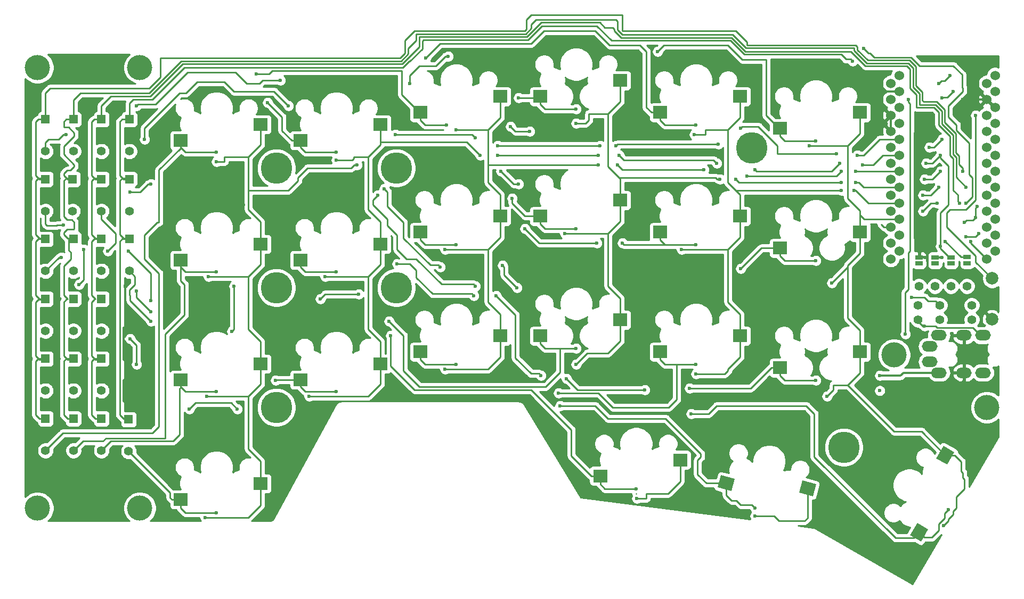
<source format=gbl>
G04 #@! TF.GenerationSoftware,KiCad,Pcbnew,(5.1.0)-1*
G04 #@! TF.CreationDate,2019-04-27T14:25:24+02:00*
G04 #@! TF.ProjectId,prkbd,70726b62-642e-46b6-9963-61645f706362,1*
G04 #@! TF.SameCoordinates,Original*
G04 #@! TF.FileFunction,Copper,L2,Bot*
G04 #@! TF.FilePolarity,Positive*
%FSLAX46Y46*%
G04 Gerber Fmt 4.6, Leading zero omitted, Abs format (unit mm)*
G04 Created by KiCad (PCBNEW (5.1.0)-1) date 2019-04-27 14:25:24*
%MOMM*%
%LPD*%
G04 APERTURE LIST*
%ADD10R,2.300000X2.000000*%
%ADD11C,4.000000*%
%ADD12C,5.000000*%
%ADD13O,2.500000X1.700000*%
%ADD14C,1.397000*%
%ADD15R,1.143000X0.635000*%
%ADD16C,2.000000*%
%ADD17C,0.100000*%
%ADD18C,1.524000*%
%ADD19C,1.400000*%
%ADD20R,1.400000X1.400000*%
%ADD21C,0.600000*%
%ADD22C,0.250000*%
%ADD23C,0.380000*%
%ADD24C,0.254000*%
G04 APERTURE END LIST*
D10*
X163210000Y-77510000D03*
X175910000Y-74970000D03*
D11*
X61468000Y-67818000D03*
X45212000Y-67818000D03*
X61468000Y-137922000D03*
X45212000Y-137922000D03*
X196088000Y-121920000D03*
X181356000Y-113538000D03*
D12*
X83185000Y-121920000D03*
X173355000Y-128270000D03*
X158750000Y-80645000D03*
X102235000Y-83820000D03*
X102235000Y-102870000D03*
X83185000Y-83820000D03*
X83185000Y-102870000D03*
D10*
X80660000Y-95925000D03*
X67960000Y-98465000D03*
D13*
X188455000Y-110450000D03*
X186955000Y-114650000D03*
X195455000Y-110450000D03*
X192455000Y-110450000D03*
X195455000Y-116400000D03*
X192455000Y-116400000D03*
X188455000Y-116400000D03*
X186955000Y-112200000D03*
D14*
X192913000Y-102616000D03*
X190373000Y-102616000D03*
X187833000Y-102616000D03*
X185293000Y-102616000D03*
D15*
X192958172Y-98006640D03*
X192958172Y-99007400D03*
X190411377Y-99021249D03*
X190411377Y-98020489D03*
X187871377Y-98020489D03*
X187871377Y-99021249D03*
X185331377Y-99021249D03*
X185331377Y-98020489D03*
D14*
X185166000Y-105664000D03*
X185166000Y-107950000D03*
X188595000Y-105664000D03*
X193675000Y-105664000D03*
X193675000Y-107950000D03*
X188595000Y-107950000D03*
D16*
X196908679Y-101383437D03*
X196908679Y-107883437D03*
D10*
X80660000Y-76875000D03*
X67960000Y-79415000D03*
X99710000Y-76875000D03*
X87010000Y-79415000D03*
X118760000Y-72430000D03*
X106060000Y-74970000D03*
X125110000Y-72430000D03*
X137810000Y-69890000D03*
X156860000Y-72430000D03*
X144160000Y-74970000D03*
X99710000Y-95925000D03*
X87010000Y-98465000D03*
X106060000Y-94020000D03*
X118760000Y-91480000D03*
X137810000Y-88940000D03*
X125110000Y-91480000D03*
X156860000Y-91480000D03*
X144160000Y-94020000D03*
X163210000Y-96560000D03*
X175910000Y-94020000D03*
X80660000Y-114975000D03*
X67960000Y-117515000D03*
X99710000Y-114975000D03*
X87010000Y-117515000D03*
X118760000Y-110530000D03*
X106060000Y-113070000D03*
X125110000Y-110530000D03*
X137810000Y-107990000D03*
X144160000Y-113070000D03*
X156860000Y-110530000D03*
X163210000Y-115610000D03*
X175910000Y-113070000D03*
X67960000Y-136565000D03*
X80660000Y-134025000D03*
X134635000Y-132820000D03*
X147335000Y-130280000D03*
D16*
X167583728Y-134803822D03*
D17*
G36*
X166214094Y-135472106D02*
G01*
X166731732Y-133540254D01*
X168953362Y-134135538D01*
X168435724Y-136067390D01*
X166214094Y-135472106D01*
X166214094Y-135472106D01*
G37*
D16*
X154659069Y-133970272D03*
D17*
G36*
X153289435Y-134638556D02*
G01*
X153807073Y-132706704D01*
X156028703Y-133301988D01*
X155511065Y-135233840D01*
X153289435Y-134638556D01*
X153289435Y-134638556D01*
G37*
D16*
X189484346Y-129527822D03*
D17*
G36*
X189775371Y-131023751D02*
G01*
X188043321Y-130023751D01*
X189193321Y-128031893D01*
X190925371Y-129031893D01*
X189775371Y-131023751D01*
X189775371Y-131023751D01*
G37*
D16*
X185334050Y-141796345D03*
D17*
G36*
X185625075Y-143292274D02*
G01*
X183893025Y-142292274D01*
X185043025Y-140300416D01*
X186775075Y-141300416D01*
X185625075Y-143292274D01*
X185625075Y-143292274D01*
G37*
D18*
X182151272Y-69088000D03*
X182151272Y-71628000D03*
X182151272Y-74168000D03*
X182151272Y-76708000D03*
X182151272Y-79248000D03*
X182151272Y-81788000D03*
X182151272Y-84328000D03*
X182151272Y-86868000D03*
X182151272Y-89408000D03*
X182151272Y-91948000D03*
X182151272Y-94488000D03*
X182151272Y-97028000D03*
X197371272Y-97028000D03*
X197371272Y-94488000D03*
X197371272Y-91948000D03*
X197371272Y-89408000D03*
X197371272Y-86868000D03*
X197371272Y-84328000D03*
X197371272Y-81788000D03*
X197371272Y-79248000D03*
X197371272Y-76708000D03*
X197371272Y-74168000D03*
X197371272Y-71628000D03*
X197371272Y-69088000D03*
X180824872Y-70358000D03*
X180824872Y-72898000D03*
X180824872Y-75438000D03*
X180824872Y-77978000D03*
X180824872Y-80518000D03*
X180824872Y-83058000D03*
X180824872Y-85598000D03*
X180824872Y-88138000D03*
X180824872Y-90678000D03*
X180824872Y-93218000D03*
X180824872Y-95758000D03*
X180824872Y-98298000D03*
X196064872Y-98298000D03*
X196064872Y-95758000D03*
X196064872Y-93218000D03*
X196064872Y-90678000D03*
X196064872Y-88138000D03*
X196064872Y-85598000D03*
X196064872Y-83058000D03*
X196064872Y-80518000D03*
X196064872Y-77978000D03*
X196064872Y-75438000D03*
X196064872Y-72898000D03*
X196064872Y-70358000D03*
D19*
X46482000Y-128778000D03*
D20*
X46482000Y-123698000D03*
X46482000Y-114173000D03*
D19*
X46482000Y-119253000D03*
D20*
X46482000Y-104648000D03*
D19*
X46482000Y-109728000D03*
X46482000Y-100203000D03*
D20*
X46482000Y-95123000D03*
D19*
X46482000Y-90678000D03*
D20*
X46482000Y-85598000D03*
X46482000Y-76073000D03*
D19*
X46482000Y-81153000D03*
X50927000Y-128778000D03*
D20*
X50927000Y-123698000D03*
X50927000Y-114173000D03*
D19*
X50927000Y-119253000D03*
X50927000Y-109728000D03*
D20*
X50927000Y-104648000D03*
X50927000Y-95123000D03*
D19*
X50927000Y-100203000D03*
X50801471Y-90678000D03*
D20*
X50801471Y-85598000D03*
X50927000Y-76073000D03*
D19*
X50927000Y-81153000D03*
X55372000Y-128778000D03*
D20*
X55372000Y-123698000D03*
X55372000Y-114173000D03*
D19*
X55372000Y-119253000D03*
X55372000Y-109728000D03*
D20*
X55372000Y-104648000D03*
X55372000Y-95123000D03*
D19*
X55372000Y-100203000D03*
X55372000Y-90678000D03*
D20*
X55372000Y-85598000D03*
X55372000Y-76073000D03*
D19*
X55372000Y-81153000D03*
X59690000Y-128905000D03*
D20*
X59690000Y-123825000D03*
X59817000Y-95123000D03*
D19*
X59817000Y-100203000D03*
X59817000Y-90678000D03*
D20*
X59817000Y-85598000D03*
X59817000Y-76073000D03*
D19*
X59817000Y-81153000D03*
D21*
X73660000Y-81280000D03*
X73660000Y-100330000D03*
X73660000Y-119380000D03*
X73660000Y-82804000D03*
X72390000Y-101092000D03*
X72136000Y-120142000D03*
X92710000Y-81280000D03*
X92710000Y-100330000D03*
X92710000Y-119380000D03*
X92710000Y-82550000D03*
X90932000Y-101092000D03*
X88392000Y-120142000D03*
X110236000Y-76962000D03*
X111760000Y-96012000D03*
X111760000Y-115062000D03*
X111760000Y-77724000D03*
X109982000Y-96774000D03*
X109982000Y-115824000D03*
X130810000Y-74422000D03*
X130810000Y-93472000D03*
X130810000Y-112522000D03*
X129032000Y-94234000D03*
X130810000Y-115062000D03*
X149860000Y-76962000D03*
X149860000Y-96012000D03*
X149860000Y-115062000D03*
X147574000Y-96774000D03*
X149860000Y-116586000D03*
X168910000Y-117602000D03*
X168910000Y-98552000D03*
X186182000Y-85598000D03*
X188722000Y-84328000D03*
X192278000Y-84328000D03*
X81788000Y-73406000D03*
X80010000Y-68834000D03*
X49022000Y-98044000D03*
X121666000Y-72644000D03*
X106934000Y-66294000D03*
X83820000Y-69850000D03*
X60960000Y-73914000D03*
X49335265Y-92876775D03*
X168910000Y-79502000D03*
X143764000Y-65278000D03*
X49784000Y-78486000D03*
X185928000Y-88138000D03*
X188468000Y-86868000D03*
X192786000Y-86868000D03*
X76454000Y-102616000D03*
X76114868Y-109813132D03*
X120650000Y-88646000D03*
X138176000Y-95758000D03*
X134112000Y-95758000D03*
X122682000Y-93472000D03*
X121666000Y-86360000D03*
X118872000Y-84328000D03*
X156972000Y-99822000D03*
X123444000Y-77978000D03*
X120396000Y-77216000D03*
X110490000Y-66040000D03*
X104394000Y-70358000D03*
X85090000Y-73914000D03*
X62230000Y-79248000D03*
X185928000Y-90678000D03*
X188214000Y-89408000D03*
X191770000Y-89408000D03*
X83058000Y-117602000D03*
X69342000Y-122174000D03*
X76962000Y-122174000D03*
X60960000Y-115062000D03*
X59944000Y-110998000D03*
X101092000Y-108204000D03*
X63246000Y-106680000D03*
X60960000Y-103378000D03*
X128016000Y-119634000D03*
X125222000Y-116840000D03*
X118110000Y-104140000D03*
X114554000Y-104140000D03*
X102362000Y-99060000D03*
X96266000Y-103886000D03*
X90170000Y-104648000D03*
X63246000Y-104902000D03*
X59690000Y-97028000D03*
X56388000Y-97028000D03*
X148844000Y-118872000D03*
X121412000Y-102870000D03*
X119126000Y-99314000D03*
X109220000Y-99568000D03*
X100330000Y-87122000D03*
X63246000Y-86360000D03*
X59944000Y-87630000D03*
X192532000Y-92456000D03*
X194310000Y-91694000D03*
X194564000Y-89916000D03*
X192786000Y-89408000D03*
X176530000Y-64770000D03*
X174752000Y-66802000D03*
X73660000Y-138684000D03*
X140335000Y-134874000D03*
X101346000Y-110490000D03*
X63246000Y-108204000D03*
X159258000Y-137922000D03*
X128270000Y-121666000D03*
X51816000Y-102362000D03*
X52578000Y-96774000D03*
X189992000Y-138176000D03*
X149098000Y-122936000D03*
X141732000Y-119126000D03*
X129286000Y-117348000D03*
X114808000Y-102616000D03*
X99314000Y-88138000D03*
X188952489Y-98020489D03*
X179070000Y-116840000D03*
X179070000Y-119253000D03*
X186182000Y-108966000D03*
X194056000Y-68072000D03*
X192278000Y-72898000D03*
X192278000Y-76708000D03*
X185928000Y-96266000D03*
X177038000Y-117602000D03*
X187452000Y-75438000D03*
X171958000Y-106680000D03*
X95250000Y-107188000D03*
X83058000Y-89662000D03*
X59182000Y-102616000D03*
X59944000Y-116586000D03*
X62230000Y-123698000D03*
X69850000Y-124968000D03*
X69850000Y-124968000D03*
X80772000Y-125984000D03*
X85598000Y-128016000D03*
X83058000Y-93218000D03*
X91186000Y-86106000D03*
X148590000Y-102616000D03*
X136144000Y-115824000D03*
X133604000Y-124968000D03*
X138430000Y-93980000D03*
X142240000Y-88646000D03*
X139954000Y-75946000D03*
X134112000Y-76708000D03*
X118618000Y-78232000D03*
X113030000Y-83058000D03*
X79756000Y-89408000D03*
X77978000Y-89662000D03*
X71120000Y-84074000D03*
X115316000Y-101092000D03*
X125984000Y-101092000D03*
X99314000Y-72136000D03*
X163322000Y-68580000D03*
X158242000Y-68326000D03*
X143764000Y-67564000D03*
X139192000Y-66548000D03*
X120142000Y-66802000D03*
X115062000Y-67564000D03*
X83058000Y-106934000D03*
X72136000Y-104394000D03*
X70612000Y-111506000D03*
X51054000Y-116332000D03*
X56388000Y-116332000D03*
X60198000Y-108712000D03*
X51054000Y-107188000D03*
X56388000Y-107188000D03*
X63246000Y-96774000D03*
X63246000Y-81280000D03*
X59944000Y-83566000D03*
X56896000Y-82296000D03*
X55372000Y-87630000D03*
X51054000Y-87630000D03*
X57150000Y-91440000D03*
X52578000Y-92710000D03*
X49022000Y-96266000D03*
X46228000Y-97536000D03*
X55118000Y-83820000D03*
X52324000Y-83566000D03*
X49530000Y-83312000D03*
X46482000Y-83058000D03*
X57404000Y-74676000D03*
X53340000Y-75184000D03*
X141732000Y-81280000D03*
X126746000Y-78994000D03*
X123444000Y-84836000D03*
X188976000Y-72644000D03*
X190754000Y-71628000D03*
X183642000Y-72898000D03*
X183134000Y-110236000D03*
X188722000Y-81788000D03*
X186436000Y-83058000D03*
X188722000Y-96266000D03*
X186944000Y-80518000D03*
X188976000Y-79248000D03*
X184150000Y-104394000D03*
X189484000Y-95504000D03*
X194310000Y-75438000D03*
X71882000Y-139446000D03*
X175514000Y-81788000D03*
X172212000Y-81534000D03*
X156972000Y-77470000D03*
X153416000Y-80010000D03*
X137160000Y-80264000D03*
X134620000Y-80264000D03*
X118364000Y-80264000D03*
X114808000Y-78994000D03*
X102108000Y-78486000D03*
X96012000Y-83312000D03*
X176348000Y-83312000D03*
X172720000Y-83058000D03*
X159258000Y-84074000D03*
X153162000Y-83058000D03*
X137668000Y-81788000D03*
X134366000Y-81788000D03*
X118364000Y-81788000D03*
X115570000Y-81788000D03*
X175260000Y-84328000D03*
X172974000Y-84328000D03*
X157988000Y-85090000D03*
X151130000Y-84074000D03*
X137414000Y-83312000D03*
X134366000Y-83312000D03*
X175260000Y-86106000D03*
X172974000Y-86106000D03*
X156210000Y-85598000D03*
X156210000Y-85598000D03*
X153670000Y-85598000D03*
X130810000Y-76708000D03*
X140462000Y-136398000D03*
X159258000Y-139192000D03*
X175006000Y-87376000D03*
X172974000Y-87376000D03*
X149606000Y-78486000D03*
X189230000Y-140716000D03*
X167894000Y-80264000D03*
X171450000Y-102108000D03*
X170688000Y-120142000D03*
X193548000Y-95504000D03*
X194818000Y-94234000D03*
X192786000Y-94742000D03*
X188468000Y-70358000D03*
X190246000Y-69088000D03*
D22*
X58867000Y-94996000D02*
X58293000Y-94422000D01*
X58293000Y-76454000D02*
X58674000Y-76073000D01*
X58293000Y-94422000D02*
X58293000Y-85852000D01*
X58293000Y-85024000D02*
X58293000Y-76454000D01*
X58674000Y-76073000D02*
X59817000Y-76073000D01*
X59817000Y-85598000D02*
X58867000Y-85598000D01*
X58867000Y-85598000D02*
X58293000Y-85024000D01*
X58293000Y-85852000D02*
X58674000Y-85471000D01*
X58674000Y-85471000D02*
X59817000Y-85471000D01*
X59817000Y-94996000D02*
X58867000Y-94996000D01*
X54422000Y-104648000D02*
X53848000Y-104074000D01*
X54229000Y-95123000D02*
X55372000Y-95123000D01*
X53848000Y-95504000D02*
X54229000Y-95123000D01*
X53848000Y-104074000D02*
X53848000Y-95504000D01*
X53848000Y-105156000D02*
X54229000Y-104775000D01*
X53848000Y-113726000D02*
X53848000Y-105156000D01*
X54422000Y-114300000D02*
X53848000Y-113726000D01*
X55372000Y-114300000D02*
X54422000Y-114300000D01*
X53848000Y-114554000D02*
X54229000Y-114173000D01*
X54229000Y-114173000D02*
X55372000Y-114173000D01*
X53848000Y-123124000D02*
X53848000Y-114554000D01*
X54422000Y-94996000D02*
X53848000Y-94422000D01*
X53848000Y-76454000D02*
X54229000Y-76073000D01*
X53848000Y-94422000D02*
X53848000Y-85852000D01*
X53848000Y-85024000D02*
X53848000Y-76454000D01*
X54229000Y-76073000D02*
X55372000Y-76073000D01*
X55372000Y-85598000D02*
X54422000Y-85598000D01*
X54422000Y-85598000D02*
X53848000Y-85024000D01*
X53848000Y-85852000D02*
X54229000Y-85471000D01*
X54229000Y-85471000D02*
X55372000Y-85471000D01*
X55372000Y-94996000D02*
X54422000Y-94996000D01*
X54422000Y-123698000D02*
X53848000Y-123124000D01*
X55372000Y-123698000D02*
X54422000Y-123698000D01*
X49977000Y-104648000D02*
X49403000Y-104074000D01*
X49403000Y-105156000D02*
X49784000Y-104775000D01*
X49403000Y-113726000D02*
X49403000Y-105156000D01*
X49977000Y-114300000D02*
X49403000Y-113726000D01*
X50927000Y-114300000D02*
X49977000Y-114300000D01*
X49403000Y-114554000D02*
X49784000Y-114173000D01*
X49784000Y-114173000D02*
X50927000Y-114173000D01*
X49403000Y-123124000D02*
X49403000Y-114554000D01*
X49977000Y-94996000D02*
X49403000Y-94422000D01*
X49403000Y-85852000D02*
X49784000Y-85471000D01*
X49784000Y-85471000D02*
X50927000Y-85471000D01*
X50927000Y-94996000D02*
X49977000Y-94996000D01*
X49977000Y-123698000D02*
X49403000Y-123124000D01*
X50927000Y-123698000D02*
X49977000Y-123698000D01*
X44958000Y-76454000D02*
X45339000Y-76073000D01*
X45339000Y-76073000D02*
X46482000Y-76073000D01*
X44958000Y-85024000D02*
X44958000Y-76454000D01*
X45532000Y-85598000D02*
X44958000Y-85024000D01*
X46482000Y-85598000D02*
X45532000Y-85598000D01*
X44958000Y-85852000D02*
X45339000Y-85471000D01*
X45339000Y-85471000D02*
X46482000Y-85471000D01*
X44958000Y-94422000D02*
X44958000Y-85852000D01*
X45532000Y-94996000D02*
X44958000Y-94422000D01*
X46482000Y-94996000D02*
X45532000Y-94996000D01*
X44958000Y-95504000D02*
X45339000Y-95123000D01*
X45339000Y-95123000D02*
X46482000Y-95123000D01*
X44958000Y-104074000D02*
X44958000Y-95504000D01*
X45532000Y-104648000D02*
X44958000Y-104074000D01*
X46482000Y-104648000D02*
X45532000Y-104648000D01*
X44958000Y-105156000D02*
X45339000Y-104775000D01*
X45339000Y-104775000D02*
X46482000Y-104775000D01*
X44958000Y-113726000D02*
X44958000Y-105156000D01*
X45532000Y-114300000D02*
X44958000Y-113726000D01*
X46482000Y-114300000D02*
X45532000Y-114300000D01*
X173990000Y-80264000D02*
X173990000Y-88646000D01*
X173990000Y-88646000D02*
X175910000Y-90566000D01*
X173990000Y-99314000D02*
X173990000Y-107696000D01*
X175910000Y-109616000D02*
X175910000Y-113197000D01*
X173990000Y-107696000D02*
X175910000Y-109616000D01*
X154940000Y-96774000D02*
X154940000Y-105156000D01*
X156860000Y-107076000D02*
X156860000Y-110657000D01*
X154940000Y-105156000D02*
X156860000Y-107076000D01*
X154940000Y-77724000D02*
X154940000Y-86106000D01*
X156860000Y-88026000D02*
X156860000Y-91607000D01*
X135890000Y-75184000D02*
X135890000Y-83566000D01*
X137810000Y-85486000D02*
X137810000Y-89067000D01*
X135890000Y-94234000D02*
X135890000Y-102616000D01*
X137810000Y-104536000D02*
X137810000Y-108117000D01*
X135890000Y-102616000D02*
X137810000Y-104536000D01*
X116840000Y-96774000D02*
X116840000Y-105156000D01*
X118760000Y-107076000D02*
X118760000Y-110657000D01*
X116840000Y-105156000D02*
X118760000Y-107076000D01*
X97790000Y-101092000D02*
X97790000Y-109474000D01*
X99710000Y-111394000D02*
X99710000Y-114975000D01*
X97790000Y-109474000D02*
X99710000Y-111394000D01*
X118760000Y-88026000D02*
X118760000Y-91607000D01*
X116840000Y-86106000D02*
X118760000Y-88026000D01*
X97790000Y-82042000D02*
X97790000Y-90424000D01*
X99710000Y-92344000D02*
X99710000Y-95925000D01*
X97790000Y-90424000D02*
X99710000Y-92344000D01*
X78740000Y-120142000D02*
X78740000Y-128524000D01*
X80660000Y-130444000D02*
X80660000Y-134025000D01*
X78740000Y-128524000D02*
X80660000Y-130444000D01*
X78740000Y-101092000D02*
X78740000Y-109474000D01*
X80660000Y-111394000D02*
X80660000Y-114975000D01*
X78740000Y-109474000D02*
X80660000Y-111394000D01*
X67960000Y-136692000D02*
X67960000Y-137942000D01*
X68702000Y-138684000D02*
X73660000Y-138684000D01*
X67960000Y-137942000D02*
X68702000Y-138684000D01*
X78740000Y-139446000D02*
X80660000Y-137526000D01*
X80660000Y-137526000D02*
X80660000Y-134152000D01*
X73660000Y-139446000D02*
X73660000Y-139446000D01*
X134635000Y-132882000D02*
X134635000Y-134132000D01*
X135377000Y-134874000D02*
X140335000Y-134874000D01*
X134635000Y-134132000D02*
X135377000Y-134874000D01*
X145415000Y-135636000D02*
X147335000Y-133716000D01*
X147335000Y-133716000D02*
X147335000Y-130342000D01*
X140335000Y-135636000D02*
X140335000Y-135636000D01*
X73660000Y-81280000D02*
X73660000Y-81280000D01*
X68702000Y-81280000D02*
X73660000Y-81280000D01*
X67960000Y-79288000D02*
X67960000Y-80538000D01*
X67960000Y-80538000D02*
X68702000Y-81280000D01*
X67960000Y-99588000D02*
X68702000Y-100330000D01*
X67960000Y-98338000D02*
X67960000Y-99588000D01*
X68702000Y-100330000D02*
X73660000Y-100330000D01*
X68702000Y-119380000D02*
X73660000Y-119380000D01*
X67960000Y-118638000D02*
X68702000Y-119380000D01*
X67960000Y-117388000D02*
X67960000Y-118638000D01*
X80660000Y-99172000D02*
X80660000Y-95798000D01*
X78740000Y-101092000D02*
X80660000Y-99172000D01*
X78740000Y-82042000D02*
X80660000Y-80122000D01*
X80660000Y-80122000D02*
X80660000Y-76748000D01*
X73660000Y-101092000D02*
X78740000Y-101092000D01*
X73660000Y-120142000D02*
X78740000Y-120142000D01*
X78740000Y-120142000D02*
X80660000Y-118222000D01*
X80660000Y-118222000D02*
X80660000Y-114848000D01*
X92710000Y-81280000D02*
X92710000Y-81280000D01*
X87752000Y-81280000D02*
X92710000Y-81280000D01*
X87010000Y-79288000D02*
X87010000Y-80538000D01*
X87010000Y-80538000D02*
X87752000Y-81280000D01*
X87010000Y-99588000D02*
X87752000Y-100330000D01*
X87010000Y-98338000D02*
X87010000Y-99588000D01*
X87752000Y-100330000D02*
X92710000Y-100330000D01*
X87752000Y-119380000D02*
X92710000Y-119380000D01*
X87010000Y-118638000D02*
X87752000Y-119380000D01*
X87010000Y-117388000D02*
X87010000Y-118638000D01*
X99710000Y-99172000D02*
X99710000Y-95798000D01*
X97790000Y-101092000D02*
X99710000Y-99172000D01*
X97790000Y-82042000D02*
X99710000Y-80122000D01*
X92710000Y-101092000D02*
X97790000Y-101092000D01*
X92710000Y-120142000D02*
X97790000Y-120142000D01*
X97790000Y-120142000D02*
X99710000Y-118222000D01*
X99710000Y-118222000D02*
X99710000Y-114848000D01*
X106060000Y-74970000D02*
X106060000Y-76220000D01*
X106060000Y-76220000D02*
X106802000Y-76962000D01*
X106060000Y-95270000D02*
X106802000Y-96012000D01*
X106060000Y-94020000D02*
X106060000Y-95270000D01*
X106802000Y-96012000D02*
X111760000Y-96012000D01*
X106802000Y-115062000D02*
X111760000Y-115062000D01*
X106060000Y-114320000D02*
X106802000Y-115062000D01*
X106060000Y-113070000D02*
X106060000Y-114320000D01*
X118760000Y-94854000D02*
X118760000Y-91480000D01*
X116840000Y-96774000D02*
X118760000Y-94854000D01*
X116840000Y-77724000D02*
X118760000Y-75804000D01*
X111760000Y-77724000D02*
X116840000Y-77724000D01*
X118760000Y-75804000D02*
X118760000Y-72430000D01*
X111760000Y-96774000D02*
X116840000Y-96774000D01*
X111760000Y-115824000D02*
X116840000Y-115824000D01*
X116840000Y-115824000D02*
X118760000Y-113904000D01*
X118760000Y-113904000D02*
X118760000Y-110530000D01*
X130810000Y-74422000D02*
X130810000Y-74422000D01*
X125852000Y-74422000D02*
X130810000Y-74422000D01*
X125110000Y-72430000D02*
X125110000Y-73680000D01*
X125110000Y-73680000D02*
X125852000Y-74422000D01*
X125110000Y-92730000D02*
X125852000Y-93472000D01*
X125110000Y-91480000D02*
X125110000Y-92730000D01*
X125852000Y-93472000D02*
X130810000Y-93472000D01*
X125110000Y-111780000D02*
X125852000Y-112522000D01*
X125110000Y-110530000D02*
X125110000Y-111780000D01*
X137810000Y-92314000D02*
X137810000Y-88940000D01*
X135890000Y-94234000D02*
X137810000Y-92314000D01*
X135890000Y-75184000D02*
X137810000Y-73264000D01*
X137810000Y-73264000D02*
X137810000Y-69890000D01*
X130810000Y-94234000D02*
X135890000Y-94234000D01*
X135890000Y-113284000D02*
X137810000Y-111364000D01*
X137810000Y-111364000D02*
X137810000Y-107990000D01*
X149860000Y-76962000D02*
X149860000Y-76962000D01*
X144902000Y-76962000D02*
X149860000Y-76962000D01*
X144160000Y-74970000D02*
X144160000Y-76220000D01*
X144160000Y-76220000D02*
X144902000Y-76962000D01*
X144160000Y-95270000D02*
X144902000Y-96012000D01*
X144160000Y-94020000D02*
X144160000Y-95270000D01*
X144160000Y-114320000D02*
X144902000Y-115062000D01*
X144160000Y-113070000D02*
X144160000Y-114320000D01*
X156860000Y-94854000D02*
X156860000Y-91480000D01*
X154940000Y-96774000D02*
X156860000Y-94854000D01*
X154940000Y-77724000D02*
X156860000Y-75804000D01*
X156860000Y-75804000D02*
X156860000Y-72430000D01*
X149860000Y-96774000D02*
X154940000Y-96774000D01*
X154940000Y-115824000D02*
X156860000Y-113904000D01*
X156860000Y-113904000D02*
X156860000Y-110530000D01*
X163952000Y-117602000D02*
X168910000Y-117602000D01*
X163210000Y-115610000D02*
X163210000Y-116860000D01*
X163210000Y-116860000D02*
X163952000Y-117602000D01*
X173990000Y-118364000D02*
X175910000Y-116444000D01*
X175910000Y-116444000D02*
X175910000Y-113070000D01*
X163952000Y-98552000D02*
X168910000Y-98552000D01*
X163210000Y-96560000D02*
X163210000Y-97810000D01*
X163210000Y-97810000D02*
X163952000Y-98552000D01*
X173990000Y-99314000D02*
X175910000Y-97394000D01*
X175910000Y-97394000D02*
X175910000Y-94020000D01*
X187452000Y-85598000D02*
X188722000Y-84328000D01*
X186182000Y-85598000D02*
X187452000Y-85598000D01*
X45532000Y-123698000D02*
X44958000Y-123124000D01*
X46482000Y-123698000D02*
X45532000Y-123698000D01*
X45339000Y-114173000D02*
X46482000Y-114173000D01*
X44958000Y-114554000D02*
X45339000Y-114173000D01*
X44958000Y-123124000D02*
X44958000Y-114554000D01*
X192278000Y-83820000D02*
X192278000Y-84328000D01*
X138176000Y-59436000D02*
X138176000Y-61976000D01*
X157988000Y-63754000D02*
X157988000Y-64262000D01*
X122936000Y-60198000D02*
X123698000Y-59436000D01*
X123698000Y-59436000D02*
X138176000Y-59436000D01*
X122936000Y-61722000D02*
X122936000Y-60198000D01*
X103632000Y-63500000D02*
X105156000Y-61976000D01*
X122682000Y-61976000D02*
X122936000Y-61722000D01*
X191654018Y-81923198D02*
X191654018Y-83196018D01*
X105156000Y-61976000D02*
X122682000Y-61976000D01*
X103632000Y-65532000D02*
X103632000Y-63500000D01*
X102870000Y-66294000D02*
X103632000Y-65532000D01*
X46482000Y-76073000D02*
X46482000Y-71882000D01*
X46482000Y-71882000D02*
X47244000Y-71120000D01*
X47244000Y-71120000D02*
X62992000Y-71120000D01*
X62992000Y-71120000D02*
X64770000Y-69342000D01*
X138176000Y-61976000D02*
X156210000Y-61976000D01*
X64770000Y-69342000D02*
X64770000Y-66294000D01*
X64770000Y-66294000D02*
X102870000Y-66294000D01*
X189368019Y-76589199D02*
X191146018Y-78367198D01*
X156210000Y-61976000D02*
X157988000Y-63754000D01*
X157988000Y-64262000D02*
X175260000Y-64262000D01*
X191146018Y-81415198D02*
X191654018Y-81923198D01*
X175260000Y-64262000D02*
X175514000Y-64516000D01*
X184796018Y-67699198D02*
X184796018Y-70747198D01*
X175514000Y-64516000D02*
X175514000Y-65024000D01*
X175514000Y-65024000D02*
X177153980Y-66663980D01*
X191146018Y-78367198D02*
X191146018Y-81415198D01*
X177153980Y-66663980D02*
X183760800Y-66663980D01*
X183760800Y-66663980D02*
X184796018Y-67699198D01*
X184796018Y-70747198D02*
X185812018Y-71763198D01*
X185812018Y-71763198D02*
X185812018Y-73036018D01*
X185812018Y-73036018D02*
X186043980Y-73267980D01*
X186043980Y-73267980D02*
X188078800Y-73267980D01*
X188078800Y-73267980D02*
X189368018Y-74557198D01*
X189368018Y-74557198D02*
X189368019Y-76589199D01*
X191654018Y-83196018D02*
X192278000Y-83820000D01*
X67960000Y-80665000D02*
X64516000Y-84109000D01*
X67960000Y-79415000D02*
X67960000Y-80665000D01*
X64516000Y-124968000D02*
X63500000Y-125984000D01*
X49276000Y-125984000D02*
X46482000Y-128778000D01*
X63500000Y-125984000D02*
X49276000Y-125984000D01*
X64516000Y-92456000D02*
X64262000Y-92456000D01*
X64516000Y-84109000D02*
X64516000Y-92456000D01*
X64262000Y-92456000D02*
X62230000Y-94488000D01*
X62230000Y-98298000D02*
X64516000Y-100584000D01*
X62230000Y-94488000D02*
X62230000Y-98298000D01*
X64516000Y-100584000D02*
X64516000Y-124968000D01*
X85610000Y-79415000D02*
X84074000Y-77879000D01*
X87010000Y-79415000D02*
X85610000Y-79415000D01*
X84074000Y-77879000D02*
X84074000Y-75692000D01*
X84074000Y-75692000D02*
X81788000Y-73406000D01*
X105910000Y-74970000D02*
X106060000Y-74970000D01*
X103124000Y-72184000D02*
X105910000Y-74970000D01*
X103124000Y-68326000D02*
X103124000Y-72184000D01*
X82550000Y-68326000D02*
X103124000Y-68326000D01*
X82042000Y-68834000D02*
X82550000Y-68326000D01*
X80010000Y-68834000D02*
X82042000Y-68834000D01*
X109474000Y-76962000D02*
X110236000Y-76962000D01*
X106802000Y-76962000D02*
X109474000Y-76962000D01*
X46482000Y-100203000D02*
X48641000Y-98044000D01*
X48641000Y-98044000D02*
X49022000Y-98044000D01*
X124896000Y-72644000D02*
X125110000Y-72430000D01*
X121666000Y-72644000D02*
X124896000Y-72644000D01*
X142760000Y-74970000D02*
X141986000Y-74196000D01*
X144160000Y-74970000D02*
X142760000Y-74970000D01*
X141986000Y-65278000D02*
X140970000Y-64262000D01*
X141986000Y-74196000D02*
X141986000Y-65278000D01*
X140970000Y-64262000D02*
X136144000Y-64262000D01*
X136144000Y-64262000D02*
X133858000Y-61976000D01*
X133858000Y-61976000D02*
X125730000Y-61976000D01*
X125730000Y-61976000D02*
X123698000Y-64008000D01*
X123698000Y-64008000D02*
X109220000Y-64008000D01*
X109220000Y-64008000D02*
X106934000Y-66294000D01*
X83820000Y-69850000D02*
X81026000Y-69850000D01*
X81026000Y-69850000D02*
X80518000Y-70358000D01*
X80518000Y-70358000D02*
X78486000Y-70358000D01*
X78486000Y-70358000D02*
X76708000Y-68580000D01*
X76708000Y-68580000D02*
X69088000Y-68580000D01*
X69088000Y-68580000D02*
X64008000Y-73660000D01*
X64008000Y-73660000D02*
X61214000Y-73660000D01*
X61214000Y-73660000D02*
X60960000Y-73914000D01*
X46482000Y-92710000D02*
X46482000Y-90678000D01*
X46736000Y-92964000D02*
X46482000Y-92710000D01*
X48347225Y-92876775D02*
X49335265Y-92876775D01*
X48260000Y-92964000D02*
X48347225Y-92876775D01*
X48260000Y-92964000D02*
X46736000Y-92964000D01*
X163210000Y-78760000D02*
X163952000Y-79502000D01*
X163210000Y-77510000D02*
X163210000Y-78760000D01*
X163952000Y-79502000D02*
X168910000Y-79502000D01*
X168910000Y-79502000D02*
X168910000Y-79502000D01*
X163060000Y-77510000D02*
X161036000Y-75486000D01*
X163210000Y-77510000D02*
X163060000Y-77510000D01*
X161036000Y-75486000D02*
X161036000Y-66548000D01*
X161036000Y-66548000D02*
X157226000Y-66548000D01*
X157226000Y-66548000D02*
X154940000Y-64262000D01*
X154940000Y-64262000D02*
X144780000Y-64262000D01*
X144780000Y-64262000D02*
X143764000Y-65278000D01*
X49359736Y-78486000D02*
X48597736Y-79248000D01*
X49784000Y-78486000D02*
X49359736Y-78486000D01*
X48597736Y-79248000D02*
X46990000Y-79248000D01*
X46482000Y-79756000D02*
X46482000Y-81153000D01*
X46990000Y-79248000D02*
X46482000Y-79756000D01*
X187198000Y-88138000D02*
X188468000Y-86868000D01*
X185928000Y-88138000D02*
X187198000Y-88138000D01*
X50927000Y-73025000D02*
X50927000Y-76073000D01*
X62992000Y-71882000D02*
X52070000Y-71882000D01*
X68072000Y-66802000D02*
X62992000Y-71882000D01*
X104140000Y-65660410D02*
X102998410Y-66802000D01*
X104140000Y-64770000D02*
X104140000Y-65660410D01*
X105410000Y-63500000D02*
X104140000Y-64770000D01*
X105410000Y-62484000D02*
X105410000Y-63500000D01*
X122810410Y-62484000D02*
X105410000Y-62484000D01*
X102998410Y-66802000D02*
X68072000Y-66802000D01*
X123698000Y-60960000D02*
X123698000Y-61596410D01*
X123698000Y-61596410D02*
X122810410Y-62484000D01*
X124460000Y-60198000D02*
X123698000Y-60960000D01*
X137414000Y-61850410D02*
X137414000Y-60452000D01*
X138176000Y-62612410D02*
X137414000Y-61850410D01*
X155702000Y-62612410D02*
X138176000Y-62612410D01*
X157801600Y-64712010D02*
X155702000Y-62612410D01*
X174948010Y-64712010D02*
X157801600Y-64712010D01*
X137160000Y-60198000D02*
X124460000Y-60198000D01*
X188918010Y-76775600D02*
X188918009Y-74743599D01*
X190696009Y-78553599D02*
X188918010Y-76775600D01*
X190696010Y-81601600D02*
X190696009Y-78553599D01*
X52070000Y-71882000D02*
X50927000Y-73025000D01*
X192786000Y-86868000D02*
X191204010Y-85286010D01*
X191204009Y-82109599D02*
X190696010Y-81601600D01*
X188918009Y-74743599D02*
X187892400Y-73717990D01*
X184346010Y-70933600D02*
X184346009Y-67885599D01*
X187892400Y-73717990D02*
X185362010Y-73717990D01*
X185362009Y-71949599D02*
X184346010Y-70933600D01*
X184346009Y-67885599D02*
X183574400Y-67113990D01*
X137414000Y-60452000D02*
X137160000Y-60198000D01*
X185362010Y-73717990D02*
X185362009Y-71949599D01*
X183574400Y-67113990D02*
X176967579Y-67113989D01*
X176967579Y-67113989D02*
X175006000Y-65152410D01*
X175006000Y-65152410D02*
X175006000Y-64770000D01*
X191204010Y-85286010D02*
X191204009Y-82109599D01*
X175006000Y-64770000D02*
X174948010Y-64712010D01*
X50165000Y-96901000D02*
X50546000Y-97282000D01*
X50546000Y-98298000D02*
X49403000Y-99441000D01*
X50546000Y-97282000D02*
X50546000Y-98298000D01*
X49403000Y-104074000D02*
X49403000Y-99441000D01*
X50673000Y-92075000D02*
X51054000Y-92456000D01*
X51054000Y-92456000D02*
X51054000Y-93472000D01*
X51054000Y-93472000D02*
X50927000Y-93599000D01*
X49911000Y-92075000D02*
X49403000Y-91567000D01*
X49403000Y-91567000D02*
X49403000Y-85852000D01*
X49911000Y-92075000D02*
X50673000Y-92075000D01*
X49911000Y-93599000D02*
X49403000Y-94107000D01*
X49403000Y-94422000D02*
X49403000Y-94107000D01*
X50927000Y-93599000D02*
X49911000Y-93599000D01*
X49784000Y-76073000D02*
X50927000Y-76073000D01*
X51054000Y-83312000D02*
X49403000Y-81661000D01*
X51054000Y-83566000D02*
X51054000Y-83312000D01*
X50927000Y-85598000D02*
X49977000Y-85598000D01*
X49403000Y-76454000D02*
X49784000Y-76073000D01*
X49977000Y-85598000D02*
X49403000Y-85024000D01*
X50419000Y-84201000D02*
X51054000Y-83566000D01*
X49911000Y-84201000D02*
X49403000Y-84709000D01*
X49403000Y-85024000D02*
X49403000Y-84709000D01*
X49911000Y-84201000D02*
X50419000Y-84201000D01*
X49403000Y-77343000D02*
X50165000Y-77343000D01*
X49403000Y-77343000D02*
X49403000Y-76454000D01*
X50165000Y-77343000D02*
X51054000Y-78232000D01*
X51054000Y-78740000D02*
X49403000Y-80391000D01*
X51054000Y-78232000D02*
X51054000Y-78740000D01*
X49403000Y-81661000D02*
X49403000Y-80391000D01*
X50165000Y-96901000D02*
X50165000Y-95123000D01*
X50165000Y-95123000D02*
X50927000Y-95123000D01*
X52451000Y-127254000D02*
X50927000Y-128778000D01*
X55626000Y-127254000D02*
X52451000Y-127254000D01*
X65532000Y-126746000D02*
X65474010Y-126803990D01*
X65474010Y-126803990D02*
X56076010Y-126803990D01*
X56076010Y-126803990D02*
X55626000Y-127254000D01*
X68580000Y-107188000D02*
X65532000Y-110236000D01*
X68580000Y-102362000D02*
X68580000Y-107188000D01*
X65532000Y-110236000D02*
X65532000Y-126746000D01*
X67960000Y-101742000D02*
X67960000Y-98465000D01*
X68580000Y-102362000D02*
X67960000Y-101742000D01*
X76200000Y-109728000D02*
X76114868Y-109813132D01*
X76454000Y-109474000D02*
X76114868Y-109813132D01*
X76454000Y-102616000D02*
X76454000Y-109474000D01*
X123710000Y-91480000D02*
X123670000Y-91440000D01*
X125110000Y-91480000D02*
X123710000Y-91480000D01*
X123670000Y-91440000D02*
X122682000Y-91440000D01*
X122682000Y-91440000D02*
X120650000Y-89408000D01*
X120650000Y-89408000D02*
X120650000Y-88646000D01*
X138430000Y-96012000D02*
X138176000Y-95758000D01*
X145034000Y-96012000D02*
X138430000Y-96012000D01*
X145034000Y-96012000D02*
X149860000Y-96012000D01*
X144902000Y-96012000D02*
X145034000Y-96012000D01*
X134112000Y-95758000D02*
X124968000Y-95758000D01*
X124968000Y-95758000D02*
X122682000Y-93472000D01*
X121666000Y-86360000D02*
X120904000Y-86360000D01*
X120904000Y-86360000D02*
X118872000Y-84328000D01*
X163210000Y-96560000D02*
X160234000Y-96560000D01*
X160234000Y-96560000D02*
X156972000Y-99822000D01*
X123444000Y-77978000D02*
X121158000Y-77978000D01*
X121158000Y-77978000D02*
X120396000Y-77216000D01*
X110065736Y-66040000D02*
X108541736Y-67564000D01*
X110490000Y-66040000D02*
X110065736Y-66040000D01*
X108541736Y-67564000D02*
X105918000Y-67564000D01*
X105918000Y-67564000D02*
X104394000Y-69088000D01*
X104394000Y-69088000D02*
X104394000Y-70358000D01*
X85090000Y-73914000D02*
X82804000Y-71628000D01*
X82804000Y-71628000D02*
X77470000Y-71628000D01*
X77470000Y-71628000D02*
X76454000Y-71628000D01*
X76454000Y-71628000D02*
X74930000Y-70104000D01*
X74930000Y-70104000D02*
X70612000Y-70104000D01*
X70612000Y-70104000D02*
X68834000Y-71882000D01*
X68834000Y-71882000D02*
X67818000Y-71882000D01*
X67818000Y-71882000D02*
X64770000Y-74930000D01*
X64770000Y-74930000D02*
X62230000Y-77470000D01*
X62230000Y-77470000D02*
X62230000Y-79248000D01*
X187198000Y-89408000D02*
X188214000Y-89408000D01*
X185928000Y-90678000D02*
X187198000Y-89408000D01*
X63120410Y-72390000D02*
X56896000Y-72390000D01*
X68258400Y-67252010D02*
X63120410Y-72390000D01*
X105918000Y-64518820D02*
X103184810Y-67252010D01*
X105918000Y-62934010D02*
X105918000Y-64518820D01*
X122996810Y-62934010D02*
X105918000Y-62934010D01*
X125282810Y-60648010D02*
X122996810Y-62934010D01*
X134562010Y-60648010D02*
X125282810Y-60648010D01*
X135382000Y-61468000D02*
X134562010Y-60648010D01*
X136652000Y-61468000D02*
X135382000Y-61468000D01*
X136906000Y-61722000D02*
X136652000Y-61468000D01*
X136906000Y-61978820D02*
X136906000Y-61722000D01*
X137989599Y-63062419D02*
X136906000Y-61978820D01*
X155515600Y-63062420D02*
X137989599Y-63062419D01*
X55372000Y-73914000D02*
X55372000Y-76073000D01*
X157734000Y-65280820D02*
X155515600Y-63062420D01*
X56896000Y-72390000D02*
X55372000Y-73914000D01*
X174498000Y-65280820D02*
X157734000Y-65280820D01*
X176781178Y-67563998D02*
X174498000Y-65280820D01*
X190754000Y-82296000D02*
X190246000Y-81788000D01*
X190754000Y-87376000D02*
X190754000Y-82296000D01*
X191470001Y-88092001D02*
X190754000Y-87376000D01*
X187706000Y-74168000D02*
X184912000Y-74168000D01*
X191470001Y-89108001D02*
X191470001Y-88092001D01*
X103184810Y-67252010D02*
X68258400Y-67252010D01*
X190246000Y-78740000D02*
X188468000Y-76962000D01*
X188468000Y-76962000D02*
X188468000Y-74930000D01*
X188468000Y-74930000D02*
X187706000Y-74168000D01*
X191770000Y-89408000D02*
X191470001Y-89108001D01*
X179832000Y-67564000D02*
X176781178Y-67563998D01*
X184912000Y-74168000D02*
X184912000Y-72136000D01*
X183388000Y-67564000D02*
X179832000Y-67564000D01*
X190246000Y-81788000D02*
X190246000Y-78740000D01*
X183896000Y-71120000D02*
X183896000Y-68072000D01*
X184912000Y-72136000D02*
X183896000Y-71120000D01*
X183896000Y-68072000D02*
X183388000Y-67564000D01*
X67960000Y-118765000D02*
X67818000Y-118907000D01*
X67960000Y-117515000D02*
X67960000Y-118765000D01*
X67818000Y-118907000D02*
X67818000Y-126238000D01*
X67818000Y-126238000D02*
X66802000Y-127254000D01*
X56896000Y-127254000D02*
X55372000Y-128778000D01*
X66802000Y-127254000D02*
X56896000Y-127254000D01*
X87010000Y-117515000D02*
X83145000Y-117515000D01*
X83145000Y-117515000D02*
X83058000Y-117602000D01*
X69342000Y-122174000D02*
X69641999Y-121874001D01*
X75991999Y-121203999D02*
X76962000Y-122174000D01*
X70312001Y-121203999D02*
X69342000Y-122174000D01*
X71074001Y-121203999D02*
X70312001Y-121203999D01*
X71074001Y-121203999D02*
X75991999Y-121203999D01*
X60960000Y-115062000D02*
X60960000Y-112014000D01*
X60960000Y-112014000D02*
X59944000Y-110998000D01*
X128270000Y-112522000D02*
X128270000Y-116332000D01*
X128270000Y-112522000D02*
X130810000Y-112522000D01*
X125852000Y-112522000D02*
X128270000Y-112522000D01*
X128270000Y-116332000D02*
X125984000Y-118618000D01*
X125984000Y-118618000D02*
X105918000Y-118618000D01*
X105918000Y-118618000D02*
X103378000Y-116078000D01*
X103378000Y-116078000D02*
X103378000Y-110490000D01*
X103378000Y-110490000D02*
X101092000Y-108204000D01*
X63246000Y-106680000D02*
X60960000Y-104394000D01*
X60960000Y-104394000D02*
X60960000Y-103378000D01*
X146812000Y-115062000D02*
X146812000Y-120650000D01*
X146812000Y-115062000D02*
X149860000Y-115062000D01*
X144902000Y-115062000D02*
X146812000Y-115062000D01*
X146812000Y-120650000D02*
X145542000Y-121920000D01*
X145542000Y-121920000D02*
X136652000Y-121920000D01*
X136652000Y-121920000D02*
X134366000Y-119634000D01*
X134366000Y-119634000D02*
X128016000Y-119634000D01*
X124922001Y-116540001D02*
X123652001Y-116540001D01*
X125222000Y-116840000D02*
X124922001Y-116540001D01*
X123652001Y-116540001D02*
X121158000Y-114046000D01*
X121158000Y-114046000D02*
X121158000Y-107188000D01*
X121158000Y-107188000D02*
X118110000Y-104140000D01*
X114254001Y-103840001D02*
X107995999Y-103840001D01*
X114554000Y-104140000D02*
X114254001Y-103840001D01*
X107995999Y-103840001D02*
X105410000Y-101254002D01*
X105410000Y-101254002D02*
X105410000Y-100076000D01*
X105410000Y-100076000D02*
X104394000Y-99060000D01*
X104394000Y-99060000D02*
X102362000Y-99060000D01*
X96266000Y-103886000D02*
X90932000Y-103886000D01*
X90932000Y-103886000D02*
X90170000Y-104648000D01*
X63246000Y-104902000D02*
X63246000Y-100584000D01*
X63246000Y-100584000D02*
X59690000Y-97028000D01*
X55372000Y-91948000D02*
X55372000Y-90678000D01*
X57658000Y-94234000D02*
X55372000Y-91948000D01*
X56388000Y-97028000D02*
X57658000Y-95758000D01*
X57658000Y-95758000D02*
X57658000Y-94234000D01*
X158548000Y-118872000D02*
X148844000Y-118872000D01*
X163210000Y-115610000D02*
X161810000Y-115610000D01*
X161810000Y-115610000D02*
X158548000Y-118872000D01*
X121412000Y-102870000D02*
X119380000Y-100838000D01*
X119380000Y-100838000D02*
X119380000Y-99568000D01*
X119380000Y-99568000D02*
X119126000Y-99314000D01*
X108920001Y-99268001D02*
X107650001Y-99268001D01*
X109220000Y-99568000D02*
X108920001Y-99268001D01*
X107650001Y-99268001D02*
X103378000Y-94996000D01*
X103378000Y-94996000D02*
X103378000Y-92456000D01*
X103378000Y-92456000D02*
X100838000Y-89916000D01*
X100838000Y-89916000D02*
X100838000Y-87630000D01*
X100838000Y-87630000D02*
X100330000Y-87122000D01*
X62821736Y-86360000D02*
X61551736Y-87630000D01*
X63246000Y-86360000D02*
X62821736Y-86360000D01*
X61551736Y-87630000D02*
X59944000Y-87630000D01*
X192831999Y-92156001D02*
X193847999Y-92156001D01*
X192532000Y-92456000D02*
X192831999Y-92156001D01*
X193847999Y-92156001D02*
X194310000Y-91694000D01*
X194310000Y-91694000D02*
X194310000Y-91694000D01*
X58674000Y-95123000D02*
X59817000Y-95123000D01*
X58293000Y-95504000D02*
X58674000Y-95123000D01*
X58293000Y-123124000D02*
X58293000Y-95504000D01*
X59817000Y-123698000D02*
X58867000Y-123698000D01*
X58867000Y-123698000D02*
X58293000Y-123124000D01*
X179747242Y-93218000D02*
X179324000Y-92794758D01*
X180824872Y-93218000D02*
X179747242Y-93218000D01*
X194310000Y-91694000D02*
X194310000Y-90170000D01*
X194310000Y-90170000D02*
X194564000Y-89916000D01*
X194564000Y-89916000D02*
X194564000Y-89916000D01*
X59817000Y-73533000D02*
X59817000Y-76073000D01*
X60452000Y-72898000D02*
X59817000Y-73533000D01*
X63500000Y-72898000D02*
X60452000Y-72898000D01*
X68580000Y-67818000D02*
X63500000Y-72898000D01*
X155329199Y-63512429D02*
X136410429Y-63512429D01*
X172918830Y-65730830D02*
X157547599Y-65730829D01*
X174452001Y-66502001D02*
X173690001Y-66502001D01*
X157547599Y-65730829D02*
X155329199Y-63512429D01*
X104394000Y-66802000D02*
X104271230Y-66802000D01*
X173690001Y-66502001D02*
X172918830Y-65730830D01*
X123183210Y-63384020D02*
X106541980Y-63384020D01*
X103255230Y-67818000D02*
X68580000Y-67818000D01*
X136410429Y-63512429D02*
X134112000Y-61214000D01*
X125353230Y-61214000D02*
X123183210Y-63384020D01*
X174752000Y-66802000D02*
X174452001Y-66502001D01*
X134112000Y-61214000D02*
X125353230Y-61214000D01*
X106541980Y-63384020D02*
X106368010Y-63557990D01*
X106368010Y-63557990D02*
X106368010Y-64827990D01*
X106368010Y-64827990D02*
X104394000Y-66802000D01*
X104271230Y-66802000D02*
X103255230Y-67818000D01*
X177546000Y-65532000D02*
X177292000Y-65532000D01*
X178227970Y-66213970D02*
X177546000Y-65532000D01*
X191262000Y-77846770D02*
X191262000Y-76962000D01*
X190754000Y-67564000D02*
X185420000Y-67564000D01*
X177292000Y-65532000D02*
X176530000Y-64770000D01*
X193294000Y-79878770D02*
X191262000Y-77846770D01*
X193802000Y-85344000D02*
X193294000Y-84836000D01*
X193802000Y-88392000D02*
X193802000Y-85344000D01*
X191262000Y-76962000D02*
X189992000Y-75692000D01*
X189992000Y-75692000D02*
X189992000Y-73914000D01*
X189992000Y-73914000D02*
X192278000Y-71628000D01*
X185420000Y-67564000D02*
X184069970Y-66213970D01*
X193294000Y-84836000D02*
X193294000Y-79878770D01*
X192278000Y-71628000D02*
X192278000Y-71120000D01*
X192278000Y-71120000D02*
X192160999Y-71002999D01*
X192160999Y-71002999D02*
X192160999Y-68970999D01*
X192160999Y-68970999D02*
X190754000Y-67564000D01*
X192786000Y-89408000D02*
X193802000Y-88392000D01*
X184069970Y-66213970D02*
X178227970Y-66213970D01*
X73660000Y-138684000D02*
X73660000Y-138684000D01*
X66560000Y-136565000D02*
X66294000Y-136299000D01*
X67960000Y-136565000D02*
X66560000Y-136565000D01*
X66294000Y-135509000D02*
X59690000Y-128905000D01*
X66294000Y-136299000D02*
X66294000Y-135509000D01*
X140335000Y-134874000D02*
X140335000Y-134874000D01*
X133235000Y-132820000D02*
X130048000Y-129633000D01*
X134635000Y-132820000D02*
X133235000Y-132820000D01*
X130048000Y-129633000D02*
X130048000Y-125476000D01*
X130048000Y-125476000D02*
X123698000Y-119126000D01*
X123698000Y-119126000D02*
X105156000Y-119126000D01*
X105156000Y-119126000D02*
X101346000Y-115316000D01*
X101346000Y-115316000D02*
X101346000Y-110490000D01*
X60706000Y-101092000D02*
X59817000Y-100203000D01*
X59944000Y-104902000D02*
X59944000Y-104140000D01*
X63246000Y-108204000D02*
X59944000Y-104902000D01*
X59944000Y-104140000D02*
X59817000Y-104013000D01*
X59817000Y-104013000D02*
X59817000Y-103251000D01*
X59817000Y-103251000D02*
X60706000Y-102362000D01*
X60706000Y-102362000D02*
X60706000Y-101092000D01*
X154659069Y-135105548D02*
X154686000Y-135132479D01*
X154659069Y-133970272D02*
X154659069Y-135105548D01*
X154686000Y-135132479D02*
X154686000Y-135890000D01*
X154686000Y-135890000D02*
X155522434Y-136726434D01*
X155522434Y-136726434D02*
X156284434Y-136726434D01*
X156284434Y-136726434D02*
X156972000Y-137414000D01*
X156972000Y-137414000D02*
X158750000Y-137414000D01*
X158750000Y-137414000D02*
X159258000Y-137922000D01*
X159258000Y-137922000D02*
X159258000Y-137922000D01*
X154659069Y-133970272D02*
X151496272Y-133970272D01*
X151496272Y-133970272D02*
X150114000Y-132588000D01*
X150114000Y-130323998D02*
X150622000Y-129815998D01*
X150114000Y-132588000D02*
X150114000Y-130323998D01*
X150622000Y-129815998D02*
X150622000Y-129286000D01*
X150622000Y-129286000D02*
X145034000Y-123698000D01*
X145034000Y-123698000D02*
X142240000Y-123698000D01*
X142240000Y-123698000D02*
X135890000Y-123698000D01*
X135890000Y-123698000D02*
X133858000Y-121666000D01*
X133858000Y-121666000D02*
X128270000Y-121666000D01*
X51816000Y-102362000D02*
X52578000Y-101600000D01*
X52578000Y-101600000D02*
X52578000Y-96774000D01*
X186136810Y-142599105D02*
X187346895Y-142599105D01*
X185334050Y-141796345D02*
X186136810Y-142599105D01*
X187346895Y-142599105D02*
X188468000Y-141478000D01*
X188468000Y-141478000D02*
X188468000Y-140462000D01*
X189992000Y-138176000D02*
X189992000Y-138176000D01*
X189357000Y-139573000D02*
X189357000Y-138811000D01*
X188468000Y-140462000D02*
X189357000Y-139573000D01*
X189357000Y-138811000D02*
X189992000Y-138176000D01*
X184421482Y-142708913D02*
X185334050Y-141796345D01*
X181570913Y-142708913D02*
X184421482Y-142708913D01*
X149098000Y-122936000D02*
X151892000Y-122936000D01*
X151892000Y-122936000D02*
X153162000Y-121666000D01*
X167386000Y-121666000D02*
X168656000Y-122936000D01*
X168656000Y-122936000D02*
X168656000Y-129794000D01*
X153162000Y-121666000D02*
X167386000Y-121666000D01*
X168656000Y-129794000D02*
X181570913Y-142708913D01*
X141732000Y-119126000D02*
X131064000Y-119126000D01*
X131064000Y-119126000D02*
X129286000Y-117348000D01*
X114508001Y-102316001D02*
X109428001Y-102316001D01*
X114808000Y-102616000D02*
X114508001Y-102316001D01*
X109428001Y-102316001D02*
X105410000Y-98298000D01*
X105410000Y-98298000D02*
X103886000Y-98298000D01*
X103886000Y-98298000D02*
X102362000Y-96774000D01*
X102362000Y-96774000D02*
X102362000Y-94488000D01*
X102362000Y-94488000D02*
X100838000Y-92964000D01*
X100838000Y-92964000D02*
X100838000Y-91948000D01*
X100838000Y-91948000D02*
X98552000Y-89662000D01*
X98552000Y-89662000D02*
X98552000Y-88900000D01*
X98552000Y-88900000D02*
X99314000Y-88138000D01*
D23*
X187744377Y-98020489D02*
X188952489Y-98020489D01*
X188952489Y-98020489D02*
X188952489Y-98020489D01*
X188455000Y-116400000D02*
X182812000Y-116400000D01*
X182812000Y-116400000D02*
X182372000Y-116840000D01*
X182372000Y-116840000D02*
X179070000Y-116840000D01*
X179070000Y-116840000D02*
X179070000Y-116840000D01*
D22*
X185166000Y-107950000D02*
X185166000Y-108204000D01*
X185166000Y-108204000D02*
X185928000Y-108966000D01*
X195055000Y-110450000D02*
X195455000Y-110450000D01*
X193825000Y-109220000D02*
X195055000Y-110450000D01*
X188214000Y-109220000D02*
X193825000Y-109220000D01*
X187960000Y-108966000D02*
X188214000Y-109220000D01*
X185928000Y-108966000D02*
X187960000Y-108966000D01*
X185928000Y-108966000D02*
X186182000Y-108966000D01*
D23*
X196064872Y-72898000D02*
X194564000Y-72898000D01*
X194564000Y-72898000D02*
X194310000Y-72644000D01*
X194310000Y-72644000D02*
X194056000Y-72390000D01*
X194056000Y-72390000D02*
X194056000Y-68326000D01*
X194056000Y-68326000D02*
X194056000Y-68072000D01*
X194056000Y-68072000D02*
X194056000Y-68072000D01*
X194056000Y-68072000D02*
X194056000Y-68072000D01*
X180824872Y-75438000D02*
X180824872Y-77978000D01*
X192278000Y-72898000D02*
X192278000Y-76708000D01*
X185331377Y-97322989D02*
X185420000Y-97234366D01*
X185331377Y-98020489D02*
X185331377Y-97322989D01*
X185420000Y-97234366D02*
X185420000Y-96774000D01*
X185420000Y-96774000D02*
X185928000Y-96266000D01*
X185928000Y-96266000D02*
X185928000Y-96266000D01*
X192455000Y-117630000D02*
X191975000Y-118110000D01*
X192455000Y-116400000D02*
X192455000Y-117630000D01*
X191975000Y-118110000D02*
X182390798Y-118110000D01*
X182390798Y-118110000D02*
X177546000Y-118110000D01*
X177546000Y-118110000D02*
X177038000Y-117602000D01*
X177038000Y-117602000D02*
X177038000Y-117602000D01*
X185928000Y-96266000D02*
X184658000Y-94996000D01*
X184658000Y-94996000D02*
X184658000Y-78232000D01*
X184658000Y-78232000D02*
X186436000Y-76454000D01*
X186436000Y-76454000D02*
X187452000Y-75438000D01*
X95250000Y-107188000D02*
X89916000Y-107188000D01*
X86614000Y-103886000D02*
X86614000Y-101600000D01*
X86614000Y-101600000D02*
X83058000Y-98044000D01*
X83058000Y-98044000D02*
X83058000Y-93218000D01*
X59182000Y-102616000D02*
X59182000Y-105918000D01*
X58928000Y-114300000D02*
X59944000Y-115316000D01*
X59944000Y-116586000D02*
X59944000Y-116586000D01*
X59944000Y-116078000D02*
X59944000Y-116586000D01*
X59944000Y-115316000D02*
X59944000Y-116078000D01*
X60706000Y-122174000D02*
X62230000Y-123698000D01*
X60198000Y-122174000D02*
X60706000Y-122174000D01*
X58928000Y-120904000D02*
X60198000Y-122174000D01*
X58928000Y-117602000D02*
X58928000Y-120904000D01*
X59944000Y-116586000D02*
X58928000Y-117602000D01*
X62230000Y-123698000D02*
X62230000Y-123698000D01*
X80772000Y-126408264D02*
X82379736Y-128016000D01*
X80772000Y-125984000D02*
X80772000Y-126408264D01*
X82379736Y-128016000D02*
X85598000Y-128016000D01*
X83058000Y-93218000D02*
X83058000Y-89662000D01*
X83357999Y-92918001D02*
X84373999Y-92918001D01*
X83058000Y-93218000D02*
X83357999Y-92918001D01*
X84373999Y-92918001D02*
X91186000Y-86106000D01*
X148165736Y-102616000D02*
X145625736Y-105156000D01*
X148590000Y-102616000D02*
X148165736Y-102616000D01*
X145625736Y-105156000D02*
X143764000Y-105156000D01*
X143764000Y-105156000D02*
X140462000Y-108458000D01*
X140462000Y-108458000D02*
X140462000Y-111506000D01*
X140462000Y-111506000D02*
X136144000Y-115824000D01*
X138729999Y-93680001D02*
X138729999Y-92156001D01*
X138430000Y-93980000D02*
X138729999Y-93680001D01*
X138729999Y-92156001D02*
X142240000Y-88646000D01*
X134112000Y-76708000D02*
X134112000Y-78740000D01*
X134112000Y-78740000D02*
X133858000Y-78994000D01*
X133858000Y-78994000D02*
X126746000Y-78994000D01*
X119380000Y-78994000D02*
X118618000Y-78232000D01*
X83058000Y-89662000D02*
X80010000Y-89662000D01*
X80010000Y-89662000D02*
X79756000Y-89408000D01*
X77678001Y-89362001D02*
X76408001Y-89362001D01*
X77978000Y-89662000D02*
X77678001Y-89362001D01*
X76408001Y-89362001D02*
X71120000Y-84074000D01*
X71120000Y-84074000D02*
X71120000Y-84074000D01*
X182151272Y-71628000D02*
X177038000Y-71628000D01*
X177038000Y-71628000D02*
X176276000Y-71628000D01*
X176276000Y-71628000D02*
X173228000Y-68580000D01*
X173228000Y-68580000D02*
X163322000Y-68580000D01*
X158242000Y-68326000D02*
X157734000Y-67818000D01*
X157734000Y-67818000D02*
X153924000Y-67818000D01*
X153924000Y-67818000D02*
X152146000Y-66040000D01*
X152146000Y-66040000D02*
X146050000Y-66040000D01*
X146050000Y-66040000D02*
X144526000Y-67564000D01*
X144526000Y-67564000D02*
X143764000Y-67564000D01*
X139192000Y-66123736D02*
X138346264Y-65278000D01*
X139192000Y-66548000D02*
X139192000Y-66123736D01*
X138346264Y-65278000D02*
X134620000Y-65278000D01*
X134620000Y-65278000D02*
X132842000Y-63500000D01*
X132842000Y-63500000D02*
X126238000Y-63500000D01*
X126238000Y-63500000D02*
X122936000Y-66802000D01*
X122936000Y-66802000D02*
X120142000Y-66802000D01*
X120142000Y-66802000D02*
X115824000Y-66802000D01*
X115824000Y-66802000D02*
X115062000Y-67564000D01*
X115062000Y-67564000D02*
X115062000Y-67564000D01*
X88900000Y-106172000D02*
X87884000Y-106172000D01*
X88900000Y-106172000D02*
X86614000Y-103886000D01*
X89916000Y-107188000D02*
X88900000Y-106172000D01*
X87884000Y-106172000D02*
X87122000Y-106934000D01*
X87122000Y-106934000D02*
X83058000Y-106934000D01*
X72136000Y-104394000D02*
X72136000Y-109728000D01*
X72136000Y-109728000D02*
X70612000Y-111252000D01*
X70612000Y-111252000D02*
X70612000Y-111506000D01*
X58928000Y-109220000D02*
X58928000Y-114300000D01*
X60198000Y-106934000D02*
X59182000Y-105918000D01*
X58928000Y-109220000D02*
X60198000Y-109220000D01*
X60198000Y-109220000D02*
X60198000Y-108712000D01*
X60198000Y-108712000D02*
X60198000Y-106934000D01*
X63246000Y-81280000D02*
X62230000Y-81280000D01*
X62230000Y-81280000D02*
X59944000Y-83566000D01*
X56896000Y-87122000D02*
X56388000Y-87630000D01*
X56388000Y-87630000D02*
X55372000Y-87630000D01*
X56388000Y-87630000D02*
X56388000Y-89408000D01*
X56388000Y-89408000D02*
X57150000Y-90170000D01*
X57150000Y-90170000D02*
X57150000Y-91440000D01*
X51054000Y-88054264D02*
X52578000Y-89578264D01*
X51054000Y-87630000D02*
X51054000Y-88054264D01*
X52578000Y-89578264D02*
X52578000Y-92710000D01*
X48597736Y-96266000D02*
X47327736Y-97536000D01*
X49022000Y-96266000D02*
X48597736Y-96266000D01*
X47327736Y-97536000D02*
X46228000Y-97536000D01*
X56896000Y-83820000D02*
X55118000Y-83820000D01*
X56896000Y-83820000D02*
X56896000Y-87122000D01*
X56896000Y-82296000D02*
X56896000Y-83820000D01*
X49530000Y-83312000D02*
X46736000Y-83312000D01*
X46736000Y-83312000D02*
X46482000Y-83058000D01*
X56896000Y-82296000D02*
X56896000Y-76962000D01*
X56896000Y-76962000D02*
X57404000Y-76454000D01*
X57404000Y-76454000D02*
X57404000Y-74676000D01*
X126746000Y-78994000D02*
X119380000Y-78994000D01*
D22*
X188767999Y-72598001D02*
X189783999Y-72598001D01*
X189783999Y-72598001D02*
X190754000Y-71628000D01*
X190754000Y-71628000D02*
X190754000Y-71628000D01*
X183642000Y-73322264D02*
X183896000Y-73576264D01*
X183642000Y-72898000D02*
X183642000Y-73322264D01*
X183896000Y-73576264D02*
X183896000Y-90170000D01*
X183896000Y-97028000D02*
X183642000Y-97282000D01*
X183896000Y-90170000D02*
X183896000Y-97028000D01*
X183642000Y-97282000D02*
X183642000Y-97790000D01*
X183642000Y-97790000D02*
X183642000Y-102362000D01*
X183642000Y-102362000D02*
X183642000Y-103124000D01*
X183642000Y-103124000D02*
X183134000Y-103632000D01*
X183134000Y-103632000D02*
X183134000Y-110236000D01*
X183134000Y-110236000D02*
X183134000Y-110236000D01*
X187452000Y-83058000D02*
X188722000Y-81788000D01*
X186436000Y-83058000D02*
X187452000Y-83058000D01*
X188722000Y-82212264D02*
X189992000Y-83482264D01*
X188722000Y-81788000D02*
X188722000Y-82212264D01*
X189992000Y-83482264D02*
X189992000Y-89662000D01*
X189992000Y-89662000D02*
X188722000Y-90932000D01*
X188722000Y-90932000D02*
X188722000Y-96266000D01*
X188722000Y-96266000D02*
X188722000Y-96266000D01*
X188722000Y-96585112D02*
X188722000Y-96266000D01*
X190157377Y-98020489D02*
X188722000Y-96585112D01*
X190411377Y-98020489D02*
X190157377Y-98020489D01*
X187706000Y-80518000D02*
X188976000Y-79248000D01*
X186944000Y-80518000D02*
X187706000Y-80518000D01*
X187896501Y-104965501D02*
X186753501Y-104965501D01*
X188595000Y-105664000D02*
X187896501Y-104965501D01*
X186753501Y-104965501D02*
X186182000Y-104394000D01*
X186182000Y-104394000D02*
X184150000Y-104394000D01*
X184150000Y-104394000D02*
X184150000Y-104394000D01*
X192958172Y-98006640D02*
X192136672Y-98006640D01*
X192136672Y-98006640D02*
X191986640Y-98006640D01*
X191986640Y-98006640D02*
X189484000Y-95504000D01*
X189484000Y-95504000D02*
X189484000Y-95504000D01*
X194310000Y-98784758D02*
X196908679Y-101383437D01*
X194310000Y-97790000D02*
X194310000Y-98784758D01*
X190246000Y-90424000D02*
X189738000Y-90932000D01*
X189738000Y-90932000D02*
X189738000Y-93218000D01*
X189738000Y-93218000D02*
X194310000Y-97790000D01*
X192786000Y-90424000D02*
X194310000Y-88900000D01*
X194310000Y-75438000D02*
X194310000Y-88900000D01*
X192786000Y-90424000D02*
X190246000Y-90424000D01*
X73660000Y-139446000D02*
X78740000Y-139446000D01*
X80660000Y-92344000D02*
X80660000Y-95925000D01*
X78740000Y-90424000D02*
X80660000Y-92344000D01*
X182151272Y-79248000D02*
X179070000Y-79248000D01*
X179070000Y-79248000D02*
X176530000Y-81788000D01*
X176530000Y-81788000D02*
X175514000Y-81788000D01*
X172212000Y-81534000D02*
X162814000Y-81534000D01*
X162814000Y-81534000D02*
X162814000Y-80264000D01*
X162814000Y-80264000D02*
X159766000Y-77216000D01*
X159766000Y-77216000D02*
X157226000Y-77216000D01*
X157226000Y-77216000D02*
X156972000Y-77470000D01*
X153416000Y-80010000D02*
X137414000Y-80010000D01*
X137414000Y-80010000D02*
X137160000Y-80264000D01*
X134620000Y-80264000D02*
X118364000Y-80264000D01*
X114808000Y-78994000D02*
X114300000Y-78486000D01*
X114300000Y-78486000D02*
X102108000Y-78486000D01*
X95587736Y-83312000D02*
X95079736Y-83820000D01*
X96012000Y-83312000D02*
X95587736Y-83312000D01*
X95079736Y-83820000D02*
X88138000Y-83820000D01*
X88138000Y-83820000D02*
X86614000Y-85344000D01*
X86614000Y-85344000D02*
X86614000Y-85852000D01*
X85090000Y-87376000D02*
X78740000Y-87376000D01*
X86614000Y-85852000D02*
X85090000Y-87376000D01*
X78740000Y-82042000D02*
X78740000Y-87376000D01*
X78740000Y-87376000D02*
X78740000Y-90424000D01*
X73660000Y-82804000D02*
X74930000Y-82804000D01*
X74930000Y-82804000D02*
X74930000Y-82042000D01*
X74930000Y-82042000D02*
X78740000Y-82042000D01*
X73660000Y-139446000D02*
X71882000Y-139446000D01*
X73660000Y-120142000D02*
X72136000Y-120142000D01*
X73660000Y-101092000D02*
X72390000Y-101092000D01*
X182151272Y-81788000D02*
X179578000Y-81788000D01*
X179578000Y-81788000D02*
X178054000Y-83312000D01*
X178054000Y-83312000D02*
X176530000Y-83312000D01*
X176530000Y-83312000D02*
X176348000Y-83312000D01*
X172720000Y-83058000D02*
X171450000Y-84328000D01*
X171450000Y-84328000D02*
X159512000Y-84328000D01*
X159512000Y-84328000D02*
X159258000Y-84074000D01*
X152654000Y-82550000D02*
X138430000Y-82550000D01*
X153162000Y-83058000D02*
X152654000Y-82550000D01*
X138430000Y-82550000D02*
X137668000Y-81788000D01*
X134366000Y-81788000D02*
X118364000Y-81788000D01*
X113426000Y-79644000D02*
X99710000Y-79644000D01*
X115570000Y-81788000D02*
X113426000Y-79644000D01*
X99710000Y-80122000D02*
X99710000Y-79644000D01*
X99710000Y-79644000D02*
X99710000Y-76748000D01*
X92710000Y-120142000D02*
X88392000Y-120142000D01*
X95504000Y-82296000D02*
X95504000Y-82042000D01*
X95250000Y-82550000D02*
X95504000Y-82296000D01*
X92710000Y-82550000D02*
X95250000Y-82550000D01*
X95504000Y-82042000D02*
X97790000Y-82042000D01*
X92710000Y-101092000D02*
X90932000Y-101092000D01*
X182151272Y-84328000D02*
X181356000Y-84328000D01*
X181356000Y-84328000D02*
X175260000Y-84328000D01*
X172974000Y-84328000D02*
X172212000Y-85090000D01*
X172212000Y-85090000D02*
X157988000Y-85090000D01*
X151130000Y-84074000D02*
X138176000Y-84074000D01*
X138176000Y-84074000D02*
X137414000Y-83312000D01*
X134366000Y-83312000D02*
X116840000Y-83312000D01*
X116840000Y-77724000D02*
X116840000Y-83312000D01*
X116840000Y-83312000D02*
X116840000Y-86106000D01*
X111760000Y-96774000D02*
X109982000Y-96774000D01*
X111760000Y-115824000D02*
X109982000Y-115824000D01*
X182151272Y-86868000D02*
X176530000Y-86868000D01*
X176530000Y-86868000D02*
X175768000Y-86106000D01*
X175768000Y-86106000D02*
X175260000Y-86106000D01*
X172974000Y-86106000D02*
X156718000Y-86106000D01*
X156718000Y-86106000D02*
X156210000Y-85598000D01*
X152991736Y-85344000D02*
X137668000Y-85344000D01*
X153245736Y-85598000D02*
X152991736Y-85344000D01*
X153670000Y-85598000D02*
X153245736Y-85598000D01*
X135890000Y-83566000D02*
X137668000Y-85344000D01*
X137668000Y-85344000D02*
X137810000Y-85486000D01*
X132842000Y-75184000D02*
X132842000Y-76200000D01*
X132842000Y-75184000D02*
X135890000Y-75184000D01*
X132842000Y-76200000D02*
X132334000Y-76708000D01*
X132334000Y-76708000D02*
X131318000Y-76708000D01*
X131318000Y-76708000D02*
X130810000Y-76708000D01*
X141986000Y-135636000D02*
X141986000Y-136398000D01*
X141986000Y-135636000D02*
X145415000Y-135636000D01*
X141986000Y-136398000D02*
X140462000Y-136398000D01*
X130810000Y-94234000D02*
X129032000Y-94234000D01*
X132588000Y-113284000D02*
X130810000Y-115062000D01*
X133096000Y-113284000D02*
X132588000Y-113284000D01*
X133096000Y-113284000D02*
X135890000Y-113284000D01*
X159258000Y-139192000D02*
X162306000Y-139192000D01*
X162306000Y-139192000D02*
X163068000Y-139954000D01*
X163068000Y-139954000D02*
X167132000Y-139954000D01*
X167583728Y-139502272D02*
X167583728Y-134803822D01*
X167132000Y-139954000D02*
X167583728Y-139502272D01*
X182151272Y-89408000D02*
X177292000Y-89408000D01*
X177292000Y-89408000D02*
X175260000Y-87376000D01*
X175260000Y-87376000D02*
X175006000Y-87376000D01*
X156210000Y-87376000D02*
X155956000Y-87122000D01*
X172974000Y-87376000D02*
X156210000Y-87376000D01*
X154940000Y-86106000D02*
X155956000Y-87122000D01*
X155956000Y-87122000D02*
X156860000Y-88026000D01*
X151384000Y-77724000D02*
X154940000Y-77724000D01*
X151384000Y-78486000D02*
X151384000Y-77724000D01*
X149606000Y-78486000D02*
X151384000Y-78486000D01*
X149860000Y-96774000D02*
X147574000Y-96774000D01*
X154940000Y-115824000D02*
X154940000Y-116078000D01*
X154940000Y-116078000D02*
X154432000Y-116586000D01*
X154432000Y-116586000D02*
X149860000Y-116586000D01*
X168910000Y-80264000D02*
X173990000Y-80264000D01*
X175910000Y-78344000D02*
X175910000Y-74970000D01*
X173990000Y-80264000D02*
X175910000Y-78344000D01*
X192024000Y-130556000D02*
X190995822Y-129527822D01*
X192024000Y-132067476D02*
X192024000Y-130556000D01*
X192278000Y-133096000D02*
X192278000Y-132321476D01*
X192532000Y-133350000D02*
X192278000Y-133096000D01*
X190995822Y-129527822D02*
X189484346Y-129527822D01*
X191262000Y-136144000D02*
X192532000Y-134874000D01*
X192278000Y-132321476D02*
X192024000Y-132067476D01*
X192532000Y-134874000D02*
X192532000Y-133350000D01*
X190754000Y-138430000D02*
X191262000Y-137922000D01*
X190754000Y-138938000D02*
X190754000Y-138430000D01*
X191262000Y-137922000D02*
X191262000Y-136144000D01*
X189992000Y-139700000D02*
X190754000Y-138938000D01*
X189992000Y-139954000D02*
X189230000Y-140716000D01*
X189992000Y-139700000D02*
X189992000Y-139954000D01*
X185686524Y-125730000D02*
X189484346Y-129527822D01*
X173990000Y-118364000D02*
X181356000Y-125730000D01*
X181356000Y-125730000D02*
X185686524Y-125730000D01*
X176560000Y-91948000D02*
X175910000Y-91298000D01*
X182151272Y-91948000D02*
X176560000Y-91948000D01*
X175910000Y-90566000D02*
X175910000Y-91298000D01*
X175910000Y-91298000D02*
X175910000Y-94147000D01*
X168910000Y-80264000D02*
X167894000Y-80264000D01*
X173990000Y-99568000D02*
X171450000Y-102108000D01*
X173990000Y-99314000D02*
X173990000Y-99568000D01*
X171704000Y-118364000D02*
X171704000Y-119126000D01*
X171704000Y-118364000D02*
X173990000Y-118364000D01*
X171704000Y-119126000D02*
X170688000Y-120142000D01*
X170688000Y-120142000D02*
X170688000Y-120142000D01*
X193548000Y-95781128D02*
X193548000Y-95504000D01*
X196064872Y-98298000D02*
X193548000Y-95781128D01*
X194310000Y-94742000D02*
X194818000Y-94234000D01*
X192786000Y-94742000D02*
X194310000Y-94742000D01*
X188867999Y-69958001D02*
X189375999Y-69958001D01*
X188468000Y-70358000D02*
X188468000Y-70358000D01*
X189375999Y-69958001D02*
X190246000Y-69088000D01*
X190246000Y-69088000D02*
X190246000Y-69088000D01*
X188468000Y-70358000D02*
X188867999Y-69958001D01*
X190246000Y-69088000D02*
X190246000Y-69088000D01*
D24*
G36*
X172531111Y-88204586D02*
G01*
X172701271Y-88275068D01*
X172881911Y-88311000D01*
X173066089Y-88311000D01*
X173230001Y-88278395D01*
X173230001Y-88608667D01*
X173226324Y-88646000D01*
X173230001Y-88683333D01*
X173240998Y-88794986D01*
X173254180Y-88838442D01*
X173284454Y-88938246D01*
X173355026Y-89070276D01*
X173416625Y-89145334D01*
X173450000Y-89186001D01*
X173478998Y-89209799D01*
X174124199Y-89855000D01*
X173833891Y-89855000D01*
X173527673Y-89915911D01*
X173239221Y-90035391D01*
X172979621Y-90208850D01*
X172758850Y-90429621D01*
X172585391Y-90689221D01*
X172465911Y-90977673D01*
X172405000Y-91283891D01*
X172405000Y-91596109D01*
X172456609Y-91855565D01*
X172097244Y-91927047D01*
X171708698Y-92087988D01*
X171486252Y-92236622D01*
X171491817Y-92223186D01*
X171595000Y-91704449D01*
X171595000Y-91175551D01*
X171491817Y-90656814D01*
X171289417Y-90168175D01*
X170995576Y-89728412D01*
X170621588Y-89354424D01*
X170181825Y-89060583D01*
X169693186Y-88858183D01*
X169174449Y-88755000D01*
X168645551Y-88755000D01*
X168126814Y-88858183D01*
X167638175Y-89060583D01*
X167198412Y-89354424D01*
X166824424Y-89728412D01*
X166530583Y-90168175D01*
X166328183Y-90656814D01*
X166225000Y-91175551D01*
X166225000Y-91704449D01*
X166328183Y-92223186D01*
X166333749Y-92236623D01*
X166111302Y-92087989D01*
X165722756Y-91927048D01*
X165363390Y-91855566D01*
X165415000Y-91596109D01*
X165415000Y-91283891D01*
X165354089Y-90977673D01*
X165234609Y-90689221D01*
X165061150Y-90429621D01*
X164840379Y-90208850D01*
X164580779Y-90035391D01*
X164292327Y-89915911D01*
X163986109Y-89855000D01*
X163673891Y-89855000D01*
X163367673Y-89915911D01*
X163079221Y-90035391D01*
X162819621Y-90208850D01*
X162598850Y-90429621D01*
X162425391Y-90689221D01*
X162305911Y-90977673D01*
X162245000Y-91283891D01*
X162245000Y-91596109D01*
X162305911Y-91902327D01*
X162425391Y-92190779D01*
X162598850Y-92450379D01*
X162819621Y-92671150D01*
X163079221Y-92844609D01*
X163245016Y-92913283D01*
X163207988Y-92968699D01*
X163047047Y-93357245D01*
X162965000Y-93769722D01*
X162965000Y-94190280D01*
X163047047Y-94602757D01*
X163179252Y-94921928D01*
X162060000Y-94921928D01*
X161935518Y-94934188D01*
X161815820Y-94970498D01*
X161705506Y-95029463D01*
X161608815Y-95108815D01*
X161529463Y-95205506D01*
X161470498Y-95315820D01*
X161434188Y-95435518D01*
X161421928Y-95560000D01*
X161421928Y-95800000D01*
X160271325Y-95800000D01*
X160234000Y-95796324D01*
X160196675Y-95800000D01*
X160196667Y-95800000D01*
X160085014Y-95810997D01*
X159941753Y-95854454D01*
X159809724Y-95925026D01*
X159693999Y-96019999D01*
X159670201Y-96048997D01*
X156820352Y-98898847D01*
X156699271Y-98922932D01*
X156529111Y-98993414D01*
X156375972Y-99095738D01*
X156245738Y-99225972D01*
X156143414Y-99379111D01*
X156072932Y-99549271D01*
X156037000Y-99729911D01*
X156037000Y-99914089D01*
X156072932Y-100094729D01*
X156143414Y-100264889D01*
X156245738Y-100418028D01*
X156375972Y-100548262D01*
X156529111Y-100650586D01*
X156699271Y-100721068D01*
X156879911Y-100757000D01*
X157064089Y-100757000D01*
X157244729Y-100721068D01*
X157414889Y-100650586D01*
X157568028Y-100548262D01*
X157698262Y-100418028D01*
X157800586Y-100264889D01*
X157871068Y-100094729D01*
X157895153Y-99973648D01*
X160548802Y-97320000D01*
X161421928Y-97320000D01*
X161421928Y-97560000D01*
X161434188Y-97684482D01*
X161470498Y-97804180D01*
X161529463Y-97914494D01*
X161608815Y-98011185D01*
X161705506Y-98090537D01*
X161815820Y-98149502D01*
X161935518Y-98185812D01*
X162060000Y-98198072D01*
X162555674Y-98198072D01*
X162575026Y-98234276D01*
X162642694Y-98316729D01*
X162670000Y-98350001D01*
X162698997Y-98373799D01*
X163388205Y-99063008D01*
X163411999Y-99092001D01*
X163440992Y-99115795D01*
X163440996Y-99115799D01*
X163485216Y-99152089D01*
X163527724Y-99186974D01*
X163659753Y-99257546D01*
X163803014Y-99301003D01*
X163914667Y-99312000D01*
X163914676Y-99312000D01*
X163951999Y-99315676D01*
X163989322Y-99312000D01*
X168364465Y-99312000D01*
X168467111Y-99380586D01*
X168637271Y-99451068D01*
X168817911Y-99487000D01*
X169002089Y-99487000D01*
X169182729Y-99451068D01*
X169352889Y-99380586D01*
X169506028Y-99278262D01*
X169636262Y-99148028D01*
X169738586Y-98994889D01*
X169809068Y-98824729D01*
X169845000Y-98644089D01*
X169845000Y-98459911D01*
X169809068Y-98279271D01*
X169738586Y-98109111D01*
X169636262Y-97955972D01*
X169506028Y-97825738D01*
X169352889Y-97723414D01*
X169182729Y-97652932D01*
X169002089Y-97617000D01*
X168817911Y-97617000D01*
X168637271Y-97652932D01*
X168467111Y-97723414D01*
X168364465Y-97792000D01*
X168087819Y-97792000D01*
X168262012Y-97531302D01*
X168422953Y-97142756D01*
X168505000Y-96730279D01*
X168505000Y-96309721D01*
X168422953Y-95897244D01*
X168262012Y-95508698D01*
X168028363Y-95159017D01*
X167730983Y-94861637D01*
X167381302Y-94627988D01*
X167165698Y-94538682D01*
X167235000Y-94190280D01*
X167235000Y-93769722D01*
X167183463Y-93510627D01*
X167198412Y-93525576D01*
X167638175Y-93819417D01*
X168126814Y-94021817D01*
X168645551Y-94125000D01*
X169174449Y-94125000D01*
X169693186Y-94021817D01*
X170181825Y-93819417D01*
X170621588Y-93525576D01*
X170636537Y-93510627D01*
X170585000Y-93769721D01*
X170585000Y-94190279D01*
X170654302Y-94538682D01*
X170438698Y-94627988D01*
X170089017Y-94861637D01*
X169791637Y-95159017D01*
X169557988Y-95508698D01*
X169397047Y-95897244D01*
X169315000Y-96309721D01*
X169315000Y-96730279D01*
X169397047Y-97142756D01*
X169557988Y-97531302D01*
X169791637Y-97880983D01*
X170089017Y-98178363D01*
X170438698Y-98412012D01*
X170827244Y-98572953D01*
X171239721Y-98655000D01*
X171660279Y-98655000D01*
X172072756Y-98572953D01*
X172461302Y-98412012D01*
X172810983Y-98178363D01*
X173108363Y-97880983D01*
X173342012Y-97531302D01*
X173502953Y-97142756D01*
X173585000Y-96730279D01*
X173585000Y-96309721D01*
X173515698Y-95961318D01*
X173731302Y-95872012D01*
X174080983Y-95638363D01*
X174281475Y-95437871D01*
X174308815Y-95471185D01*
X174405506Y-95550537D01*
X174515820Y-95609502D01*
X174635518Y-95645812D01*
X174760000Y-95658072D01*
X175150001Y-95658072D01*
X175150000Y-97079198D01*
X173479003Y-98750196D01*
X173449999Y-98773999D01*
X173397475Y-98838000D01*
X173355026Y-98889724D01*
X173293836Y-99004201D01*
X173284454Y-99021754D01*
X173240997Y-99165015D01*
X173232564Y-99250633D01*
X171298351Y-101184847D01*
X171177271Y-101208932D01*
X171007111Y-101279414D01*
X170853972Y-101381738D01*
X170723738Y-101511972D01*
X170621414Y-101665111D01*
X170550932Y-101835271D01*
X170515000Y-102015911D01*
X170515000Y-102200089D01*
X170550932Y-102380729D01*
X170621414Y-102550889D01*
X170723738Y-102704028D01*
X170853972Y-102834262D01*
X171007111Y-102936586D01*
X171177271Y-103007068D01*
X171357911Y-103043000D01*
X171542089Y-103043000D01*
X171722729Y-103007068D01*
X171892889Y-102936586D01*
X172046028Y-102834262D01*
X172176262Y-102704028D01*
X172278586Y-102550889D01*
X172349068Y-102380729D01*
X172373153Y-102259649D01*
X173230000Y-101402802D01*
X173230001Y-107658668D01*
X173226324Y-107696000D01*
X173240998Y-107844985D01*
X173284454Y-107988246D01*
X173355026Y-108120276D01*
X173423737Y-108204000D01*
X173450000Y-108236001D01*
X173478998Y-108259799D01*
X174124199Y-108905000D01*
X173833891Y-108905000D01*
X173527673Y-108965911D01*
X173239221Y-109085391D01*
X172979621Y-109258850D01*
X172758850Y-109479621D01*
X172585391Y-109739221D01*
X172465911Y-110027673D01*
X172405000Y-110333891D01*
X172405000Y-110646109D01*
X172456609Y-110905565D01*
X172097244Y-110977047D01*
X171708698Y-111137988D01*
X171486252Y-111286622D01*
X171491817Y-111273186D01*
X171595000Y-110754449D01*
X171595000Y-110225551D01*
X171491817Y-109706814D01*
X171289417Y-109218175D01*
X170995576Y-108778412D01*
X170621588Y-108404424D01*
X170181825Y-108110583D01*
X169693186Y-107908183D01*
X169174449Y-107805000D01*
X168645551Y-107805000D01*
X168126814Y-107908183D01*
X167638175Y-108110583D01*
X167198412Y-108404424D01*
X166824424Y-108778412D01*
X166530583Y-109218175D01*
X166328183Y-109706814D01*
X166225000Y-110225551D01*
X166225000Y-110754449D01*
X166328183Y-111273186D01*
X166333749Y-111286623D01*
X166111302Y-111137989D01*
X165722756Y-110977048D01*
X165363390Y-110905566D01*
X165415000Y-110646109D01*
X165415000Y-110333891D01*
X165354089Y-110027673D01*
X165234609Y-109739221D01*
X165061150Y-109479621D01*
X164840379Y-109258850D01*
X164580779Y-109085391D01*
X164292327Y-108965911D01*
X163986109Y-108905000D01*
X163673891Y-108905000D01*
X163367673Y-108965911D01*
X163079221Y-109085391D01*
X162819621Y-109258850D01*
X162598850Y-109479621D01*
X162425391Y-109739221D01*
X162305911Y-110027673D01*
X162245000Y-110333891D01*
X162245000Y-110646109D01*
X162305911Y-110952327D01*
X162425391Y-111240779D01*
X162598850Y-111500379D01*
X162819621Y-111721150D01*
X163079221Y-111894609D01*
X163245016Y-111963283D01*
X163207988Y-112018699D01*
X163047047Y-112407245D01*
X162965000Y-112819722D01*
X162965000Y-113240280D01*
X163047047Y-113652757D01*
X163179252Y-113971928D01*
X162060000Y-113971928D01*
X161935518Y-113984188D01*
X161815820Y-114020498D01*
X161705506Y-114079463D01*
X161608815Y-114158815D01*
X161529463Y-114255506D01*
X161470498Y-114365820D01*
X161434188Y-114485518D01*
X161421928Y-114610000D01*
X161421928Y-114955674D01*
X161385724Y-114975026D01*
X161269999Y-115069999D01*
X161246201Y-115098997D01*
X158233199Y-118112000D01*
X149389535Y-118112000D01*
X149286889Y-118043414D01*
X149116729Y-117972932D01*
X148936089Y-117937000D01*
X148751911Y-117937000D01*
X148571271Y-117972932D01*
X148401111Y-118043414D01*
X148247972Y-118145738D01*
X148117738Y-118275972D01*
X148015414Y-118429111D01*
X147944932Y-118599271D01*
X147909000Y-118779911D01*
X147909000Y-118964089D01*
X147944932Y-119144729D01*
X148015414Y-119314889D01*
X148117738Y-119468028D01*
X148247972Y-119598262D01*
X148401111Y-119700586D01*
X148571271Y-119771068D01*
X148751911Y-119807000D01*
X148936089Y-119807000D01*
X149116729Y-119771068D01*
X149286889Y-119700586D01*
X149389535Y-119632000D01*
X158510678Y-119632000D01*
X158548000Y-119635676D01*
X158585322Y-119632000D01*
X158585333Y-119632000D01*
X158696986Y-119621003D01*
X158840247Y-119577546D01*
X158972276Y-119506974D01*
X159088001Y-119412001D01*
X159111804Y-119382997D01*
X161529844Y-116964958D01*
X161608815Y-117061185D01*
X161705506Y-117140537D01*
X161815820Y-117199502D01*
X161935518Y-117235812D01*
X162060000Y-117248072D01*
X162555674Y-117248072D01*
X162575026Y-117284276D01*
X162642108Y-117366015D01*
X162670000Y-117400001D01*
X162698997Y-117423799D01*
X163388205Y-118113008D01*
X163411999Y-118142001D01*
X163440992Y-118165795D01*
X163440996Y-118165799D01*
X163499394Y-118213724D01*
X163527724Y-118236974D01*
X163659753Y-118307546D01*
X163803014Y-118351003D01*
X163914667Y-118362000D01*
X163914676Y-118362000D01*
X163951999Y-118365676D01*
X163989322Y-118362000D01*
X168364465Y-118362000D01*
X168467111Y-118430586D01*
X168637271Y-118501068D01*
X168817911Y-118537000D01*
X169002089Y-118537000D01*
X169182729Y-118501068D01*
X169352889Y-118430586D01*
X169506028Y-118328262D01*
X169636262Y-118198028D01*
X169738586Y-118044889D01*
X169809068Y-117874729D01*
X169845000Y-117694089D01*
X169845000Y-117509911D01*
X169809068Y-117329271D01*
X169738586Y-117159111D01*
X169636262Y-117005972D01*
X169506028Y-116875738D01*
X169352889Y-116773414D01*
X169182729Y-116702932D01*
X169002089Y-116667000D01*
X168817911Y-116667000D01*
X168637271Y-116702932D01*
X168467111Y-116773414D01*
X168364465Y-116842000D01*
X168087819Y-116842000D01*
X168262012Y-116581302D01*
X168422953Y-116192756D01*
X168505000Y-115780279D01*
X168505000Y-115359721D01*
X168422953Y-114947244D01*
X168262012Y-114558698D01*
X168028363Y-114209017D01*
X167730983Y-113911637D01*
X167381302Y-113677988D01*
X167165698Y-113588682D01*
X167235000Y-113240280D01*
X167235000Y-112819722D01*
X167183463Y-112560627D01*
X167198412Y-112575576D01*
X167638175Y-112869417D01*
X168126814Y-113071817D01*
X168645551Y-113175000D01*
X169174449Y-113175000D01*
X169693186Y-113071817D01*
X170181825Y-112869417D01*
X170621588Y-112575576D01*
X170636537Y-112560627D01*
X170585000Y-112819721D01*
X170585000Y-113240279D01*
X170654302Y-113588682D01*
X170438698Y-113677988D01*
X170089017Y-113911637D01*
X169791637Y-114209017D01*
X169557988Y-114558698D01*
X169397047Y-114947244D01*
X169315000Y-115359721D01*
X169315000Y-115780279D01*
X169397047Y-116192756D01*
X169557988Y-116581302D01*
X169791637Y-116930983D01*
X170089017Y-117228363D01*
X170438698Y-117462012D01*
X170827244Y-117622953D01*
X171239721Y-117705000D01*
X171324673Y-117705000D01*
X171279724Y-117729026D01*
X171163999Y-117823999D01*
X171069026Y-117939724D01*
X170998454Y-118071753D01*
X170954997Y-118215014D01*
X170940323Y-118364000D01*
X170944000Y-118401333D01*
X170944000Y-118811198D01*
X170536351Y-119218847D01*
X170415271Y-119242932D01*
X170245111Y-119313414D01*
X170091972Y-119415738D01*
X169961738Y-119545972D01*
X169859414Y-119699111D01*
X169788932Y-119869271D01*
X169753000Y-120049911D01*
X169753000Y-120234089D01*
X169788932Y-120414729D01*
X169859414Y-120584889D01*
X169961738Y-120738028D01*
X170091972Y-120868262D01*
X170245111Y-120970586D01*
X170415271Y-121041068D01*
X170595911Y-121077000D01*
X170780089Y-121077000D01*
X170960729Y-121041068D01*
X171130889Y-120970586D01*
X171284028Y-120868262D01*
X171414262Y-120738028D01*
X171516586Y-120584889D01*
X171587068Y-120414729D01*
X171611153Y-120293649D01*
X172215003Y-119689799D01*
X172244001Y-119666001D01*
X172280931Y-119621002D01*
X172338974Y-119550277D01*
X172409546Y-119418247D01*
X172415089Y-119399974D01*
X172453003Y-119274986D01*
X172464000Y-119163333D01*
X172464000Y-119163323D01*
X172467676Y-119126000D01*
X172467479Y-119124000D01*
X173675199Y-119124000D01*
X180792200Y-126241002D01*
X180815999Y-126270001D01*
X180844997Y-126293799D01*
X180931723Y-126364974D01*
X181012735Y-126408276D01*
X181063753Y-126435546D01*
X181207014Y-126479003D01*
X181318667Y-126490000D01*
X181318676Y-126490000D01*
X181355999Y-126493676D01*
X181393322Y-126490000D01*
X185371723Y-126490000D01*
X187891789Y-129010067D01*
X187743275Y-129267302D01*
X187694609Y-129149812D01*
X187521150Y-128890212D01*
X187300379Y-128669441D01*
X187040779Y-128495982D01*
X186752327Y-128376502D01*
X186446109Y-128315591D01*
X186133891Y-128315591D01*
X185827673Y-128376502D01*
X185539221Y-128495982D01*
X185279621Y-128669441D01*
X185058850Y-128890212D01*
X184885391Y-129149812D01*
X184765911Y-129438264D01*
X184705000Y-129744482D01*
X184705000Y-130056700D01*
X184765911Y-130362918D01*
X184885391Y-130651370D01*
X185058850Y-130910970D01*
X185279621Y-131131741D01*
X185539221Y-131305200D01*
X185827673Y-131424680D01*
X185889066Y-131436892D01*
X185801752Y-131647687D01*
X185719705Y-132060164D01*
X185719705Y-132472541D01*
X185461588Y-132214424D01*
X185021825Y-131920583D01*
X184533186Y-131718183D01*
X184014449Y-131615000D01*
X183485551Y-131615000D01*
X182966814Y-131718183D01*
X182478175Y-131920583D01*
X182038412Y-132214424D01*
X181664424Y-132588412D01*
X181370583Y-133028175D01*
X181168183Y-133516814D01*
X181065000Y-134035551D01*
X181065000Y-134564449D01*
X181168183Y-135083186D01*
X181370583Y-135571825D01*
X181664424Y-136011588D01*
X182038412Y-136385576D01*
X182478175Y-136679417D01*
X182966814Y-136881817D01*
X183167931Y-136921822D01*
X183033403Y-136977545D01*
X182683722Y-137211194D01*
X182386342Y-137508574D01*
X182336015Y-137583895D01*
X182220379Y-137468259D01*
X181960779Y-137294800D01*
X181672327Y-137175320D01*
X181366109Y-137114409D01*
X181053891Y-137114409D01*
X180747673Y-137175320D01*
X180459221Y-137294800D01*
X180199621Y-137468259D01*
X179978850Y-137689030D01*
X179805391Y-137948630D01*
X179685911Y-138237082D01*
X179625000Y-138543300D01*
X179625000Y-138855518D01*
X179685911Y-139161736D01*
X179805391Y-139450188D01*
X179978850Y-139709788D01*
X180199621Y-139930559D01*
X180459221Y-140104018D01*
X180747673Y-140223498D01*
X181053891Y-140284409D01*
X181366109Y-140284409D01*
X181672327Y-140223498D01*
X181960779Y-140104018D01*
X182196543Y-139946486D01*
X182386342Y-140230540D01*
X182683722Y-140527920D01*
X183033403Y-140761569D01*
X183421949Y-140922510D01*
X183834426Y-141004557D01*
X183899706Y-141004557D01*
X183354482Y-141948913D01*
X181885715Y-141948913D01*
X169416000Y-129479199D01*
X169416000Y-127961229D01*
X170220000Y-127961229D01*
X170220000Y-128578771D01*
X170340476Y-129184446D01*
X170576799Y-129754979D01*
X170919886Y-130268446D01*
X171356554Y-130705114D01*
X171870021Y-131048201D01*
X172440554Y-131284524D01*
X173046229Y-131405000D01*
X173663771Y-131405000D01*
X174269446Y-131284524D01*
X174839979Y-131048201D01*
X175353446Y-130705114D01*
X175790114Y-130268446D01*
X176133201Y-129754979D01*
X176369524Y-129184446D01*
X176490000Y-128578771D01*
X176490000Y-127961229D01*
X176369524Y-127355554D01*
X176133201Y-126785021D01*
X175790114Y-126271554D01*
X175353446Y-125834886D01*
X174839979Y-125491799D01*
X174269446Y-125255476D01*
X173663771Y-125135000D01*
X173046229Y-125135000D01*
X172440554Y-125255476D01*
X171870021Y-125491799D01*
X171356554Y-125834886D01*
X170919886Y-126271554D01*
X170576799Y-126785021D01*
X170340476Y-127355554D01*
X170220000Y-127961229D01*
X169416000Y-127961229D01*
X169416000Y-122973322D01*
X169419676Y-122935999D01*
X169416000Y-122898676D01*
X169416000Y-122898667D01*
X169405003Y-122787014D01*
X169361546Y-122643753D01*
X169290974Y-122511724D01*
X169196001Y-122395999D01*
X169167004Y-122372202D01*
X167949804Y-121155003D01*
X167926001Y-121125999D01*
X167810276Y-121031026D01*
X167678247Y-120960454D01*
X167534986Y-120916997D01*
X167423333Y-120906000D01*
X167423322Y-120906000D01*
X167386000Y-120902324D01*
X167348678Y-120906000D01*
X153199322Y-120906000D01*
X153161999Y-120902324D01*
X153124676Y-120906000D01*
X153124667Y-120906000D01*
X153013014Y-120916997D01*
X152869753Y-120960454D01*
X152737724Y-121031026D01*
X152621999Y-121125999D01*
X152598201Y-121154997D01*
X151577199Y-122176000D01*
X149643535Y-122176000D01*
X149540889Y-122107414D01*
X149370729Y-122036932D01*
X149190089Y-122001000D01*
X149005911Y-122001000D01*
X148825271Y-122036932D01*
X148655111Y-122107414D01*
X148501972Y-122209738D01*
X148371738Y-122339972D01*
X148269414Y-122493111D01*
X148198932Y-122663271D01*
X148163000Y-122843911D01*
X148163000Y-123028089D01*
X148198932Y-123208729D01*
X148269414Y-123378889D01*
X148371738Y-123532028D01*
X148501972Y-123662262D01*
X148655111Y-123764586D01*
X148825271Y-123835068D01*
X149005911Y-123871000D01*
X149190089Y-123871000D01*
X149370729Y-123835068D01*
X149540889Y-123764586D01*
X149643535Y-123696000D01*
X151854678Y-123696000D01*
X151892000Y-123699676D01*
X151929322Y-123696000D01*
X151929333Y-123696000D01*
X152040986Y-123685003D01*
X152184247Y-123641546D01*
X152316276Y-123570974D01*
X152432001Y-123476001D01*
X152455804Y-123446997D01*
X153476802Y-122426000D01*
X167071199Y-122426000D01*
X167896000Y-123250802D01*
X167896001Y-129756668D01*
X167892324Y-129794000D01*
X167896001Y-129831333D01*
X167898825Y-129860000D01*
X167906998Y-129942985D01*
X167950454Y-130086246D01*
X168021026Y-130218276D01*
X168084003Y-130295013D01*
X168116000Y-130334001D01*
X168144998Y-130357799D01*
X181007114Y-143219916D01*
X181030912Y-143248914D01*
X181059910Y-143272712D01*
X181146636Y-143343887D01*
X181278666Y-143414459D01*
X181421927Y-143457916D01*
X181533580Y-143468913D01*
X181533589Y-143468913D01*
X181570912Y-143472589D01*
X181608235Y-143468913D01*
X184384160Y-143468913D01*
X184421482Y-143472589D01*
X184458804Y-143468913D01*
X184458815Y-143468913D01*
X184570468Y-143457916D01*
X184613319Y-143444918D01*
X185306039Y-143844860D01*
X185419973Y-143896484D01*
X185541790Y-143924887D01*
X185666807Y-143928980D01*
X185790220Y-143908604D01*
X185907287Y-143864543D01*
X186013509Y-143798491D01*
X186104803Y-143712984D01*
X186177662Y-143611310D01*
X186323273Y-143359105D01*
X187309573Y-143359105D01*
X187346895Y-143362781D01*
X187384217Y-143359105D01*
X187384228Y-143359105D01*
X187495881Y-143348108D01*
X187639142Y-143304651D01*
X187771171Y-143234079D01*
X187886896Y-143139106D01*
X187910699Y-143110103D01*
X188851560Y-142169242D01*
X184326527Y-149962355D01*
X184307310Y-149985842D01*
X184293787Y-149996993D01*
X184278355Y-150005306D01*
X184261602Y-150010463D01*
X184244791Y-150012203D01*
X168786095Y-141133831D01*
X168757796Y-141113616D01*
X168725592Y-141099082D01*
X168725360Y-141098949D01*
X168694842Y-141085205D01*
X168630318Y-141056085D01*
X168630042Y-141056021D01*
X168629793Y-141055909D01*
X168563086Y-141040514D01*
X168528209Y-141032437D01*
X168527926Y-141032400D01*
X168493516Y-141024459D01*
X168458770Y-141023400D01*
X166081271Y-140714000D01*
X167094678Y-140714000D01*
X167132000Y-140717676D01*
X167169322Y-140714000D01*
X167169333Y-140714000D01*
X167280986Y-140703003D01*
X167424247Y-140659546D01*
X167556276Y-140588974D01*
X167672001Y-140494001D01*
X167695804Y-140464997D01*
X168094726Y-140066075D01*
X168123729Y-140042273D01*
X168218702Y-139926548D01*
X168289274Y-139794519D01*
X168332731Y-139651258D01*
X168343728Y-139539605D01*
X168343728Y-139539595D01*
X168347404Y-139502272D01*
X168343728Y-139464949D01*
X168343728Y-136695797D01*
X168393992Y-136704096D01*
X168519009Y-136700003D01*
X168640826Y-136671600D01*
X168754760Y-136619977D01*
X168856434Y-136547118D01*
X168941941Y-136455824D01*
X169007993Y-136349602D01*
X169052054Y-136232535D01*
X169569692Y-134300683D01*
X169590068Y-134177270D01*
X169585975Y-134052253D01*
X169557572Y-133930436D01*
X169505949Y-133816502D01*
X169433090Y-133714828D01*
X169341796Y-133629321D01*
X169235574Y-133563269D01*
X169118507Y-133519208D01*
X167391541Y-133056469D01*
X167407282Y-133045951D01*
X167628053Y-132825180D01*
X167801512Y-132565580D01*
X167920992Y-132277128D01*
X167981903Y-131970910D01*
X167981903Y-131658692D01*
X167920992Y-131352474D01*
X167801512Y-131064022D01*
X167628053Y-130804422D01*
X167407282Y-130583651D01*
X167147682Y-130410192D01*
X166859230Y-130290712D01*
X166553012Y-130229801D01*
X166240794Y-130229801D01*
X165934576Y-130290712D01*
X165646124Y-130410192D01*
X165386524Y-130583651D01*
X165165753Y-130804422D01*
X164992294Y-131064022D01*
X164872814Y-131352474D01*
X164811903Y-131658692D01*
X164811903Y-131822225D01*
X164723056Y-131804552D01*
X164302498Y-131804552D01*
X163890021Y-131886599D01*
X163755494Y-131942322D01*
X163869417Y-131771825D01*
X164071817Y-131283186D01*
X164175000Y-130764449D01*
X164175000Y-130235551D01*
X164071817Y-129716814D01*
X163869417Y-129228175D01*
X163575576Y-128788412D01*
X163201588Y-128414424D01*
X162761825Y-128120583D01*
X162273186Y-127918183D01*
X161754449Y-127815000D01*
X161225551Y-127815000D01*
X160706814Y-127918183D01*
X160218175Y-128120583D01*
X159778412Y-128414424D01*
X159404424Y-128788412D01*
X159110583Y-129228175D01*
X158908183Y-129716814D01*
X158805000Y-130235551D01*
X158805000Y-130600584D01*
X158513405Y-130308989D01*
X158163724Y-130075340D01*
X157952929Y-129988026D01*
X157987706Y-129935978D01*
X158107186Y-129647526D01*
X158168097Y-129341308D01*
X158168097Y-129029090D01*
X158107186Y-128722872D01*
X157987706Y-128434420D01*
X157814247Y-128174820D01*
X157593476Y-127954049D01*
X157333876Y-127780590D01*
X157045424Y-127661110D01*
X156739206Y-127600199D01*
X156426988Y-127600199D01*
X156120770Y-127661110D01*
X155832318Y-127780590D01*
X155572718Y-127954049D01*
X155351947Y-128174820D01*
X155178488Y-128434420D01*
X155059008Y-128722872D01*
X154998097Y-129029090D01*
X154998097Y-129341308D01*
X155059008Y-129647526D01*
X155178488Y-129935978D01*
X155351947Y-130195578D01*
X155572718Y-130416349D01*
X155639474Y-130460954D01*
X155494059Y-130606369D01*
X155260410Y-130956050D01*
X155099469Y-131344596D01*
X155017422Y-131757073D01*
X155017422Y-132177631D01*
X155057932Y-132381290D01*
X153972218Y-132090374D01*
X153848805Y-132069998D01*
X153723788Y-132074091D01*
X153601971Y-132102494D01*
X153488037Y-132154117D01*
X153386363Y-132226976D01*
X153300856Y-132318270D01*
X153234804Y-132424492D01*
X153190743Y-132541559D01*
X153011562Y-133210272D01*
X151811074Y-133210272D01*
X150874000Y-132273199D01*
X150874000Y-130638799D01*
X151133003Y-130379796D01*
X151162001Y-130355999D01*
X151256974Y-130240274D01*
X151327546Y-130108245D01*
X151371003Y-129964984D01*
X151382000Y-129853331D01*
X151382000Y-129853322D01*
X151385676Y-129815999D01*
X151382000Y-129778676D01*
X151382000Y-129323322D01*
X151385676Y-129285999D01*
X151382000Y-129248676D01*
X151382000Y-129248667D01*
X151371003Y-129137014D01*
X151327546Y-128993753D01*
X151256974Y-128861724D01*
X151219652Y-128816247D01*
X151185799Y-128774996D01*
X151185795Y-128774992D01*
X151162001Y-128745999D01*
X151133008Y-128722205D01*
X145597804Y-123187003D01*
X145574001Y-123157999D01*
X145458276Y-123063026D01*
X145326247Y-122992454D01*
X145182986Y-122948997D01*
X145071333Y-122938000D01*
X145071322Y-122938000D01*
X145034000Y-122934324D01*
X144996678Y-122938000D01*
X136204802Y-122938000D01*
X134421804Y-121155003D01*
X134398001Y-121125999D01*
X134282276Y-121031026D01*
X134150247Y-120960454D01*
X134006986Y-120916997D01*
X133895333Y-120906000D01*
X133895322Y-120906000D01*
X133858000Y-120902324D01*
X133820678Y-120906000D01*
X128815535Y-120906000D01*
X128712889Y-120837414D01*
X128542729Y-120766932D01*
X128362089Y-120731000D01*
X128177911Y-120731000D01*
X127997271Y-120766932D01*
X127827111Y-120837414D01*
X127673972Y-120939738D01*
X127543738Y-121069972D01*
X127441414Y-121223111D01*
X127370932Y-121393271D01*
X127335000Y-121573911D01*
X127335000Y-121688199D01*
X125024801Y-119378000D01*
X125946678Y-119378000D01*
X125984000Y-119381676D01*
X126021322Y-119378000D01*
X126021333Y-119378000D01*
X126132986Y-119367003D01*
X126276247Y-119323546D01*
X126408276Y-119252974D01*
X126524001Y-119158001D01*
X126547804Y-119128997D01*
X128351000Y-117325802D01*
X128351000Y-117440089D01*
X128386932Y-117620729D01*
X128457414Y-117790889D01*
X128559738Y-117944028D01*
X128689972Y-118074262D01*
X128843111Y-118176586D01*
X129013271Y-118247068D01*
X129134351Y-118271153D01*
X129737198Y-118874000D01*
X128561535Y-118874000D01*
X128458889Y-118805414D01*
X128288729Y-118734932D01*
X128108089Y-118699000D01*
X127923911Y-118699000D01*
X127743271Y-118734932D01*
X127573111Y-118805414D01*
X127419972Y-118907738D01*
X127289738Y-119037972D01*
X127187414Y-119191111D01*
X127116932Y-119361271D01*
X127081000Y-119541911D01*
X127081000Y-119726089D01*
X127116932Y-119906729D01*
X127187414Y-120076889D01*
X127289738Y-120230028D01*
X127419972Y-120360262D01*
X127573111Y-120462586D01*
X127743271Y-120533068D01*
X127923911Y-120569000D01*
X128108089Y-120569000D01*
X128288729Y-120533068D01*
X128458889Y-120462586D01*
X128561535Y-120394000D01*
X134051199Y-120394000D01*
X136088201Y-122431003D01*
X136111999Y-122460001D01*
X136227724Y-122554974D01*
X136359753Y-122625546D01*
X136503014Y-122669003D01*
X136614667Y-122680000D01*
X136614676Y-122680000D01*
X136651999Y-122683676D01*
X136689322Y-122680000D01*
X145504678Y-122680000D01*
X145542000Y-122683676D01*
X145579322Y-122680000D01*
X145579333Y-122680000D01*
X145690986Y-122669003D01*
X145834247Y-122625546D01*
X145966276Y-122554974D01*
X146082001Y-122460001D01*
X146105804Y-122430997D01*
X147323003Y-121213799D01*
X147352001Y-121190001D01*
X147446974Y-121074276D01*
X147517546Y-120942247D01*
X147561003Y-120798986D01*
X147572000Y-120687333D01*
X147572000Y-120687324D01*
X147575676Y-120650001D01*
X147572000Y-120612678D01*
X147572000Y-115822000D01*
X149314465Y-115822000D01*
X149317458Y-115824000D01*
X149263972Y-115859738D01*
X149133738Y-115989972D01*
X149031414Y-116143111D01*
X148960932Y-116313271D01*
X148925000Y-116493911D01*
X148925000Y-116678089D01*
X148960932Y-116858729D01*
X149031414Y-117028889D01*
X149133738Y-117182028D01*
X149263972Y-117312262D01*
X149417111Y-117414586D01*
X149587271Y-117485068D01*
X149767911Y-117521000D01*
X149952089Y-117521000D01*
X150132729Y-117485068D01*
X150302889Y-117414586D01*
X150405535Y-117346000D01*
X154394678Y-117346000D01*
X154432000Y-117349676D01*
X154469322Y-117346000D01*
X154469333Y-117346000D01*
X154580986Y-117335003D01*
X154724247Y-117291546D01*
X154856276Y-117220974D01*
X154972001Y-117126001D01*
X154995803Y-117096998D01*
X155451002Y-116641800D01*
X155480001Y-116618001D01*
X155574974Y-116502276D01*
X155645546Y-116370247D01*
X155689003Y-116226985D01*
X155697436Y-116141365D01*
X157371004Y-114467798D01*
X157400001Y-114444001D01*
X157443512Y-114390983D01*
X157494974Y-114328277D01*
X157565546Y-114196247D01*
X157575652Y-114162932D01*
X157609003Y-114052986D01*
X157620000Y-113941333D01*
X157620000Y-113941324D01*
X157623676Y-113904001D01*
X157620000Y-113866678D01*
X157620000Y-112168072D01*
X158010000Y-112168072D01*
X158134482Y-112155812D01*
X158254180Y-112119502D01*
X158364494Y-112060537D01*
X158461185Y-111981185D01*
X158540537Y-111884494D01*
X158599502Y-111774180D01*
X158635812Y-111654482D01*
X158648072Y-111530000D01*
X158648072Y-109530000D01*
X158635812Y-109405518D01*
X158599502Y-109285820D01*
X158540537Y-109175506D01*
X158461185Y-109078815D01*
X158364494Y-108999463D01*
X158254180Y-108940498D01*
X158134482Y-108904188D01*
X158010000Y-108891928D01*
X157620000Y-108891928D01*
X157620000Y-107113322D01*
X157623676Y-107075999D01*
X157620000Y-107038676D01*
X157620000Y-107038667D01*
X157609003Y-106927014D01*
X157565546Y-106783753D01*
X157508483Y-106676997D01*
X157494974Y-106651723D01*
X157423799Y-106564997D01*
X157400001Y-106535999D01*
X157371004Y-106512202D01*
X155700000Y-104841199D01*
X155700000Y-97088801D01*
X157371004Y-95417798D01*
X157400001Y-95394001D01*
X157451705Y-95331000D01*
X157494974Y-95278277D01*
X157565546Y-95146247D01*
X157571219Y-95127546D01*
X157609003Y-95002986D01*
X157620000Y-94891333D01*
X157620000Y-94891324D01*
X157623676Y-94854001D01*
X157620000Y-94816678D01*
X157620000Y-93118072D01*
X158010000Y-93118072D01*
X158134482Y-93105812D01*
X158254180Y-93069502D01*
X158364494Y-93010537D01*
X158461185Y-92931185D01*
X158540537Y-92834494D01*
X158599502Y-92724180D01*
X158635812Y-92604482D01*
X158648072Y-92480000D01*
X158648072Y-90480000D01*
X158635812Y-90355518D01*
X158599502Y-90235820D01*
X158540537Y-90125506D01*
X158461185Y-90028815D01*
X158364494Y-89949463D01*
X158254180Y-89890498D01*
X158134482Y-89854188D01*
X158010000Y-89841928D01*
X157620000Y-89841928D01*
X157620000Y-88136000D01*
X172428465Y-88136000D01*
X172531111Y-88204586D01*
X172531111Y-88204586D01*
G37*
X172531111Y-88204586D02*
X172701271Y-88275068D01*
X172881911Y-88311000D01*
X173066089Y-88311000D01*
X173230001Y-88278395D01*
X173230001Y-88608667D01*
X173226324Y-88646000D01*
X173230001Y-88683333D01*
X173240998Y-88794986D01*
X173254180Y-88838442D01*
X173284454Y-88938246D01*
X173355026Y-89070276D01*
X173416625Y-89145334D01*
X173450000Y-89186001D01*
X173478998Y-89209799D01*
X174124199Y-89855000D01*
X173833891Y-89855000D01*
X173527673Y-89915911D01*
X173239221Y-90035391D01*
X172979621Y-90208850D01*
X172758850Y-90429621D01*
X172585391Y-90689221D01*
X172465911Y-90977673D01*
X172405000Y-91283891D01*
X172405000Y-91596109D01*
X172456609Y-91855565D01*
X172097244Y-91927047D01*
X171708698Y-92087988D01*
X171486252Y-92236622D01*
X171491817Y-92223186D01*
X171595000Y-91704449D01*
X171595000Y-91175551D01*
X171491817Y-90656814D01*
X171289417Y-90168175D01*
X170995576Y-89728412D01*
X170621588Y-89354424D01*
X170181825Y-89060583D01*
X169693186Y-88858183D01*
X169174449Y-88755000D01*
X168645551Y-88755000D01*
X168126814Y-88858183D01*
X167638175Y-89060583D01*
X167198412Y-89354424D01*
X166824424Y-89728412D01*
X166530583Y-90168175D01*
X166328183Y-90656814D01*
X166225000Y-91175551D01*
X166225000Y-91704449D01*
X166328183Y-92223186D01*
X166333749Y-92236623D01*
X166111302Y-92087989D01*
X165722756Y-91927048D01*
X165363390Y-91855566D01*
X165415000Y-91596109D01*
X165415000Y-91283891D01*
X165354089Y-90977673D01*
X165234609Y-90689221D01*
X165061150Y-90429621D01*
X164840379Y-90208850D01*
X164580779Y-90035391D01*
X164292327Y-89915911D01*
X163986109Y-89855000D01*
X163673891Y-89855000D01*
X163367673Y-89915911D01*
X163079221Y-90035391D01*
X162819621Y-90208850D01*
X162598850Y-90429621D01*
X162425391Y-90689221D01*
X162305911Y-90977673D01*
X162245000Y-91283891D01*
X162245000Y-91596109D01*
X162305911Y-91902327D01*
X162425391Y-92190779D01*
X162598850Y-92450379D01*
X162819621Y-92671150D01*
X163079221Y-92844609D01*
X163245016Y-92913283D01*
X163207988Y-92968699D01*
X163047047Y-93357245D01*
X162965000Y-93769722D01*
X162965000Y-94190280D01*
X163047047Y-94602757D01*
X163179252Y-94921928D01*
X162060000Y-94921928D01*
X161935518Y-94934188D01*
X161815820Y-94970498D01*
X161705506Y-95029463D01*
X161608815Y-95108815D01*
X161529463Y-95205506D01*
X161470498Y-95315820D01*
X161434188Y-95435518D01*
X161421928Y-95560000D01*
X161421928Y-95800000D01*
X160271325Y-95800000D01*
X160234000Y-95796324D01*
X160196675Y-95800000D01*
X160196667Y-95800000D01*
X160085014Y-95810997D01*
X159941753Y-95854454D01*
X159809724Y-95925026D01*
X159693999Y-96019999D01*
X159670201Y-96048997D01*
X156820352Y-98898847D01*
X156699271Y-98922932D01*
X156529111Y-98993414D01*
X156375972Y-99095738D01*
X156245738Y-99225972D01*
X156143414Y-99379111D01*
X156072932Y-99549271D01*
X156037000Y-99729911D01*
X156037000Y-99914089D01*
X156072932Y-100094729D01*
X156143414Y-100264889D01*
X156245738Y-100418028D01*
X156375972Y-100548262D01*
X156529111Y-100650586D01*
X156699271Y-100721068D01*
X156879911Y-100757000D01*
X157064089Y-100757000D01*
X157244729Y-100721068D01*
X157414889Y-100650586D01*
X157568028Y-100548262D01*
X157698262Y-100418028D01*
X157800586Y-100264889D01*
X157871068Y-100094729D01*
X157895153Y-99973648D01*
X160548802Y-97320000D01*
X161421928Y-97320000D01*
X161421928Y-97560000D01*
X161434188Y-97684482D01*
X161470498Y-97804180D01*
X161529463Y-97914494D01*
X161608815Y-98011185D01*
X161705506Y-98090537D01*
X161815820Y-98149502D01*
X161935518Y-98185812D01*
X162060000Y-98198072D01*
X162555674Y-98198072D01*
X162575026Y-98234276D01*
X162642694Y-98316729D01*
X162670000Y-98350001D01*
X162698997Y-98373799D01*
X163388205Y-99063008D01*
X163411999Y-99092001D01*
X163440992Y-99115795D01*
X163440996Y-99115799D01*
X163485216Y-99152089D01*
X163527724Y-99186974D01*
X163659753Y-99257546D01*
X163803014Y-99301003D01*
X163914667Y-99312000D01*
X163914676Y-99312000D01*
X163951999Y-99315676D01*
X163989322Y-99312000D01*
X168364465Y-99312000D01*
X168467111Y-99380586D01*
X168637271Y-99451068D01*
X168817911Y-99487000D01*
X169002089Y-99487000D01*
X169182729Y-99451068D01*
X169352889Y-99380586D01*
X169506028Y-99278262D01*
X169636262Y-99148028D01*
X169738586Y-98994889D01*
X169809068Y-98824729D01*
X169845000Y-98644089D01*
X169845000Y-98459911D01*
X169809068Y-98279271D01*
X169738586Y-98109111D01*
X169636262Y-97955972D01*
X169506028Y-97825738D01*
X169352889Y-97723414D01*
X169182729Y-97652932D01*
X169002089Y-97617000D01*
X168817911Y-97617000D01*
X168637271Y-97652932D01*
X168467111Y-97723414D01*
X168364465Y-97792000D01*
X168087819Y-97792000D01*
X168262012Y-97531302D01*
X168422953Y-97142756D01*
X168505000Y-96730279D01*
X168505000Y-96309721D01*
X168422953Y-95897244D01*
X168262012Y-95508698D01*
X168028363Y-95159017D01*
X167730983Y-94861637D01*
X167381302Y-94627988D01*
X167165698Y-94538682D01*
X167235000Y-94190280D01*
X167235000Y-93769722D01*
X167183463Y-93510627D01*
X167198412Y-93525576D01*
X167638175Y-93819417D01*
X168126814Y-94021817D01*
X168645551Y-94125000D01*
X169174449Y-94125000D01*
X169693186Y-94021817D01*
X170181825Y-93819417D01*
X170621588Y-93525576D01*
X170636537Y-93510627D01*
X170585000Y-93769721D01*
X170585000Y-94190279D01*
X170654302Y-94538682D01*
X170438698Y-94627988D01*
X170089017Y-94861637D01*
X169791637Y-95159017D01*
X169557988Y-95508698D01*
X169397047Y-95897244D01*
X169315000Y-96309721D01*
X169315000Y-96730279D01*
X169397047Y-97142756D01*
X169557988Y-97531302D01*
X169791637Y-97880983D01*
X170089017Y-98178363D01*
X170438698Y-98412012D01*
X170827244Y-98572953D01*
X171239721Y-98655000D01*
X171660279Y-98655000D01*
X172072756Y-98572953D01*
X172461302Y-98412012D01*
X172810983Y-98178363D01*
X173108363Y-97880983D01*
X173342012Y-97531302D01*
X173502953Y-97142756D01*
X173585000Y-96730279D01*
X173585000Y-96309721D01*
X173515698Y-95961318D01*
X173731302Y-95872012D01*
X174080983Y-95638363D01*
X174281475Y-95437871D01*
X174308815Y-95471185D01*
X174405506Y-95550537D01*
X174515820Y-95609502D01*
X174635518Y-95645812D01*
X174760000Y-95658072D01*
X175150001Y-95658072D01*
X175150000Y-97079198D01*
X173479003Y-98750196D01*
X173449999Y-98773999D01*
X173397475Y-98838000D01*
X173355026Y-98889724D01*
X173293836Y-99004201D01*
X173284454Y-99021754D01*
X173240997Y-99165015D01*
X173232564Y-99250633D01*
X171298351Y-101184847D01*
X171177271Y-101208932D01*
X171007111Y-101279414D01*
X170853972Y-101381738D01*
X170723738Y-101511972D01*
X170621414Y-101665111D01*
X170550932Y-101835271D01*
X170515000Y-102015911D01*
X170515000Y-102200089D01*
X170550932Y-102380729D01*
X170621414Y-102550889D01*
X170723738Y-102704028D01*
X170853972Y-102834262D01*
X171007111Y-102936586D01*
X171177271Y-103007068D01*
X171357911Y-103043000D01*
X171542089Y-103043000D01*
X171722729Y-103007068D01*
X171892889Y-102936586D01*
X172046028Y-102834262D01*
X172176262Y-102704028D01*
X172278586Y-102550889D01*
X172349068Y-102380729D01*
X172373153Y-102259649D01*
X173230000Y-101402802D01*
X173230001Y-107658668D01*
X173226324Y-107696000D01*
X173240998Y-107844985D01*
X173284454Y-107988246D01*
X173355026Y-108120276D01*
X173423737Y-108204000D01*
X173450000Y-108236001D01*
X173478998Y-108259799D01*
X174124199Y-108905000D01*
X173833891Y-108905000D01*
X173527673Y-108965911D01*
X173239221Y-109085391D01*
X172979621Y-109258850D01*
X172758850Y-109479621D01*
X172585391Y-109739221D01*
X172465911Y-110027673D01*
X172405000Y-110333891D01*
X172405000Y-110646109D01*
X172456609Y-110905565D01*
X172097244Y-110977047D01*
X171708698Y-111137988D01*
X171486252Y-111286622D01*
X171491817Y-111273186D01*
X171595000Y-110754449D01*
X171595000Y-110225551D01*
X171491817Y-109706814D01*
X171289417Y-109218175D01*
X170995576Y-108778412D01*
X170621588Y-108404424D01*
X170181825Y-108110583D01*
X169693186Y-107908183D01*
X169174449Y-107805000D01*
X168645551Y-107805000D01*
X168126814Y-107908183D01*
X167638175Y-108110583D01*
X167198412Y-108404424D01*
X166824424Y-108778412D01*
X166530583Y-109218175D01*
X166328183Y-109706814D01*
X166225000Y-110225551D01*
X166225000Y-110754449D01*
X166328183Y-111273186D01*
X166333749Y-111286623D01*
X166111302Y-111137989D01*
X165722756Y-110977048D01*
X165363390Y-110905566D01*
X165415000Y-110646109D01*
X165415000Y-110333891D01*
X165354089Y-110027673D01*
X165234609Y-109739221D01*
X165061150Y-109479621D01*
X164840379Y-109258850D01*
X164580779Y-109085391D01*
X164292327Y-108965911D01*
X163986109Y-108905000D01*
X163673891Y-108905000D01*
X163367673Y-108965911D01*
X163079221Y-109085391D01*
X162819621Y-109258850D01*
X162598850Y-109479621D01*
X162425391Y-109739221D01*
X162305911Y-110027673D01*
X162245000Y-110333891D01*
X162245000Y-110646109D01*
X162305911Y-110952327D01*
X162425391Y-111240779D01*
X162598850Y-111500379D01*
X162819621Y-111721150D01*
X163079221Y-111894609D01*
X163245016Y-111963283D01*
X163207988Y-112018699D01*
X163047047Y-112407245D01*
X162965000Y-112819722D01*
X162965000Y-113240280D01*
X163047047Y-113652757D01*
X163179252Y-113971928D01*
X162060000Y-113971928D01*
X161935518Y-113984188D01*
X161815820Y-114020498D01*
X161705506Y-114079463D01*
X161608815Y-114158815D01*
X161529463Y-114255506D01*
X161470498Y-114365820D01*
X161434188Y-114485518D01*
X161421928Y-114610000D01*
X161421928Y-114955674D01*
X161385724Y-114975026D01*
X161269999Y-115069999D01*
X161246201Y-115098997D01*
X158233199Y-118112000D01*
X149389535Y-118112000D01*
X149286889Y-118043414D01*
X149116729Y-117972932D01*
X148936089Y-117937000D01*
X148751911Y-117937000D01*
X148571271Y-117972932D01*
X148401111Y-118043414D01*
X148247972Y-118145738D01*
X148117738Y-118275972D01*
X148015414Y-118429111D01*
X147944932Y-118599271D01*
X147909000Y-118779911D01*
X147909000Y-118964089D01*
X147944932Y-119144729D01*
X148015414Y-119314889D01*
X148117738Y-119468028D01*
X148247972Y-119598262D01*
X148401111Y-119700586D01*
X148571271Y-119771068D01*
X148751911Y-119807000D01*
X148936089Y-119807000D01*
X149116729Y-119771068D01*
X149286889Y-119700586D01*
X149389535Y-119632000D01*
X158510678Y-119632000D01*
X158548000Y-119635676D01*
X158585322Y-119632000D01*
X158585333Y-119632000D01*
X158696986Y-119621003D01*
X158840247Y-119577546D01*
X158972276Y-119506974D01*
X159088001Y-119412001D01*
X159111804Y-119382997D01*
X161529844Y-116964958D01*
X161608815Y-117061185D01*
X161705506Y-117140537D01*
X161815820Y-117199502D01*
X161935518Y-117235812D01*
X162060000Y-117248072D01*
X162555674Y-117248072D01*
X162575026Y-117284276D01*
X162642108Y-117366015D01*
X162670000Y-117400001D01*
X162698997Y-117423799D01*
X163388205Y-118113008D01*
X163411999Y-118142001D01*
X163440992Y-118165795D01*
X163440996Y-118165799D01*
X163499394Y-118213724D01*
X163527724Y-118236974D01*
X163659753Y-118307546D01*
X163803014Y-118351003D01*
X163914667Y-118362000D01*
X163914676Y-118362000D01*
X163951999Y-118365676D01*
X163989322Y-118362000D01*
X168364465Y-118362000D01*
X168467111Y-118430586D01*
X168637271Y-118501068D01*
X168817911Y-118537000D01*
X169002089Y-118537000D01*
X169182729Y-118501068D01*
X169352889Y-118430586D01*
X169506028Y-118328262D01*
X169636262Y-118198028D01*
X169738586Y-118044889D01*
X169809068Y-117874729D01*
X169845000Y-117694089D01*
X169845000Y-117509911D01*
X169809068Y-117329271D01*
X169738586Y-117159111D01*
X169636262Y-117005972D01*
X169506028Y-116875738D01*
X169352889Y-116773414D01*
X169182729Y-116702932D01*
X169002089Y-116667000D01*
X168817911Y-116667000D01*
X168637271Y-116702932D01*
X168467111Y-116773414D01*
X168364465Y-116842000D01*
X168087819Y-116842000D01*
X168262012Y-116581302D01*
X168422953Y-116192756D01*
X168505000Y-115780279D01*
X168505000Y-115359721D01*
X168422953Y-114947244D01*
X168262012Y-114558698D01*
X168028363Y-114209017D01*
X167730983Y-113911637D01*
X167381302Y-113677988D01*
X167165698Y-113588682D01*
X167235000Y-113240280D01*
X167235000Y-112819722D01*
X167183463Y-112560627D01*
X167198412Y-112575576D01*
X167638175Y-112869417D01*
X168126814Y-113071817D01*
X168645551Y-113175000D01*
X169174449Y-113175000D01*
X169693186Y-113071817D01*
X170181825Y-112869417D01*
X170621588Y-112575576D01*
X170636537Y-112560627D01*
X170585000Y-112819721D01*
X170585000Y-113240279D01*
X170654302Y-113588682D01*
X170438698Y-113677988D01*
X170089017Y-113911637D01*
X169791637Y-114209017D01*
X169557988Y-114558698D01*
X169397047Y-114947244D01*
X169315000Y-115359721D01*
X169315000Y-115780279D01*
X169397047Y-116192756D01*
X169557988Y-116581302D01*
X169791637Y-116930983D01*
X170089017Y-117228363D01*
X170438698Y-117462012D01*
X170827244Y-117622953D01*
X171239721Y-117705000D01*
X171324673Y-117705000D01*
X171279724Y-117729026D01*
X171163999Y-117823999D01*
X171069026Y-117939724D01*
X170998454Y-118071753D01*
X170954997Y-118215014D01*
X170940323Y-118364000D01*
X170944000Y-118401333D01*
X170944000Y-118811198D01*
X170536351Y-119218847D01*
X170415271Y-119242932D01*
X170245111Y-119313414D01*
X170091972Y-119415738D01*
X169961738Y-119545972D01*
X169859414Y-119699111D01*
X169788932Y-119869271D01*
X169753000Y-120049911D01*
X169753000Y-120234089D01*
X169788932Y-120414729D01*
X169859414Y-120584889D01*
X169961738Y-120738028D01*
X170091972Y-120868262D01*
X170245111Y-120970586D01*
X170415271Y-121041068D01*
X170595911Y-121077000D01*
X170780089Y-121077000D01*
X170960729Y-121041068D01*
X171130889Y-120970586D01*
X171284028Y-120868262D01*
X171414262Y-120738028D01*
X171516586Y-120584889D01*
X171587068Y-120414729D01*
X171611153Y-120293649D01*
X172215003Y-119689799D01*
X172244001Y-119666001D01*
X172280931Y-119621002D01*
X172338974Y-119550277D01*
X172409546Y-119418247D01*
X172415089Y-119399974D01*
X172453003Y-119274986D01*
X172464000Y-119163333D01*
X172464000Y-119163323D01*
X172467676Y-119126000D01*
X172467479Y-119124000D01*
X173675199Y-119124000D01*
X180792200Y-126241002D01*
X180815999Y-126270001D01*
X180844997Y-126293799D01*
X180931723Y-126364974D01*
X181012735Y-126408276D01*
X181063753Y-126435546D01*
X181207014Y-126479003D01*
X181318667Y-126490000D01*
X181318676Y-126490000D01*
X181355999Y-126493676D01*
X181393322Y-126490000D01*
X185371723Y-126490000D01*
X187891789Y-129010067D01*
X187743275Y-129267302D01*
X187694609Y-129149812D01*
X187521150Y-128890212D01*
X187300379Y-128669441D01*
X187040779Y-128495982D01*
X186752327Y-128376502D01*
X186446109Y-128315591D01*
X186133891Y-128315591D01*
X185827673Y-128376502D01*
X185539221Y-128495982D01*
X185279621Y-128669441D01*
X185058850Y-128890212D01*
X184885391Y-129149812D01*
X184765911Y-129438264D01*
X184705000Y-129744482D01*
X184705000Y-130056700D01*
X184765911Y-130362918D01*
X184885391Y-130651370D01*
X185058850Y-130910970D01*
X185279621Y-131131741D01*
X185539221Y-131305200D01*
X185827673Y-131424680D01*
X185889066Y-131436892D01*
X185801752Y-131647687D01*
X185719705Y-132060164D01*
X185719705Y-132472541D01*
X185461588Y-132214424D01*
X185021825Y-131920583D01*
X184533186Y-131718183D01*
X184014449Y-131615000D01*
X183485551Y-131615000D01*
X182966814Y-131718183D01*
X182478175Y-131920583D01*
X182038412Y-132214424D01*
X181664424Y-132588412D01*
X181370583Y-133028175D01*
X181168183Y-133516814D01*
X181065000Y-134035551D01*
X181065000Y-134564449D01*
X181168183Y-135083186D01*
X181370583Y-135571825D01*
X181664424Y-136011588D01*
X182038412Y-136385576D01*
X182478175Y-136679417D01*
X182966814Y-136881817D01*
X183167931Y-136921822D01*
X183033403Y-136977545D01*
X182683722Y-137211194D01*
X182386342Y-137508574D01*
X182336015Y-137583895D01*
X182220379Y-137468259D01*
X181960779Y-137294800D01*
X181672327Y-137175320D01*
X181366109Y-137114409D01*
X181053891Y-137114409D01*
X180747673Y-137175320D01*
X180459221Y-137294800D01*
X180199621Y-137468259D01*
X179978850Y-137689030D01*
X179805391Y-137948630D01*
X179685911Y-138237082D01*
X179625000Y-138543300D01*
X179625000Y-138855518D01*
X179685911Y-139161736D01*
X179805391Y-139450188D01*
X179978850Y-139709788D01*
X180199621Y-139930559D01*
X180459221Y-140104018D01*
X180747673Y-140223498D01*
X181053891Y-140284409D01*
X181366109Y-140284409D01*
X181672327Y-140223498D01*
X181960779Y-140104018D01*
X182196543Y-139946486D01*
X182386342Y-140230540D01*
X182683722Y-140527920D01*
X183033403Y-140761569D01*
X183421949Y-140922510D01*
X183834426Y-141004557D01*
X183899706Y-141004557D01*
X183354482Y-141948913D01*
X181885715Y-141948913D01*
X169416000Y-129479199D01*
X169416000Y-127961229D01*
X170220000Y-127961229D01*
X170220000Y-128578771D01*
X170340476Y-129184446D01*
X170576799Y-129754979D01*
X170919886Y-130268446D01*
X171356554Y-130705114D01*
X171870021Y-131048201D01*
X172440554Y-131284524D01*
X173046229Y-131405000D01*
X173663771Y-131405000D01*
X174269446Y-131284524D01*
X174839979Y-131048201D01*
X175353446Y-130705114D01*
X175790114Y-130268446D01*
X176133201Y-129754979D01*
X176369524Y-129184446D01*
X176490000Y-128578771D01*
X176490000Y-127961229D01*
X176369524Y-127355554D01*
X176133201Y-126785021D01*
X175790114Y-126271554D01*
X175353446Y-125834886D01*
X174839979Y-125491799D01*
X174269446Y-125255476D01*
X173663771Y-125135000D01*
X173046229Y-125135000D01*
X172440554Y-125255476D01*
X171870021Y-125491799D01*
X171356554Y-125834886D01*
X170919886Y-126271554D01*
X170576799Y-126785021D01*
X170340476Y-127355554D01*
X170220000Y-127961229D01*
X169416000Y-127961229D01*
X169416000Y-122973322D01*
X169419676Y-122935999D01*
X169416000Y-122898676D01*
X169416000Y-122898667D01*
X169405003Y-122787014D01*
X169361546Y-122643753D01*
X169290974Y-122511724D01*
X169196001Y-122395999D01*
X169167004Y-122372202D01*
X167949804Y-121155003D01*
X167926001Y-121125999D01*
X167810276Y-121031026D01*
X167678247Y-120960454D01*
X167534986Y-120916997D01*
X167423333Y-120906000D01*
X167423322Y-120906000D01*
X167386000Y-120902324D01*
X167348678Y-120906000D01*
X153199322Y-120906000D01*
X153161999Y-120902324D01*
X153124676Y-120906000D01*
X153124667Y-120906000D01*
X153013014Y-120916997D01*
X152869753Y-120960454D01*
X152737724Y-121031026D01*
X152621999Y-121125999D01*
X152598201Y-121154997D01*
X151577199Y-122176000D01*
X149643535Y-122176000D01*
X149540889Y-122107414D01*
X149370729Y-122036932D01*
X149190089Y-122001000D01*
X149005911Y-122001000D01*
X148825271Y-122036932D01*
X148655111Y-122107414D01*
X148501972Y-122209738D01*
X148371738Y-122339972D01*
X148269414Y-122493111D01*
X148198932Y-122663271D01*
X148163000Y-122843911D01*
X148163000Y-123028089D01*
X148198932Y-123208729D01*
X148269414Y-123378889D01*
X148371738Y-123532028D01*
X148501972Y-123662262D01*
X148655111Y-123764586D01*
X148825271Y-123835068D01*
X149005911Y-123871000D01*
X149190089Y-123871000D01*
X149370729Y-123835068D01*
X149540889Y-123764586D01*
X149643535Y-123696000D01*
X151854678Y-123696000D01*
X151892000Y-123699676D01*
X151929322Y-123696000D01*
X151929333Y-123696000D01*
X152040986Y-123685003D01*
X152184247Y-123641546D01*
X152316276Y-123570974D01*
X152432001Y-123476001D01*
X152455804Y-123446997D01*
X153476802Y-122426000D01*
X167071199Y-122426000D01*
X167896000Y-123250802D01*
X167896001Y-129756668D01*
X167892324Y-129794000D01*
X167896001Y-129831333D01*
X167898825Y-129860000D01*
X167906998Y-129942985D01*
X167950454Y-130086246D01*
X168021026Y-130218276D01*
X168084003Y-130295013D01*
X168116000Y-130334001D01*
X168144998Y-130357799D01*
X181007114Y-143219916D01*
X181030912Y-143248914D01*
X181059910Y-143272712D01*
X181146636Y-143343887D01*
X181278666Y-143414459D01*
X181421927Y-143457916D01*
X181533580Y-143468913D01*
X181533589Y-143468913D01*
X181570912Y-143472589D01*
X181608235Y-143468913D01*
X184384160Y-143468913D01*
X184421482Y-143472589D01*
X184458804Y-143468913D01*
X184458815Y-143468913D01*
X184570468Y-143457916D01*
X184613319Y-143444918D01*
X185306039Y-143844860D01*
X185419973Y-143896484D01*
X185541790Y-143924887D01*
X185666807Y-143928980D01*
X185790220Y-143908604D01*
X185907287Y-143864543D01*
X186013509Y-143798491D01*
X186104803Y-143712984D01*
X186177662Y-143611310D01*
X186323273Y-143359105D01*
X187309573Y-143359105D01*
X187346895Y-143362781D01*
X187384217Y-143359105D01*
X187384228Y-143359105D01*
X187495881Y-143348108D01*
X187639142Y-143304651D01*
X187771171Y-143234079D01*
X187886896Y-143139106D01*
X187910699Y-143110103D01*
X188851560Y-142169242D01*
X184326527Y-149962355D01*
X184307310Y-149985842D01*
X184293787Y-149996993D01*
X184278355Y-150005306D01*
X184261602Y-150010463D01*
X184244791Y-150012203D01*
X168786095Y-141133831D01*
X168757796Y-141113616D01*
X168725592Y-141099082D01*
X168725360Y-141098949D01*
X168694842Y-141085205D01*
X168630318Y-141056085D01*
X168630042Y-141056021D01*
X168629793Y-141055909D01*
X168563086Y-141040514D01*
X168528209Y-141032437D01*
X168527926Y-141032400D01*
X168493516Y-141024459D01*
X168458770Y-141023400D01*
X166081271Y-140714000D01*
X167094678Y-140714000D01*
X167132000Y-140717676D01*
X167169322Y-140714000D01*
X167169333Y-140714000D01*
X167280986Y-140703003D01*
X167424247Y-140659546D01*
X167556276Y-140588974D01*
X167672001Y-140494001D01*
X167695804Y-140464997D01*
X168094726Y-140066075D01*
X168123729Y-140042273D01*
X168218702Y-139926548D01*
X168289274Y-139794519D01*
X168332731Y-139651258D01*
X168343728Y-139539605D01*
X168343728Y-139539595D01*
X168347404Y-139502272D01*
X168343728Y-139464949D01*
X168343728Y-136695797D01*
X168393992Y-136704096D01*
X168519009Y-136700003D01*
X168640826Y-136671600D01*
X168754760Y-136619977D01*
X168856434Y-136547118D01*
X168941941Y-136455824D01*
X169007993Y-136349602D01*
X169052054Y-136232535D01*
X169569692Y-134300683D01*
X169590068Y-134177270D01*
X169585975Y-134052253D01*
X169557572Y-133930436D01*
X169505949Y-133816502D01*
X169433090Y-133714828D01*
X169341796Y-133629321D01*
X169235574Y-133563269D01*
X169118507Y-133519208D01*
X167391541Y-133056469D01*
X167407282Y-133045951D01*
X167628053Y-132825180D01*
X167801512Y-132565580D01*
X167920992Y-132277128D01*
X167981903Y-131970910D01*
X167981903Y-131658692D01*
X167920992Y-131352474D01*
X167801512Y-131064022D01*
X167628053Y-130804422D01*
X167407282Y-130583651D01*
X167147682Y-130410192D01*
X166859230Y-130290712D01*
X166553012Y-130229801D01*
X166240794Y-130229801D01*
X165934576Y-130290712D01*
X165646124Y-130410192D01*
X165386524Y-130583651D01*
X165165753Y-130804422D01*
X164992294Y-131064022D01*
X164872814Y-131352474D01*
X164811903Y-131658692D01*
X164811903Y-131822225D01*
X164723056Y-131804552D01*
X164302498Y-131804552D01*
X163890021Y-131886599D01*
X163755494Y-131942322D01*
X163869417Y-131771825D01*
X164071817Y-131283186D01*
X164175000Y-130764449D01*
X164175000Y-130235551D01*
X164071817Y-129716814D01*
X163869417Y-129228175D01*
X163575576Y-128788412D01*
X163201588Y-128414424D01*
X162761825Y-128120583D01*
X162273186Y-127918183D01*
X161754449Y-127815000D01*
X161225551Y-127815000D01*
X160706814Y-127918183D01*
X160218175Y-128120583D01*
X159778412Y-128414424D01*
X159404424Y-128788412D01*
X159110583Y-129228175D01*
X158908183Y-129716814D01*
X158805000Y-130235551D01*
X158805000Y-130600584D01*
X158513405Y-130308989D01*
X158163724Y-130075340D01*
X157952929Y-129988026D01*
X157987706Y-129935978D01*
X158107186Y-129647526D01*
X158168097Y-129341308D01*
X158168097Y-129029090D01*
X158107186Y-128722872D01*
X157987706Y-128434420D01*
X157814247Y-128174820D01*
X157593476Y-127954049D01*
X157333876Y-127780590D01*
X157045424Y-127661110D01*
X156739206Y-127600199D01*
X156426988Y-127600199D01*
X156120770Y-127661110D01*
X155832318Y-127780590D01*
X155572718Y-127954049D01*
X155351947Y-128174820D01*
X155178488Y-128434420D01*
X155059008Y-128722872D01*
X154998097Y-129029090D01*
X154998097Y-129341308D01*
X155059008Y-129647526D01*
X155178488Y-129935978D01*
X155351947Y-130195578D01*
X155572718Y-130416349D01*
X155639474Y-130460954D01*
X155494059Y-130606369D01*
X155260410Y-130956050D01*
X155099469Y-131344596D01*
X155017422Y-131757073D01*
X155017422Y-132177631D01*
X155057932Y-132381290D01*
X153972218Y-132090374D01*
X153848805Y-132069998D01*
X153723788Y-132074091D01*
X153601971Y-132102494D01*
X153488037Y-132154117D01*
X153386363Y-132226976D01*
X153300856Y-132318270D01*
X153234804Y-132424492D01*
X153190743Y-132541559D01*
X153011562Y-133210272D01*
X151811074Y-133210272D01*
X150874000Y-132273199D01*
X150874000Y-130638799D01*
X151133003Y-130379796D01*
X151162001Y-130355999D01*
X151256974Y-130240274D01*
X151327546Y-130108245D01*
X151371003Y-129964984D01*
X151382000Y-129853331D01*
X151382000Y-129853322D01*
X151385676Y-129815999D01*
X151382000Y-129778676D01*
X151382000Y-129323322D01*
X151385676Y-129285999D01*
X151382000Y-129248676D01*
X151382000Y-129248667D01*
X151371003Y-129137014D01*
X151327546Y-128993753D01*
X151256974Y-128861724D01*
X151219652Y-128816247D01*
X151185799Y-128774996D01*
X151185795Y-128774992D01*
X151162001Y-128745999D01*
X151133008Y-128722205D01*
X145597804Y-123187003D01*
X145574001Y-123157999D01*
X145458276Y-123063026D01*
X145326247Y-122992454D01*
X145182986Y-122948997D01*
X145071333Y-122938000D01*
X145071322Y-122938000D01*
X145034000Y-122934324D01*
X144996678Y-122938000D01*
X136204802Y-122938000D01*
X134421804Y-121155003D01*
X134398001Y-121125999D01*
X134282276Y-121031026D01*
X134150247Y-120960454D01*
X134006986Y-120916997D01*
X133895333Y-120906000D01*
X133895322Y-120906000D01*
X133858000Y-120902324D01*
X133820678Y-120906000D01*
X128815535Y-120906000D01*
X128712889Y-120837414D01*
X128542729Y-120766932D01*
X128362089Y-120731000D01*
X128177911Y-120731000D01*
X127997271Y-120766932D01*
X127827111Y-120837414D01*
X127673972Y-120939738D01*
X127543738Y-121069972D01*
X127441414Y-121223111D01*
X127370932Y-121393271D01*
X127335000Y-121573911D01*
X127335000Y-121688199D01*
X125024801Y-119378000D01*
X125946678Y-119378000D01*
X125984000Y-119381676D01*
X126021322Y-119378000D01*
X126021333Y-119378000D01*
X126132986Y-119367003D01*
X126276247Y-119323546D01*
X126408276Y-119252974D01*
X126524001Y-119158001D01*
X126547804Y-119128997D01*
X128351000Y-117325802D01*
X128351000Y-117440089D01*
X128386932Y-117620729D01*
X128457414Y-117790889D01*
X128559738Y-117944028D01*
X128689972Y-118074262D01*
X128843111Y-118176586D01*
X129013271Y-118247068D01*
X129134351Y-118271153D01*
X129737198Y-118874000D01*
X128561535Y-118874000D01*
X128458889Y-118805414D01*
X128288729Y-118734932D01*
X128108089Y-118699000D01*
X127923911Y-118699000D01*
X127743271Y-118734932D01*
X127573111Y-118805414D01*
X127419972Y-118907738D01*
X127289738Y-119037972D01*
X127187414Y-119191111D01*
X127116932Y-119361271D01*
X127081000Y-119541911D01*
X127081000Y-119726089D01*
X127116932Y-119906729D01*
X127187414Y-120076889D01*
X127289738Y-120230028D01*
X127419972Y-120360262D01*
X127573111Y-120462586D01*
X127743271Y-120533068D01*
X127923911Y-120569000D01*
X128108089Y-120569000D01*
X128288729Y-120533068D01*
X128458889Y-120462586D01*
X128561535Y-120394000D01*
X134051199Y-120394000D01*
X136088201Y-122431003D01*
X136111999Y-122460001D01*
X136227724Y-122554974D01*
X136359753Y-122625546D01*
X136503014Y-122669003D01*
X136614667Y-122680000D01*
X136614676Y-122680000D01*
X136651999Y-122683676D01*
X136689322Y-122680000D01*
X145504678Y-122680000D01*
X145542000Y-122683676D01*
X145579322Y-122680000D01*
X145579333Y-122680000D01*
X145690986Y-122669003D01*
X145834247Y-122625546D01*
X145966276Y-122554974D01*
X146082001Y-122460001D01*
X146105804Y-122430997D01*
X147323003Y-121213799D01*
X147352001Y-121190001D01*
X147446974Y-121074276D01*
X147517546Y-120942247D01*
X147561003Y-120798986D01*
X147572000Y-120687333D01*
X147572000Y-120687324D01*
X147575676Y-120650001D01*
X147572000Y-120612678D01*
X147572000Y-115822000D01*
X149314465Y-115822000D01*
X149317458Y-115824000D01*
X149263972Y-115859738D01*
X149133738Y-115989972D01*
X149031414Y-116143111D01*
X148960932Y-116313271D01*
X148925000Y-116493911D01*
X148925000Y-116678089D01*
X148960932Y-116858729D01*
X149031414Y-117028889D01*
X149133738Y-117182028D01*
X149263972Y-117312262D01*
X149417111Y-117414586D01*
X149587271Y-117485068D01*
X149767911Y-117521000D01*
X149952089Y-117521000D01*
X150132729Y-117485068D01*
X150302889Y-117414586D01*
X150405535Y-117346000D01*
X154394678Y-117346000D01*
X154432000Y-117349676D01*
X154469322Y-117346000D01*
X154469333Y-117346000D01*
X154580986Y-117335003D01*
X154724247Y-117291546D01*
X154856276Y-117220974D01*
X154972001Y-117126001D01*
X154995803Y-117096998D01*
X155451002Y-116641800D01*
X155480001Y-116618001D01*
X155574974Y-116502276D01*
X155645546Y-116370247D01*
X155689003Y-116226985D01*
X155697436Y-116141365D01*
X157371004Y-114467798D01*
X157400001Y-114444001D01*
X157443512Y-114390983D01*
X157494974Y-114328277D01*
X157565546Y-114196247D01*
X157575652Y-114162932D01*
X157609003Y-114052986D01*
X157620000Y-113941333D01*
X157620000Y-113941324D01*
X157623676Y-113904001D01*
X157620000Y-113866678D01*
X157620000Y-112168072D01*
X158010000Y-112168072D01*
X158134482Y-112155812D01*
X158254180Y-112119502D01*
X158364494Y-112060537D01*
X158461185Y-111981185D01*
X158540537Y-111884494D01*
X158599502Y-111774180D01*
X158635812Y-111654482D01*
X158648072Y-111530000D01*
X158648072Y-109530000D01*
X158635812Y-109405518D01*
X158599502Y-109285820D01*
X158540537Y-109175506D01*
X158461185Y-109078815D01*
X158364494Y-108999463D01*
X158254180Y-108940498D01*
X158134482Y-108904188D01*
X158010000Y-108891928D01*
X157620000Y-108891928D01*
X157620000Y-107113322D01*
X157623676Y-107075999D01*
X157620000Y-107038676D01*
X157620000Y-107038667D01*
X157609003Y-106927014D01*
X157565546Y-106783753D01*
X157508483Y-106676997D01*
X157494974Y-106651723D01*
X157423799Y-106564997D01*
X157400001Y-106535999D01*
X157371004Y-106512202D01*
X155700000Y-104841199D01*
X155700000Y-97088801D01*
X157371004Y-95417798D01*
X157400001Y-95394001D01*
X157451705Y-95331000D01*
X157494974Y-95278277D01*
X157565546Y-95146247D01*
X157571219Y-95127546D01*
X157609003Y-95002986D01*
X157620000Y-94891333D01*
X157620000Y-94891324D01*
X157623676Y-94854001D01*
X157620000Y-94816678D01*
X157620000Y-93118072D01*
X158010000Y-93118072D01*
X158134482Y-93105812D01*
X158254180Y-93069502D01*
X158364494Y-93010537D01*
X158461185Y-92931185D01*
X158540537Y-92834494D01*
X158599502Y-92724180D01*
X158635812Y-92604482D01*
X158648072Y-92480000D01*
X158648072Y-90480000D01*
X158635812Y-90355518D01*
X158599502Y-90235820D01*
X158540537Y-90125506D01*
X158461185Y-90028815D01*
X158364494Y-89949463D01*
X158254180Y-89890498D01*
X158134482Y-89854188D01*
X158010000Y-89841928D01*
X157620000Y-89841928D01*
X157620000Y-88136000D01*
X172428465Y-88136000D01*
X172531111Y-88204586D01*
G36*
X59788285Y-65771262D02*
G01*
X59421262Y-66138285D01*
X59132893Y-66569859D01*
X58934261Y-67049399D01*
X58833000Y-67558475D01*
X58833000Y-68077525D01*
X58934261Y-68586601D01*
X59132893Y-69066141D01*
X59421262Y-69497715D01*
X59788285Y-69864738D01*
X60219859Y-70153107D01*
X60699399Y-70351739D01*
X60740930Y-70360000D01*
X47281325Y-70360000D01*
X47244000Y-70356324D01*
X47206675Y-70360000D01*
X47206667Y-70360000D01*
X47095014Y-70370997D01*
X46951753Y-70414454D01*
X46819724Y-70485026D01*
X46703999Y-70579999D01*
X46680201Y-70608997D01*
X45970998Y-71318201D01*
X45942000Y-71341999D01*
X45918202Y-71370997D01*
X45918201Y-71370998D01*
X45847026Y-71457724D01*
X45776454Y-71589754D01*
X45755146Y-71660000D01*
X45732998Y-71733014D01*
X45728667Y-71776985D01*
X45718324Y-71882000D01*
X45722001Y-71919332D01*
X45722000Y-74740837D01*
X45657518Y-74747188D01*
X45537820Y-74783498D01*
X45427506Y-74842463D01*
X45330815Y-74921815D01*
X45251463Y-75018506D01*
X45192498Y-75128820D01*
X45156188Y-75248518D01*
X45147484Y-75336898D01*
X45046753Y-75367454D01*
X44914724Y-75438026D01*
X44798999Y-75532999D01*
X44775196Y-75562003D01*
X44446998Y-75890201D01*
X44418000Y-75913999D01*
X44394202Y-75942997D01*
X44394201Y-75942998D01*
X44323026Y-76029724D01*
X44252454Y-76161754D01*
X44225784Y-76249677D01*
X44208998Y-76305014D01*
X44198091Y-76415753D01*
X44194324Y-76454000D01*
X44198001Y-76491332D01*
X44198000Y-84986678D01*
X44194324Y-85024000D01*
X44198000Y-85061322D01*
X44198000Y-85061332D01*
X44208997Y-85172985D01*
X44239275Y-85272799D01*
X44252454Y-85316246D01*
X44317533Y-85438000D01*
X44252454Y-85559754D01*
X44229251Y-85636247D01*
X44208998Y-85703014D01*
X44202994Y-85763972D01*
X44194324Y-85852000D01*
X44198001Y-85889332D01*
X44198000Y-94384678D01*
X44194324Y-94422000D01*
X44198000Y-94459322D01*
X44198000Y-94459332D01*
X44208997Y-94570985D01*
X44247746Y-94698724D01*
X44252454Y-94714246D01*
X44323026Y-94846276D01*
X44343051Y-94870676D01*
X44417999Y-94962001D01*
X44419217Y-94963000D01*
X44418000Y-94963999D01*
X44394202Y-94992997D01*
X44394201Y-94992998D01*
X44323026Y-95079724D01*
X44252454Y-95211754D01*
X44229251Y-95288247D01*
X44208998Y-95355014D01*
X44202994Y-95415972D01*
X44194324Y-95504000D01*
X44198001Y-95541332D01*
X44198000Y-104036678D01*
X44194324Y-104074000D01*
X44198000Y-104111322D01*
X44198000Y-104111332D01*
X44208997Y-104222985D01*
X44241122Y-104328889D01*
X44252454Y-104366246D01*
X44323026Y-104498276D01*
X44341654Y-104520974D01*
X44417999Y-104614001D01*
X44419217Y-104615000D01*
X44418000Y-104615999D01*
X44394202Y-104644997D01*
X44394201Y-104644998D01*
X44323026Y-104731724D01*
X44252454Y-104863754D01*
X44223176Y-104960276D01*
X44208998Y-105007014D01*
X44202570Y-105072276D01*
X44194324Y-105156000D01*
X44198001Y-105193332D01*
X44198000Y-113688678D01*
X44194324Y-113726000D01*
X44198000Y-113763322D01*
X44198000Y-113763332D01*
X44208997Y-113874985D01*
X44242123Y-113984188D01*
X44252454Y-114018246D01*
X44317533Y-114140000D01*
X44252454Y-114261754D01*
X44229251Y-114338247D01*
X44208998Y-114405014D01*
X44202994Y-114465972D01*
X44194324Y-114554000D01*
X44198001Y-114591332D01*
X44198000Y-123086678D01*
X44194324Y-123124000D01*
X44198000Y-123161322D01*
X44198000Y-123161332D01*
X44208997Y-123272985D01*
X44235476Y-123360275D01*
X44252454Y-123416246D01*
X44323026Y-123548276D01*
X44341654Y-123570974D01*
X44417999Y-123664001D01*
X44447002Y-123687803D01*
X44968200Y-124209002D01*
X44991999Y-124238001D01*
X45020997Y-124261799D01*
X45107724Y-124332974D01*
X45143928Y-124352326D01*
X45143928Y-124398000D01*
X45156188Y-124522482D01*
X45192498Y-124642180D01*
X45251463Y-124752494D01*
X45330815Y-124849185D01*
X45427506Y-124928537D01*
X45537820Y-124987502D01*
X45657518Y-125023812D01*
X45782000Y-125036072D01*
X47182000Y-125036072D01*
X47306482Y-125023812D01*
X47426180Y-124987502D01*
X47536494Y-124928537D01*
X47633185Y-124849185D01*
X47712537Y-124752494D01*
X47771502Y-124642180D01*
X47807812Y-124522482D01*
X47820072Y-124398000D01*
X47820072Y-122998000D01*
X47807812Y-122873518D01*
X47771502Y-122753820D01*
X47712537Y-122643506D01*
X47633185Y-122546815D01*
X47536494Y-122467463D01*
X47426180Y-122408498D01*
X47306482Y-122372188D01*
X47182000Y-122359928D01*
X45782000Y-122359928D01*
X45718000Y-122366231D01*
X45718000Y-120348102D01*
X45849641Y-120436061D01*
X46092595Y-120536696D01*
X46350514Y-120588000D01*
X46613486Y-120588000D01*
X46871405Y-120536696D01*
X47114359Y-120436061D01*
X47333013Y-120289962D01*
X47518962Y-120104013D01*
X47665061Y-119885359D01*
X47765696Y-119642405D01*
X47817000Y-119384486D01*
X47817000Y-119121514D01*
X47765696Y-118863595D01*
X47665061Y-118620641D01*
X47518962Y-118401987D01*
X47333013Y-118216038D01*
X47114359Y-118069939D01*
X46871405Y-117969304D01*
X46613486Y-117918000D01*
X46350514Y-117918000D01*
X46092595Y-117969304D01*
X45849641Y-118069939D01*
X45718000Y-118157898D01*
X45718000Y-115504769D01*
X45782000Y-115511072D01*
X47182000Y-115511072D01*
X47306482Y-115498812D01*
X47426180Y-115462502D01*
X47536494Y-115403537D01*
X47633185Y-115324185D01*
X47712537Y-115227494D01*
X47771502Y-115117180D01*
X47807812Y-114997482D01*
X47820072Y-114873000D01*
X47820072Y-113473000D01*
X47807812Y-113348518D01*
X47771502Y-113228820D01*
X47712537Y-113118506D01*
X47633185Y-113021815D01*
X47536494Y-112942463D01*
X47426180Y-112883498D01*
X47306482Y-112847188D01*
X47182000Y-112834928D01*
X45782000Y-112834928D01*
X45718000Y-112841231D01*
X45718000Y-110823102D01*
X45849641Y-110911061D01*
X46092595Y-111011696D01*
X46350514Y-111063000D01*
X46613486Y-111063000D01*
X46871405Y-111011696D01*
X47114359Y-110911061D01*
X47333013Y-110764962D01*
X47518962Y-110579013D01*
X47665061Y-110360359D01*
X47765696Y-110117405D01*
X47817000Y-109859486D01*
X47817000Y-109596514D01*
X47765696Y-109338595D01*
X47665061Y-109095641D01*
X47518962Y-108876987D01*
X47333013Y-108691038D01*
X47114359Y-108544939D01*
X46871405Y-108444304D01*
X46613486Y-108393000D01*
X46350514Y-108393000D01*
X46092595Y-108444304D01*
X45849641Y-108544939D01*
X45718000Y-108632898D01*
X45718000Y-105979769D01*
X45782000Y-105986072D01*
X47182000Y-105986072D01*
X47306482Y-105973812D01*
X47426180Y-105937502D01*
X47536494Y-105878537D01*
X47633185Y-105799185D01*
X47712537Y-105702494D01*
X47771502Y-105592180D01*
X47807812Y-105472482D01*
X47820072Y-105348000D01*
X47820072Y-103948000D01*
X47807812Y-103823518D01*
X47771502Y-103703820D01*
X47712537Y-103593506D01*
X47633185Y-103496815D01*
X47536494Y-103417463D01*
X47426180Y-103358498D01*
X47306482Y-103322188D01*
X47182000Y-103309928D01*
X45782000Y-103309928D01*
X45718000Y-103316231D01*
X45718000Y-101298102D01*
X45849641Y-101386061D01*
X46092595Y-101486696D01*
X46350514Y-101538000D01*
X46613486Y-101538000D01*
X46871405Y-101486696D01*
X47114359Y-101386061D01*
X47333013Y-101239962D01*
X47518962Y-101054013D01*
X47665061Y-100835359D01*
X47765696Y-100592405D01*
X47817000Y-100334486D01*
X47817000Y-100071514D01*
X47795645Y-99964156D01*
X48805541Y-98954261D01*
X48817359Y-98956612D01*
X48768026Y-99016724D01*
X48697454Y-99148754D01*
X48675263Y-99221911D01*
X48653998Y-99292014D01*
X48646272Y-99370454D01*
X48639324Y-99441000D01*
X48643001Y-99478332D01*
X48643000Y-104036677D01*
X48639324Y-104074000D01*
X48643000Y-104111322D01*
X48643000Y-104111332D01*
X48653997Y-104222985D01*
X48686122Y-104328889D01*
X48697454Y-104366246D01*
X48768026Y-104498276D01*
X48786654Y-104520974D01*
X48862999Y-104614001D01*
X48864217Y-104615000D01*
X48863000Y-104615999D01*
X48839202Y-104644997D01*
X48839201Y-104644998D01*
X48768026Y-104731724D01*
X48697454Y-104863754D01*
X48668176Y-104960276D01*
X48653998Y-105007014D01*
X48647570Y-105072276D01*
X48639324Y-105156000D01*
X48643001Y-105193332D01*
X48643000Y-113688678D01*
X48639324Y-113726000D01*
X48643000Y-113763322D01*
X48643000Y-113763332D01*
X48653997Y-113874985D01*
X48687123Y-113984188D01*
X48697454Y-114018246D01*
X48762533Y-114140000D01*
X48697454Y-114261754D01*
X48674251Y-114338247D01*
X48653998Y-114405014D01*
X48647994Y-114465972D01*
X48639324Y-114554000D01*
X48643001Y-114591332D01*
X48643000Y-123086678D01*
X48639324Y-123124000D01*
X48643000Y-123161322D01*
X48643000Y-123161332D01*
X48653997Y-123272985D01*
X48680476Y-123360275D01*
X48697454Y-123416246D01*
X48768026Y-123548276D01*
X48786654Y-123570974D01*
X48862999Y-123664001D01*
X48892002Y-123687803D01*
X49413200Y-124209002D01*
X49436999Y-124238001D01*
X49465997Y-124261799D01*
X49552724Y-124332974D01*
X49588928Y-124352326D01*
X49588928Y-124398000D01*
X49601188Y-124522482D01*
X49637498Y-124642180D01*
X49696463Y-124752494D01*
X49775815Y-124849185D01*
X49872506Y-124928537D01*
X49982820Y-124987502D01*
X50102518Y-125023812D01*
X50227000Y-125036072D01*
X51627000Y-125036072D01*
X51751482Y-125023812D01*
X51871180Y-124987502D01*
X51981494Y-124928537D01*
X52078185Y-124849185D01*
X52157537Y-124752494D01*
X52216502Y-124642180D01*
X52252812Y-124522482D01*
X52265072Y-124398000D01*
X52265072Y-122998000D01*
X52252812Y-122873518D01*
X52216502Y-122753820D01*
X52157537Y-122643506D01*
X52078185Y-122546815D01*
X51981494Y-122467463D01*
X51871180Y-122408498D01*
X51751482Y-122372188D01*
X51627000Y-122359928D01*
X50227000Y-122359928D01*
X50163000Y-122366231D01*
X50163000Y-120348102D01*
X50294641Y-120436061D01*
X50537595Y-120536696D01*
X50795514Y-120588000D01*
X51058486Y-120588000D01*
X51316405Y-120536696D01*
X51559359Y-120436061D01*
X51778013Y-120289962D01*
X51963962Y-120104013D01*
X52110061Y-119885359D01*
X52210696Y-119642405D01*
X52262000Y-119384486D01*
X52262000Y-119121514D01*
X52210696Y-118863595D01*
X52110061Y-118620641D01*
X51963962Y-118401987D01*
X51778013Y-118216038D01*
X51559359Y-118069939D01*
X51316405Y-117969304D01*
X51058486Y-117918000D01*
X50795514Y-117918000D01*
X50537595Y-117969304D01*
X50294641Y-118069939D01*
X50163000Y-118157898D01*
X50163000Y-115504769D01*
X50227000Y-115511072D01*
X51627000Y-115511072D01*
X51751482Y-115498812D01*
X51871180Y-115462502D01*
X51981494Y-115403537D01*
X52078185Y-115324185D01*
X52157537Y-115227494D01*
X52216502Y-115117180D01*
X52252812Y-114997482D01*
X52265072Y-114873000D01*
X52265072Y-113473000D01*
X52252812Y-113348518D01*
X52216502Y-113228820D01*
X52157537Y-113118506D01*
X52078185Y-113021815D01*
X51981494Y-112942463D01*
X51871180Y-112883498D01*
X51751482Y-112847188D01*
X51627000Y-112834928D01*
X50227000Y-112834928D01*
X50163000Y-112841231D01*
X50163000Y-110823102D01*
X50294641Y-110911061D01*
X50537595Y-111011696D01*
X50795514Y-111063000D01*
X51058486Y-111063000D01*
X51316405Y-111011696D01*
X51559359Y-110911061D01*
X51778013Y-110764962D01*
X51963962Y-110579013D01*
X52110061Y-110360359D01*
X52210696Y-110117405D01*
X52262000Y-109859486D01*
X52262000Y-109596514D01*
X52210696Y-109338595D01*
X52110061Y-109095641D01*
X51963962Y-108876987D01*
X51778013Y-108691038D01*
X51559359Y-108544939D01*
X51316405Y-108444304D01*
X51058486Y-108393000D01*
X50795514Y-108393000D01*
X50537595Y-108444304D01*
X50294641Y-108544939D01*
X50163000Y-108632898D01*
X50163000Y-105979769D01*
X50227000Y-105986072D01*
X51627000Y-105986072D01*
X51751482Y-105973812D01*
X51871180Y-105937502D01*
X51981494Y-105878537D01*
X52078185Y-105799185D01*
X52157537Y-105702494D01*
X52216502Y-105592180D01*
X52252812Y-105472482D01*
X52265072Y-105348000D01*
X52265072Y-103948000D01*
X52252812Y-103823518D01*
X52216502Y-103703820D01*
X52157537Y-103593506D01*
X52078185Y-103496815D01*
X51981494Y-103417463D01*
X51871180Y-103358498D01*
X51751482Y-103322188D01*
X51627000Y-103309928D01*
X50227000Y-103309928D01*
X50163000Y-103316231D01*
X50163000Y-101298102D01*
X50294641Y-101386061D01*
X50537595Y-101486696D01*
X50795514Y-101538000D01*
X51058486Y-101538000D01*
X51316405Y-101486696D01*
X51559359Y-101386061D01*
X51778013Y-101239962D01*
X51818000Y-101199975D01*
X51818000Y-101285198D01*
X51664351Y-101438847D01*
X51543271Y-101462932D01*
X51373111Y-101533414D01*
X51219972Y-101635738D01*
X51089738Y-101765972D01*
X50987414Y-101919111D01*
X50916932Y-102089271D01*
X50881000Y-102269911D01*
X50881000Y-102454089D01*
X50916932Y-102634729D01*
X50987414Y-102804889D01*
X51089738Y-102958028D01*
X51219972Y-103088262D01*
X51373111Y-103190586D01*
X51543271Y-103261068D01*
X51723911Y-103297000D01*
X51908089Y-103297000D01*
X52088729Y-103261068D01*
X52258889Y-103190586D01*
X52412028Y-103088262D01*
X52542262Y-102958028D01*
X52644586Y-102804889D01*
X52715068Y-102634729D01*
X52739153Y-102513649D01*
X53088000Y-102164802D01*
X53088000Y-104036678D01*
X53084324Y-104074000D01*
X53088000Y-104111322D01*
X53088000Y-104111332D01*
X53098997Y-104222985D01*
X53131122Y-104328889D01*
X53142454Y-104366246D01*
X53213026Y-104498276D01*
X53231654Y-104520974D01*
X53307999Y-104614001D01*
X53309217Y-104615000D01*
X53308000Y-104615999D01*
X53284202Y-104644997D01*
X53284201Y-104644998D01*
X53213026Y-104731724D01*
X53142454Y-104863754D01*
X53113176Y-104960276D01*
X53098998Y-105007014D01*
X53092570Y-105072276D01*
X53084324Y-105156000D01*
X53088001Y-105193332D01*
X53088000Y-113688678D01*
X53084324Y-113726000D01*
X53088000Y-113763322D01*
X53088000Y-113763332D01*
X53098997Y-113874985D01*
X53132123Y-113984188D01*
X53142454Y-114018246D01*
X53207533Y-114140000D01*
X53142454Y-114261754D01*
X53119251Y-114338247D01*
X53098998Y-114405014D01*
X53092994Y-114465972D01*
X53084324Y-114554000D01*
X53088001Y-114591332D01*
X53088000Y-123086678D01*
X53084324Y-123124000D01*
X53088000Y-123161322D01*
X53088000Y-123161332D01*
X53098997Y-123272985D01*
X53125476Y-123360275D01*
X53142454Y-123416246D01*
X53213026Y-123548276D01*
X53231654Y-123570974D01*
X53307999Y-123664001D01*
X53337002Y-123687803D01*
X53858200Y-124209002D01*
X53881999Y-124238001D01*
X53910997Y-124261799D01*
X53997724Y-124332974D01*
X54033928Y-124352326D01*
X54033928Y-124398000D01*
X54046188Y-124522482D01*
X54082498Y-124642180D01*
X54141463Y-124752494D01*
X54220815Y-124849185D01*
X54317506Y-124928537D01*
X54427820Y-124987502D01*
X54547518Y-125023812D01*
X54672000Y-125036072D01*
X56072000Y-125036072D01*
X56196482Y-125023812D01*
X56316180Y-124987502D01*
X56426494Y-124928537D01*
X56523185Y-124849185D01*
X56602537Y-124752494D01*
X56661502Y-124642180D01*
X56697812Y-124522482D01*
X56710072Y-124398000D01*
X56710072Y-122998000D01*
X56697812Y-122873518D01*
X56661502Y-122753820D01*
X56602537Y-122643506D01*
X56523185Y-122546815D01*
X56426494Y-122467463D01*
X56316180Y-122408498D01*
X56196482Y-122372188D01*
X56072000Y-122359928D01*
X54672000Y-122359928D01*
X54608000Y-122366231D01*
X54608000Y-120348102D01*
X54739641Y-120436061D01*
X54982595Y-120536696D01*
X55240514Y-120588000D01*
X55503486Y-120588000D01*
X55761405Y-120536696D01*
X56004359Y-120436061D01*
X56223013Y-120289962D01*
X56408962Y-120104013D01*
X56555061Y-119885359D01*
X56655696Y-119642405D01*
X56707000Y-119384486D01*
X56707000Y-119121514D01*
X56655696Y-118863595D01*
X56555061Y-118620641D01*
X56408962Y-118401987D01*
X56223013Y-118216038D01*
X56004359Y-118069939D01*
X55761405Y-117969304D01*
X55503486Y-117918000D01*
X55240514Y-117918000D01*
X54982595Y-117969304D01*
X54739641Y-118069939D01*
X54608000Y-118157898D01*
X54608000Y-115504769D01*
X54672000Y-115511072D01*
X56072000Y-115511072D01*
X56196482Y-115498812D01*
X56316180Y-115462502D01*
X56426494Y-115403537D01*
X56523185Y-115324185D01*
X56602537Y-115227494D01*
X56661502Y-115117180D01*
X56697812Y-114997482D01*
X56710072Y-114873000D01*
X56710072Y-113473000D01*
X56697812Y-113348518D01*
X56661502Y-113228820D01*
X56602537Y-113118506D01*
X56523185Y-113021815D01*
X56426494Y-112942463D01*
X56316180Y-112883498D01*
X56196482Y-112847188D01*
X56072000Y-112834928D01*
X54672000Y-112834928D01*
X54608000Y-112841231D01*
X54608000Y-110823102D01*
X54739641Y-110911061D01*
X54982595Y-111011696D01*
X55240514Y-111063000D01*
X55503486Y-111063000D01*
X55761405Y-111011696D01*
X56004359Y-110911061D01*
X56223013Y-110764962D01*
X56408962Y-110579013D01*
X56555061Y-110360359D01*
X56655696Y-110117405D01*
X56707000Y-109859486D01*
X56707000Y-109596514D01*
X56655696Y-109338595D01*
X56555061Y-109095641D01*
X56408962Y-108876987D01*
X56223013Y-108691038D01*
X56004359Y-108544939D01*
X55761405Y-108444304D01*
X55503486Y-108393000D01*
X55240514Y-108393000D01*
X54982595Y-108444304D01*
X54739641Y-108544939D01*
X54608000Y-108632898D01*
X54608000Y-105979769D01*
X54672000Y-105986072D01*
X56072000Y-105986072D01*
X56196482Y-105973812D01*
X56316180Y-105937502D01*
X56426494Y-105878537D01*
X56523185Y-105799185D01*
X56602537Y-105702494D01*
X56661502Y-105592180D01*
X56697812Y-105472482D01*
X56710072Y-105348000D01*
X56710072Y-103948000D01*
X56697812Y-103823518D01*
X56661502Y-103703820D01*
X56602537Y-103593506D01*
X56523185Y-103496815D01*
X56426494Y-103417463D01*
X56316180Y-103358498D01*
X56196482Y-103322188D01*
X56072000Y-103309928D01*
X54672000Y-103309928D01*
X54608000Y-103316231D01*
X54608000Y-101298102D01*
X54739641Y-101386061D01*
X54982595Y-101486696D01*
X55240514Y-101538000D01*
X55503486Y-101538000D01*
X55761405Y-101486696D01*
X56004359Y-101386061D01*
X56223013Y-101239962D01*
X56408962Y-101054013D01*
X56555061Y-100835359D01*
X56655696Y-100592405D01*
X56707000Y-100334486D01*
X56707000Y-100071514D01*
X56655696Y-99813595D01*
X56555061Y-99570641D01*
X56408962Y-99351987D01*
X56223013Y-99166038D01*
X56004359Y-99019939D01*
X55761405Y-98919304D01*
X55503486Y-98868000D01*
X55240514Y-98868000D01*
X54982595Y-98919304D01*
X54739641Y-99019939D01*
X54608000Y-99107898D01*
X54608000Y-96454769D01*
X54672000Y-96461072D01*
X55642294Y-96461072D01*
X55559414Y-96585111D01*
X55488932Y-96755271D01*
X55453000Y-96935911D01*
X55453000Y-97120089D01*
X55488932Y-97300729D01*
X55559414Y-97470889D01*
X55661738Y-97624028D01*
X55791972Y-97754262D01*
X55945111Y-97856586D01*
X56115271Y-97927068D01*
X56295911Y-97963000D01*
X56480089Y-97963000D01*
X56660729Y-97927068D01*
X56830889Y-97856586D01*
X56984028Y-97754262D01*
X57114262Y-97624028D01*
X57216586Y-97470889D01*
X57287068Y-97300729D01*
X57311153Y-97179649D01*
X57533001Y-96957801D01*
X57533000Y-123086678D01*
X57529324Y-123124000D01*
X57533000Y-123161322D01*
X57533000Y-123161332D01*
X57543997Y-123272985D01*
X57570476Y-123360275D01*
X57587454Y-123416246D01*
X57658026Y-123548276D01*
X57676654Y-123570974D01*
X57752999Y-123664001D01*
X57782002Y-123687803D01*
X58303200Y-124209002D01*
X58326999Y-124238001D01*
X58351928Y-124258460D01*
X58351928Y-124525000D01*
X58364188Y-124649482D01*
X58400498Y-124769180D01*
X58459463Y-124879494D01*
X58538815Y-124976185D01*
X58635506Y-125055537D01*
X58745820Y-125114502D01*
X58865518Y-125150812D01*
X58990000Y-125163072D01*
X60390000Y-125163072D01*
X60514482Y-125150812D01*
X60634180Y-125114502D01*
X60744494Y-125055537D01*
X60841185Y-124976185D01*
X60920537Y-124879494D01*
X60979502Y-124769180D01*
X61015812Y-124649482D01*
X61028072Y-124525000D01*
X61028072Y-123125000D01*
X61015812Y-123000518D01*
X60979502Y-122880820D01*
X60920537Y-122770506D01*
X60841185Y-122673815D01*
X60744494Y-122594463D01*
X60634180Y-122535498D01*
X60514482Y-122499188D01*
X60390000Y-122486928D01*
X59053000Y-122486928D01*
X59053000Y-111290207D01*
X59115414Y-111440889D01*
X59217738Y-111594028D01*
X59347972Y-111724262D01*
X59501111Y-111826586D01*
X59671271Y-111897068D01*
X59792351Y-111921153D01*
X60200001Y-112328803D01*
X60200000Y-114516464D01*
X60131414Y-114619111D01*
X60060932Y-114789271D01*
X60025000Y-114969911D01*
X60025000Y-115154089D01*
X60060932Y-115334729D01*
X60131414Y-115504889D01*
X60233738Y-115658028D01*
X60363972Y-115788262D01*
X60517111Y-115890586D01*
X60687271Y-115961068D01*
X60867911Y-115997000D01*
X61052089Y-115997000D01*
X61232729Y-115961068D01*
X61402889Y-115890586D01*
X61556028Y-115788262D01*
X61686262Y-115658028D01*
X61788586Y-115504889D01*
X61859068Y-115334729D01*
X61895000Y-115154089D01*
X61895000Y-114969911D01*
X61859068Y-114789271D01*
X61788586Y-114619111D01*
X61720000Y-114516465D01*
X61720000Y-112051322D01*
X61723676Y-112014000D01*
X61720000Y-111976677D01*
X61720000Y-111976667D01*
X61709003Y-111865014D01*
X61665546Y-111721753D01*
X61630532Y-111656247D01*
X61594974Y-111589723D01*
X61523799Y-111502997D01*
X61500001Y-111473999D01*
X61471003Y-111450201D01*
X60867153Y-110846351D01*
X60843068Y-110725271D01*
X60772586Y-110555111D01*
X60670262Y-110401972D01*
X60540028Y-110271738D01*
X60386889Y-110169414D01*
X60216729Y-110098932D01*
X60036089Y-110063000D01*
X59851911Y-110063000D01*
X59671271Y-110098932D01*
X59501111Y-110169414D01*
X59347972Y-110271738D01*
X59217738Y-110401972D01*
X59115414Y-110555111D01*
X59053000Y-110705793D01*
X59053000Y-101298102D01*
X59184641Y-101386061D01*
X59427595Y-101486696D01*
X59685514Y-101538000D01*
X59946001Y-101538000D01*
X59946000Y-102047198D01*
X59305998Y-102687201D01*
X59277000Y-102710999D01*
X59253202Y-102739997D01*
X59253201Y-102739998D01*
X59182026Y-102826724D01*
X59111454Y-102958754D01*
X59102907Y-102986932D01*
X59067997Y-103102014D01*
X59057000Y-103213667D01*
X59057000Y-103213678D01*
X59053324Y-103251000D01*
X59057000Y-103288322D01*
X59057000Y-103975678D01*
X59053324Y-104013000D01*
X59057000Y-104050322D01*
X59057000Y-104050332D01*
X59067997Y-104161985D01*
X59106521Y-104288985D01*
X59111454Y-104305246D01*
X59182026Y-104437276D01*
X59184000Y-104439681D01*
X59184000Y-104864678D01*
X59180324Y-104902000D01*
X59184000Y-104939322D01*
X59184000Y-104939332D01*
X59194997Y-105050985D01*
X59227361Y-105157677D01*
X59238454Y-105194246D01*
X59309026Y-105326276D01*
X59343419Y-105368183D01*
X59403999Y-105442001D01*
X59433003Y-105465804D01*
X62322847Y-108355649D01*
X62346932Y-108476729D01*
X62417414Y-108646889D01*
X62519738Y-108800028D01*
X62649972Y-108930262D01*
X62803111Y-109032586D01*
X62973271Y-109103068D01*
X63153911Y-109139000D01*
X63338089Y-109139000D01*
X63518729Y-109103068D01*
X63688889Y-109032586D01*
X63756000Y-108987744D01*
X63756001Y-124653197D01*
X63185199Y-125224000D01*
X49313325Y-125224000D01*
X49276000Y-125220324D01*
X49238675Y-125224000D01*
X49238667Y-125224000D01*
X49127014Y-125234997D01*
X48983753Y-125278454D01*
X48851724Y-125349026D01*
X48735999Y-125443999D01*
X48712201Y-125472997D01*
X46720844Y-127464355D01*
X46613486Y-127443000D01*
X46350514Y-127443000D01*
X46092595Y-127494304D01*
X45849641Y-127594939D01*
X45630987Y-127741038D01*
X45445038Y-127926987D01*
X45298939Y-128145641D01*
X45198304Y-128388595D01*
X45147000Y-128646514D01*
X45147000Y-128909486D01*
X45198304Y-129167405D01*
X45298939Y-129410359D01*
X45445038Y-129629013D01*
X45630987Y-129814962D01*
X45849641Y-129961061D01*
X46092595Y-130061696D01*
X46350514Y-130113000D01*
X46613486Y-130113000D01*
X46871405Y-130061696D01*
X47114359Y-129961061D01*
X47333013Y-129814962D01*
X47518962Y-129629013D01*
X47665061Y-129410359D01*
X47765696Y-129167405D01*
X47817000Y-128909486D01*
X47817000Y-128646514D01*
X47795645Y-128539156D01*
X49590802Y-126744000D01*
X51886197Y-126744000D01*
X51165843Y-127464355D01*
X51058486Y-127443000D01*
X50795514Y-127443000D01*
X50537595Y-127494304D01*
X50294641Y-127594939D01*
X50075987Y-127741038D01*
X49890038Y-127926987D01*
X49743939Y-128145641D01*
X49643304Y-128388595D01*
X49592000Y-128646514D01*
X49592000Y-128909486D01*
X49643304Y-129167405D01*
X49743939Y-129410359D01*
X49890038Y-129629013D01*
X50075987Y-129814962D01*
X50294641Y-129961061D01*
X50537595Y-130061696D01*
X50795514Y-130113000D01*
X51058486Y-130113000D01*
X51316405Y-130061696D01*
X51559359Y-129961061D01*
X51778013Y-129814962D01*
X51963962Y-129629013D01*
X52110061Y-129410359D01*
X52210696Y-129167405D01*
X52262000Y-128909486D01*
X52262000Y-128646514D01*
X52240645Y-128539157D01*
X52765803Y-128014000D01*
X54276898Y-128014000D01*
X54188939Y-128145641D01*
X54088304Y-128388595D01*
X54037000Y-128646514D01*
X54037000Y-128909486D01*
X54088304Y-129167405D01*
X54188939Y-129410359D01*
X54335038Y-129629013D01*
X54520987Y-129814962D01*
X54739641Y-129961061D01*
X54982595Y-130061696D01*
X55240514Y-130113000D01*
X55503486Y-130113000D01*
X55761405Y-130061696D01*
X56004359Y-129961061D01*
X56223013Y-129814962D01*
X56408962Y-129629013D01*
X56555061Y-129410359D01*
X56655696Y-129167405D01*
X56707000Y-128909486D01*
X56707000Y-128646514D01*
X56685645Y-128539157D01*
X57210803Y-128014000D01*
X58693025Y-128014000D01*
X58653038Y-128053987D01*
X58506939Y-128272641D01*
X58406304Y-128515595D01*
X58355000Y-128773514D01*
X58355000Y-129036486D01*
X58406304Y-129294405D01*
X58506939Y-129537359D01*
X58653038Y-129756013D01*
X58838987Y-129941962D01*
X59057641Y-130088061D01*
X59300595Y-130188696D01*
X59558514Y-130240000D01*
X59821486Y-130240000D01*
X59928844Y-130218645D01*
X65534000Y-135823802D01*
X65534000Y-136261678D01*
X65530324Y-136299000D01*
X65534000Y-136336322D01*
X65534000Y-136336332D01*
X65544997Y-136447985D01*
X65584269Y-136577449D01*
X65588454Y-136591246D01*
X65659026Y-136723276D01*
X65668877Y-136735279D01*
X65753999Y-136839001D01*
X65783003Y-136862804D01*
X65996196Y-137075997D01*
X66019999Y-137105001D01*
X66135724Y-137199974D01*
X66171928Y-137219326D01*
X66171928Y-137565000D01*
X66184188Y-137689482D01*
X66220498Y-137809180D01*
X66279463Y-137919494D01*
X66358815Y-138016185D01*
X66455506Y-138095537D01*
X66565820Y-138154502D01*
X66685518Y-138190812D01*
X66810000Y-138203072D01*
X67244998Y-138203072D01*
X67254454Y-138234246D01*
X67325026Y-138366276D01*
X67375948Y-138428324D01*
X67420000Y-138482001D01*
X67448997Y-138505799D01*
X68138205Y-139195008D01*
X68161999Y-139224001D01*
X68190992Y-139247795D01*
X68190996Y-139247799D01*
X68235216Y-139284089D01*
X68277724Y-139318974D01*
X68409753Y-139389546D01*
X68553014Y-139433003D01*
X68664667Y-139444000D01*
X68664676Y-139444000D01*
X68701999Y-139447676D01*
X68739322Y-139444000D01*
X70947000Y-139444000D01*
X70947000Y-139538089D01*
X70982932Y-139718729D01*
X71053414Y-139888889D01*
X71131665Y-140006000D01*
X63091949Y-140006000D01*
X63147715Y-139968738D01*
X63514738Y-139601715D01*
X63803107Y-139170141D01*
X64001739Y-138690601D01*
X64103000Y-138181525D01*
X64103000Y-137662475D01*
X64001739Y-137153399D01*
X63803107Y-136673859D01*
X63514738Y-136242285D01*
X63147715Y-135875262D01*
X62716141Y-135586893D01*
X62236601Y-135388261D01*
X61727525Y-135287000D01*
X61208475Y-135287000D01*
X60699399Y-135388261D01*
X60219859Y-135586893D01*
X59788285Y-135875262D01*
X59421262Y-136242285D01*
X59132893Y-136673859D01*
X58934261Y-137153399D01*
X58833000Y-137662475D01*
X58833000Y-138181525D01*
X58934261Y-138690601D01*
X59132893Y-139170141D01*
X59421262Y-139601715D01*
X59788285Y-139968738D01*
X59844051Y-140006000D01*
X46835949Y-140006000D01*
X46891715Y-139968738D01*
X47258738Y-139601715D01*
X47547107Y-139170141D01*
X47745739Y-138690601D01*
X47847000Y-138181525D01*
X47847000Y-137662475D01*
X47745739Y-137153399D01*
X47547107Y-136673859D01*
X47258738Y-136242285D01*
X46891715Y-135875262D01*
X46460141Y-135586893D01*
X45980601Y-135388261D01*
X45471525Y-135287000D01*
X44952475Y-135287000D01*
X44443399Y-135388261D01*
X43963859Y-135586893D01*
X43532285Y-135875262D01*
X43255000Y-136152547D01*
X43255000Y-69587453D01*
X43532285Y-69864738D01*
X43963859Y-70153107D01*
X44443399Y-70351739D01*
X44952475Y-70453000D01*
X45471525Y-70453000D01*
X45980601Y-70351739D01*
X46460141Y-70153107D01*
X46891715Y-69864738D01*
X47258738Y-69497715D01*
X47547107Y-69066141D01*
X47745739Y-68586601D01*
X47847000Y-68077525D01*
X47847000Y-67558475D01*
X47745739Y-67049399D01*
X47547107Y-66569859D01*
X47258738Y-66138285D01*
X46891715Y-65771262D01*
X46835949Y-65734000D01*
X59844051Y-65734000D01*
X59788285Y-65771262D01*
X59788285Y-65771262D01*
G37*
X59788285Y-65771262D02*
X59421262Y-66138285D01*
X59132893Y-66569859D01*
X58934261Y-67049399D01*
X58833000Y-67558475D01*
X58833000Y-68077525D01*
X58934261Y-68586601D01*
X59132893Y-69066141D01*
X59421262Y-69497715D01*
X59788285Y-69864738D01*
X60219859Y-70153107D01*
X60699399Y-70351739D01*
X60740930Y-70360000D01*
X47281325Y-70360000D01*
X47244000Y-70356324D01*
X47206675Y-70360000D01*
X47206667Y-70360000D01*
X47095014Y-70370997D01*
X46951753Y-70414454D01*
X46819724Y-70485026D01*
X46703999Y-70579999D01*
X46680201Y-70608997D01*
X45970998Y-71318201D01*
X45942000Y-71341999D01*
X45918202Y-71370997D01*
X45918201Y-71370998D01*
X45847026Y-71457724D01*
X45776454Y-71589754D01*
X45755146Y-71660000D01*
X45732998Y-71733014D01*
X45728667Y-71776985D01*
X45718324Y-71882000D01*
X45722001Y-71919332D01*
X45722000Y-74740837D01*
X45657518Y-74747188D01*
X45537820Y-74783498D01*
X45427506Y-74842463D01*
X45330815Y-74921815D01*
X45251463Y-75018506D01*
X45192498Y-75128820D01*
X45156188Y-75248518D01*
X45147484Y-75336898D01*
X45046753Y-75367454D01*
X44914724Y-75438026D01*
X44798999Y-75532999D01*
X44775196Y-75562003D01*
X44446998Y-75890201D01*
X44418000Y-75913999D01*
X44394202Y-75942997D01*
X44394201Y-75942998D01*
X44323026Y-76029724D01*
X44252454Y-76161754D01*
X44225784Y-76249677D01*
X44208998Y-76305014D01*
X44198091Y-76415753D01*
X44194324Y-76454000D01*
X44198001Y-76491332D01*
X44198000Y-84986678D01*
X44194324Y-85024000D01*
X44198000Y-85061322D01*
X44198000Y-85061332D01*
X44208997Y-85172985D01*
X44239275Y-85272799D01*
X44252454Y-85316246D01*
X44317533Y-85438000D01*
X44252454Y-85559754D01*
X44229251Y-85636247D01*
X44208998Y-85703014D01*
X44202994Y-85763972D01*
X44194324Y-85852000D01*
X44198001Y-85889332D01*
X44198000Y-94384678D01*
X44194324Y-94422000D01*
X44198000Y-94459322D01*
X44198000Y-94459332D01*
X44208997Y-94570985D01*
X44247746Y-94698724D01*
X44252454Y-94714246D01*
X44323026Y-94846276D01*
X44343051Y-94870676D01*
X44417999Y-94962001D01*
X44419217Y-94963000D01*
X44418000Y-94963999D01*
X44394202Y-94992997D01*
X44394201Y-94992998D01*
X44323026Y-95079724D01*
X44252454Y-95211754D01*
X44229251Y-95288247D01*
X44208998Y-95355014D01*
X44202994Y-95415972D01*
X44194324Y-95504000D01*
X44198001Y-95541332D01*
X44198000Y-104036678D01*
X44194324Y-104074000D01*
X44198000Y-104111322D01*
X44198000Y-104111332D01*
X44208997Y-104222985D01*
X44241122Y-104328889D01*
X44252454Y-104366246D01*
X44323026Y-104498276D01*
X44341654Y-104520974D01*
X44417999Y-104614001D01*
X44419217Y-104615000D01*
X44418000Y-104615999D01*
X44394202Y-104644997D01*
X44394201Y-104644998D01*
X44323026Y-104731724D01*
X44252454Y-104863754D01*
X44223176Y-104960276D01*
X44208998Y-105007014D01*
X44202570Y-105072276D01*
X44194324Y-105156000D01*
X44198001Y-105193332D01*
X44198000Y-113688678D01*
X44194324Y-113726000D01*
X44198000Y-113763322D01*
X44198000Y-113763332D01*
X44208997Y-113874985D01*
X44242123Y-113984188D01*
X44252454Y-114018246D01*
X44317533Y-114140000D01*
X44252454Y-114261754D01*
X44229251Y-114338247D01*
X44208998Y-114405014D01*
X44202994Y-114465972D01*
X44194324Y-114554000D01*
X44198001Y-114591332D01*
X44198000Y-123086678D01*
X44194324Y-123124000D01*
X44198000Y-123161322D01*
X44198000Y-123161332D01*
X44208997Y-123272985D01*
X44235476Y-123360275D01*
X44252454Y-123416246D01*
X44323026Y-123548276D01*
X44341654Y-123570974D01*
X44417999Y-123664001D01*
X44447002Y-123687803D01*
X44968200Y-124209002D01*
X44991999Y-124238001D01*
X45020997Y-124261799D01*
X45107724Y-124332974D01*
X45143928Y-124352326D01*
X45143928Y-124398000D01*
X45156188Y-124522482D01*
X45192498Y-124642180D01*
X45251463Y-124752494D01*
X45330815Y-124849185D01*
X45427506Y-124928537D01*
X45537820Y-124987502D01*
X45657518Y-125023812D01*
X45782000Y-125036072D01*
X47182000Y-125036072D01*
X47306482Y-125023812D01*
X47426180Y-124987502D01*
X47536494Y-124928537D01*
X47633185Y-124849185D01*
X47712537Y-124752494D01*
X47771502Y-124642180D01*
X47807812Y-124522482D01*
X47820072Y-124398000D01*
X47820072Y-122998000D01*
X47807812Y-122873518D01*
X47771502Y-122753820D01*
X47712537Y-122643506D01*
X47633185Y-122546815D01*
X47536494Y-122467463D01*
X47426180Y-122408498D01*
X47306482Y-122372188D01*
X47182000Y-122359928D01*
X45782000Y-122359928D01*
X45718000Y-122366231D01*
X45718000Y-120348102D01*
X45849641Y-120436061D01*
X46092595Y-120536696D01*
X46350514Y-120588000D01*
X46613486Y-120588000D01*
X46871405Y-120536696D01*
X47114359Y-120436061D01*
X47333013Y-120289962D01*
X47518962Y-120104013D01*
X47665061Y-119885359D01*
X47765696Y-119642405D01*
X47817000Y-119384486D01*
X47817000Y-119121514D01*
X47765696Y-118863595D01*
X47665061Y-118620641D01*
X47518962Y-118401987D01*
X47333013Y-118216038D01*
X47114359Y-118069939D01*
X46871405Y-117969304D01*
X46613486Y-117918000D01*
X46350514Y-117918000D01*
X46092595Y-117969304D01*
X45849641Y-118069939D01*
X45718000Y-118157898D01*
X45718000Y-115504769D01*
X45782000Y-115511072D01*
X47182000Y-115511072D01*
X47306482Y-115498812D01*
X47426180Y-115462502D01*
X47536494Y-115403537D01*
X47633185Y-115324185D01*
X47712537Y-115227494D01*
X47771502Y-115117180D01*
X47807812Y-114997482D01*
X47820072Y-114873000D01*
X47820072Y-113473000D01*
X47807812Y-113348518D01*
X47771502Y-113228820D01*
X47712537Y-113118506D01*
X47633185Y-113021815D01*
X47536494Y-112942463D01*
X47426180Y-112883498D01*
X47306482Y-112847188D01*
X47182000Y-112834928D01*
X45782000Y-112834928D01*
X45718000Y-112841231D01*
X45718000Y-110823102D01*
X45849641Y-110911061D01*
X46092595Y-111011696D01*
X46350514Y-111063000D01*
X46613486Y-111063000D01*
X46871405Y-111011696D01*
X47114359Y-110911061D01*
X47333013Y-110764962D01*
X47518962Y-110579013D01*
X47665061Y-110360359D01*
X47765696Y-110117405D01*
X47817000Y-109859486D01*
X47817000Y-109596514D01*
X47765696Y-109338595D01*
X47665061Y-109095641D01*
X47518962Y-108876987D01*
X47333013Y-108691038D01*
X47114359Y-108544939D01*
X46871405Y-108444304D01*
X46613486Y-108393000D01*
X46350514Y-108393000D01*
X46092595Y-108444304D01*
X45849641Y-108544939D01*
X45718000Y-108632898D01*
X45718000Y-105979769D01*
X45782000Y-105986072D01*
X47182000Y-105986072D01*
X47306482Y-105973812D01*
X47426180Y-105937502D01*
X47536494Y-105878537D01*
X47633185Y-105799185D01*
X47712537Y-105702494D01*
X47771502Y-105592180D01*
X47807812Y-105472482D01*
X47820072Y-105348000D01*
X47820072Y-103948000D01*
X47807812Y-103823518D01*
X47771502Y-103703820D01*
X47712537Y-103593506D01*
X47633185Y-103496815D01*
X47536494Y-103417463D01*
X47426180Y-103358498D01*
X47306482Y-103322188D01*
X47182000Y-103309928D01*
X45782000Y-103309928D01*
X45718000Y-103316231D01*
X45718000Y-101298102D01*
X45849641Y-101386061D01*
X46092595Y-101486696D01*
X46350514Y-101538000D01*
X46613486Y-101538000D01*
X46871405Y-101486696D01*
X47114359Y-101386061D01*
X47333013Y-101239962D01*
X47518962Y-101054013D01*
X47665061Y-100835359D01*
X47765696Y-100592405D01*
X47817000Y-100334486D01*
X47817000Y-100071514D01*
X47795645Y-99964156D01*
X48805541Y-98954261D01*
X48817359Y-98956612D01*
X48768026Y-99016724D01*
X48697454Y-99148754D01*
X48675263Y-99221911D01*
X48653998Y-99292014D01*
X48646272Y-99370454D01*
X48639324Y-99441000D01*
X48643001Y-99478332D01*
X48643000Y-104036677D01*
X48639324Y-104074000D01*
X48643000Y-104111322D01*
X48643000Y-104111332D01*
X48653997Y-104222985D01*
X48686122Y-104328889D01*
X48697454Y-104366246D01*
X48768026Y-104498276D01*
X48786654Y-104520974D01*
X48862999Y-104614001D01*
X48864217Y-104615000D01*
X48863000Y-104615999D01*
X48839202Y-104644997D01*
X48839201Y-104644998D01*
X48768026Y-104731724D01*
X48697454Y-104863754D01*
X48668176Y-104960276D01*
X48653998Y-105007014D01*
X48647570Y-105072276D01*
X48639324Y-105156000D01*
X48643001Y-105193332D01*
X48643000Y-113688678D01*
X48639324Y-113726000D01*
X48643000Y-113763322D01*
X48643000Y-113763332D01*
X48653997Y-113874985D01*
X48687123Y-113984188D01*
X48697454Y-114018246D01*
X48762533Y-114140000D01*
X48697454Y-114261754D01*
X48674251Y-114338247D01*
X48653998Y-114405014D01*
X48647994Y-114465972D01*
X48639324Y-114554000D01*
X48643001Y-114591332D01*
X48643000Y-123086678D01*
X48639324Y-123124000D01*
X48643000Y-123161322D01*
X48643000Y-123161332D01*
X48653997Y-123272985D01*
X48680476Y-123360275D01*
X48697454Y-123416246D01*
X48768026Y-123548276D01*
X48786654Y-123570974D01*
X48862999Y-123664001D01*
X48892002Y-123687803D01*
X49413200Y-124209002D01*
X49436999Y-124238001D01*
X49465997Y-124261799D01*
X49552724Y-124332974D01*
X49588928Y-124352326D01*
X49588928Y-124398000D01*
X49601188Y-124522482D01*
X49637498Y-124642180D01*
X49696463Y-124752494D01*
X49775815Y-124849185D01*
X49872506Y-124928537D01*
X49982820Y-124987502D01*
X50102518Y-125023812D01*
X50227000Y-125036072D01*
X51627000Y-125036072D01*
X51751482Y-125023812D01*
X51871180Y-124987502D01*
X51981494Y-124928537D01*
X52078185Y-124849185D01*
X52157537Y-124752494D01*
X52216502Y-124642180D01*
X52252812Y-124522482D01*
X52265072Y-124398000D01*
X52265072Y-122998000D01*
X52252812Y-122873518D01*
X52216502Y-122753820D01*
X52157537Y-122643506D01*
X52078185Y-122546815D01*
X51981494Y-122467463D01*
X51871180Y-122408498D01*
X51751482Y-122372188D01*
X51627000Y-122359928D01*
X50227000Y-122359928D01*
X50163000Y-122366231D01*
X50163000Y-120348102D01*
X50294641Y-120436061D01*
X50537595Y-120536696D01*
X50795514Y-120588000D01*
X51058486Y-120588000D01*
X51316405Y-120536696D01*
X51559359Y-120436061D01*
X51778013Y-120289962D01*
X51963962Y-120104013D01*
X52110061Y-119885359D01*
X52210696Y-119642405D01*
X52262000Y-119384486D01*
X52262000Y-119121514D01*
X52210696Y-118863595D01*
X52110061Y-118620641D01*
X51963962Y-118401987D01*
X51778013Y-118216038D01*
X51559359Y-118069939D01*
X51316405Y-117969304D01*
X51058486Y-117918000D01*
X50795514Y-117918000D01*
X50537595Y-117969304D01*
X50294641Y-118069939D01*
X50163000Y-118157898D01*
X50163000Y-115504769D01*
X50227000Y-115511072D01*
X51627000Y-115511072D01*
X51751482Y-115498812D01*
X51871180Y-115462502D01*
X51981494Y-115403537D01*
X52078185Y-115324185D01*
X52157537Y-115227494D01*
X52216502Y-115117180D01*
X52252812Y-114997482D01*
X52265072Y-114873000D01*
X52265072Y-113473000D01*
X52252812Y-113348518D01*
X52216502Y-113228820D01*
X52157537Y-113118506D01*
X52078185Y-113021815D01*
X51981494Y-112942463D01*
X51871180Y-112883498D01*
X51751482Y-112847188D01*
X51627000Y-112834928D01*
X50227000Y-112834928D01*
X50163000Y-112841231D01*
X50163000Y-110823102D01*
X50294641Y-110911061D01*
X50537595Y-111011696D01*
X50795514Y-111063000D01*
X51058486Y-111063000D01*
X51316405Y-111011696D01*
X51559359Y-110911061D01*
X51778013Y-110764962D01*
X51963962Y-110579013D01*
X52110061Y-110360359D01*
X52210696Y-110117405D01*
X52262000Y-109859486D01*
X52262000Y-109596514D01*
X52210696Y-109338595D01*
X52110061Y-109095641D01*
X51963962Y-108876987D01*
X51778013Y-108691038D01*
X51559359Y-108544939D01*
X51316405Y-108444304D01*
X51058486Y-108393000D01*
X50795514Y-108393000D01*
X50537595Y-108444304D01*
X50294641Y-108544939D01*
X50163000Y-108632898D01*
X50163000Y-105979769D01*
X50227000Y-105986072D01*
X51627000Y-105986072D01*
X51751482Y-105973812D01*
X51871180Y-105937502D01*
X51981494Y-105878537D01*
X52078185Y-105799185D01*
X52157537Y-105702494D01*
X52216502Y-105592180D01*
X52252812Y-105472482D01*
X52265072Y-105348000D01*
X52265072Y-103948000D01*
X52252812Y-103823518D01*
X52216502Y-103703820D01*
X52157537Y-103593506D01*
X52078185Y-103496815D01*
X51981494Y-103417463D01*
X51871180Y-103358498D01*
X51751482Y-103322188D01*
X51627000Y-103309928D01*
X50227000Y-103309928D01*
X50163000Y-103316231D01*
X50163000Y-101298102D01*
X50294641Y-101386061D01*
X50537595Y-101486696D01*
X50795514Y-101538000D01*
X51058486Y-101538000D01*
X51316405Y-101486696D01*
X51559359Y-101386061D01*
X51778013Y-101239962D01*
X51818000Y-101199975D01*
X51818000Y-101285198D01*
X51664351Y-101438847D01*
X51543271Y-101462932D01*
X51373111Y-101533414D01*
X51219972Y-101635738D01*
X51089738Y-101765972D01*
X50987414Y-101919111D01*
X50916932Y-102089271D01*
X50881000Y-102269911D01*
X50881000Y-102454089D01*
X50916932Y-102634729D01*
X50987414Y-102804889D01*
X51089738Y-102958028D01*
X51219972Y-103088262D01*
X51373111Y-103190586D01*
X51543271Y-103261068D01*
X51723911Y-103297000D01*
X51908089Y-103297000D01*
X52088729Y-103261068D01*
X52258889Y-103190586D01*
X52412028Y-103088262D01*
X52542262Y-102958028D01*
X52644586Y-102804889D01*
X52715068Y-102634729D01*
X52739153Y-102513649D01*
X53088000Y-102164802D01*
X53088000Y-104036678D01*
X53084324Y-104074000D01*
X53088000Y-104111322D01*
X53088000Y-104111332D01*
X53098997Y-104222985D01*
X53131122Y-104328889D01*
X53142454Y-104366246D01*
X53213026Y-104498276D01*
X53231654Y-104520974D01*
X53307999Y-104614001D01*
X53309217Y-104615000D01*
X53308000Y-104615999D01*
X53284202Y-104644997D01*
X53284201Y-104644998D01*
X53213026Y-104731724D01*
X53142454Y-104863754D01*
X53113176Y-104960276D01*
X53098998Y-105007014D01*
X53092570Y-105072276D01*
X53084324Y-105156000D01*
X53088001Y-105193332D01*
X53088000Y-113688678D01*
X53084324Y-113726000D01*
X53088000Y-113763322D01*
X53088000Y-113763332D01*
X53098997Y-113874985D01*
X53132123Y-113984188D01*
X53142454Y-114018246D01*
X53207533Y-114140000D01*
X53142454Y-114261754D01*
X53119251Y-114338247D01*
X53098998Y-114405014D01*
X53092994Y-114465972D01*
X53084324Y-114554000D01*
X53088001Y-114591332D01*
X53088000Y-123086678D01*
X53084324Y-123124000D01*
X53088000Y-123161322D01*
X53088000Y-123161332D01*
X53098997Y-123272985D01*
X53125476Y-123360275D01*
X53142454Y-123416246D01*
X53213026Y-123548276D01*
X53231654Y-123570974D01*
X53307999Y-123664001D01*
X53337002Y-123687803D01*
X53858200Y-124209002D01*
X53881999Y-124238001D01*
X53910997Y-124261799D01*
X53997724Y-124332974D01*
X54033928Y-124352326D01*
X54033928Y-124398000D01*
X54046188Y-124522482D01*
X54082498Y-124642180D01*
X54141463Y-124752494D01*
X54220815Y-124849185D01*
X54317506Y-124928537D01*
X54427820Y-124987502D01*
X54547518Y-125023812D01*
X54672000Y-125036072D01*
X56072000Y-125036072D01*
X56196482Y-125023812D01*
X56316180Y-124987502D01*
X56426494Y-124928537D01*
X56523185Y-124849185D01*
X56602537Y-124752494D01*
X56661502Y-124642180D01*
X56697812Y-124522482D01*
X56710072Y-124398000D01*
X56710072Y-122998000D01*
X56697812Y-122873518D01*
X56661502Y-122753820D01*
X56602537Y-122643506D01*
X56523185Y-122546815D01*
X56426494Y-122467463D01*
X56316180Y-122408498D01*
X56196482Y-122372188D01*
X56072000Y-122359928D01*
X54672000Y-122359928D01*
X54608000Y-122366231D01*
X54608000Y-120348102D01*
X54739641Y-120436061D01*
X54982595Y-120536696D01*
X55240514Y-120588000D01*
X55503486Y-120588000D01*
X55761405Y-120536696D01*
X56004359Y-120436061D01*
X56223013Y-120289962D01*
X56408962Y-120104013D01*
X56555061Y-119885359D01*
X56655696Y-119642405D01*
X56707000Y-119384486D01*
X56707000Y-119121514D01*
X56655696Y-118863595D01*
X56555061Y-118620641D01*
X56408962Y-118401987D01*
X56223013Y-118216038D01*
X56004359Y-118069939D01*
X55761405Y-117969304D01*
X55503486Y-117918000D01*
X55240514Y-117918000D01*
X54982595Y-117969304D01*
X54739641Y-118069939D01*
X54608000Y-118157898D01*
X54608000Y-115504769D01*
X54672000Y-115511072D01*
X56072000Y-115511072D01*
X56196482Y-115498812D01*
X56316180Y-115462502D01*
X56426494Y-115403537D01*
X56523185Y-115324185D01*
X56602537Y-115227494D01*
X56661502Y-115117180D01*
X56697812Y-114997482D01*
X56710072Y-114873000D01*
X56710072Y-113473000D01*
X56697812Y-113348518D01*
X56661502Y-113228820D01*
X56602537Y-113118506D01*
X56523185Y-113021815D01*
X56426494Y-112942463D01*
X56316180Y-112883498D01*
X56196482Y-112847188D01*
X56072000Y-112834928D01*
X54672000Y-112834928D01*
X54608000Y-112841231D01*
X54608000Y-110823102D01*
X54739641Y-110911061D01*
X54982595Y-111011696D01*
X55240514Y-111063000D01*
X55503486Y-111063000D01*
X55761405Y-111011696D01*
X56004359Y-110911061D01*
X56223013Y-110764962D01*
X56408962Y-110579013D01*
X56555061Y-110360359D01*
X56655696Y-110117405D01*
X56707000Y-109859486D01*
X56707000Y-109596514D01*
X56655696Y-109338595D01*
X56555061Y-109095641D01*
X56408962Y-108876987D01*
X56223013Y-108691038D01*
X56004359Y-108544939D01*
X55761405Y-108444304D01*
X55503486Y-108393000D01*
X55240514Y-108393000D01*
X54982595Y-108444304D01*
X54739641Y-108544939D01*
X54608000Y-108632898D01*
X54608000Y-105979769D01*
X54672000Y-105986072D01*
X56072000Y-105986072D01*
X56196482Y-105973812D01*
X56316180Y-105937502D01*
X56426494Y-105878537D01*
X56523185Y-105799185D01*
X56602537Y-105702494D01*
X56661502Y-105592180D01*
X56697812Y-105472482D01*
X56710072Y-105348000D01*
X56710072Y-103948000D01*
X56697812Y-103823518D01*
X56661502Y-103703820D01*
X56602537Y-103593506D01*
X56523185Y-103496815D01*
X56426494Y-103417463D01*
X56316180Y-103358498D01*
X56196482Y-103322188D01*
X56072000Y-103309928D01*
X54672000Y-103309928D01*
X54608000Y-103316231D01*
X54608000Y-101298102D01*
X54739641Y-101386061D01*
X54982595Y-101486696D01*
X55240514Y-101538000D01*
X55503486Y-101538000D01*
X55761405Y-101486696D01*
X56004359Y-101386061D01*
X56223013Y-101239962D01*
X56408962Y-101054013D01*
X56555061Y-100835359D01*
X56655696Y-100592405D01*
X56707000Y-100334486D01*
X56707000Y-100071514D01*
X56655696Y-99813595D01*
X56555061Y-99570641D01*
X56408962Y-99351987D01*
X56223013Y-99166038D01*
X56004359Y-99019939D01*
X55761405Y-98919304D01*
X55503486Y-98868000D01*
X55240514Y-98868000D01*
X54982595Y-98919304D01*
X54739641Y-99019939D01*
X54608000Y-99107898D01*
X54608000Y-96454769D01*
X54672000Y-96461072D01*
X55642294Y-96461072D01*
X55559414Y-96585111D01*
X55488932Y-96755271D01*
X55453000Y-96935911D01*
X55453000Y-97120089D01*
X55488932Y-97300729D01*
X55559414Y-97470889D01*
X55661738Y-97624028D01*
X55791972Y-97754262D01*
X55945111Y-97856586D01*
X56115271Y-97927068D01*
X56295911Y-97963000D01*
X56480089Y-97963000D01*
X56660729Y-97927068D01*
X56830889Y-97856586D01*
X56984028Y-97754262D01*
X57114262Y-97624028D01*
X57216586Y-97470889D01*
X57287068Y-97300729D01*
X57311153Y-97179649D01*
X57533001Y-96957801D01*
X57533000Y-123086678D01*
X57529324Y-123124000D01*
X57533000Y-123161322D01*
X57533000Y-123161332D01*
X57543997Y-123272985D01*
X57570476Y-123360275D01*
X57587454Y-123416246D01*
X57658026Y-123548276D01*
X57676654Y-123570974D01*
X57752999Y-123664001D01*
X57782002Y-123687803D01*
X58303200Y-124209002D01*
X58326999Y-124238001D01*
X58351928Y-124258460D01*
X58351928Y-124525000D01*
X58364188Y-124649482D01*
X58400498Y-124769180D01*
X58459463Y-124879494D01*
X58538815Y-124976185D01*
X58635506Y-125055537D01*
X58745820Y-125114502D01*
X58865518Y-125150812D01*
X58990000Y-125163072D01*
X60390000Y-125163072D01*
X60514482Y-125150812D01*
X60634180Y-125114502D01*
X60744494Y-125055537D01*
X60841185Y-124976185D01*
X60920537Y-124879494D01*
X60979502Y-124769180D01*
X61015812Y-124649482D01*
X61028072Y-124525000D01*
X61028072Y-123125000D01*
X61015812Y-123000518D01*
X60979502Y-122880820D01*
X60920537Y-122770506D01*
X60841185Y-122673815D01*
X60744494Y-122594463D01*
X60634180Y-122535498D01*
X60514482Y-122499188D01*
X60390000Y-122486928D01*
X59053000Y-122486928D01*
X59053000Y-111290207D01*
X59115414Y-111440889D01*
X59217738Y-111594028D01*
X59347972Y-111724262D01*
X59501111Y-111826586D01*
X59671271Y-111897068D01*
X59792351Y-111921153D01*
X60200001Y-112328803D01*
X60200000Y-114516464D01*
X60131414Y-114619111D01*
X60060932Y-114789271D01*
X60025000Y-114969911D01*
X60025000Y-115154089D01*
X60060932Y-115334729D01*
X60131414Y-115504889D01*
X60233738Y-115658028D01*
X60363972Y-115788262D01*
X60517111Y-115890586D01*
X60687271Y-115961068D01*
X60867911Y-115997000D01*
X61052089Y-115997000D01*
X61232729Y-115961068D01*
X61402889Y-115890586D01*
X61556028Y-115788262D01*
X61686262Y-115658028D01*
X61788586Y-115504889D01*
X61859068Y-115334729D01*
X61895000Y-115154089D01*
X61895000Y-114969911D01*
X61859068Y-114789271D01*
X61788586Y-114619111D01*
X61720000Y-114516465D01*
X61720000Y-112051322D01*
X61723676Y-112014000D01*
X61720000Y-111976677D01*
X61720000Y-111976667D01*
X61709003Y-111865014D01*
X61665546Y-111721753D01*
X61630532Y-111656247D01*
X61594974Y-111589723D01*
X61523799Y-111502997D01*
X61500001Y-111473999D01*
X61471003Y-111450201D01*
X60867153Y-110846351D01*
X60843068Y-110725271D01*
X60772586Y-110555111D01*
X60670262Y-110401972D01*
X60540028Y-110271738D01*
X60386889Y-110169414D01*
X60216729Y-110098932D01*
X60036089Y-110063000D01*
X59851911Y-110063000D01*
X59671271Y-110098932D01*
X59501111Y-110169414D01*
X59347972Y-110271738D01*
X59217738Y-110401972D01*
X59115414Y-110555111D01*
X59053000Y-110705793D01*
X59053000Y-101298102D01*
X59184641Y-101386061D01*
X59427595Y-101486696D01*
X59685514Y-101538000D01*
X59946001Y-101538000D01*
X59946000Y-102047198D01*
X59305998Y-102687201D01*
X59277000Y-102710999D01*
X59253202Y-102739997D01*
X59253201Y-102739998D01*
X59182026Y-102826724D01*
X59111454Y-102958754D01*
X59102907Y-102986932D01*
X59067997Y-103102014D01*
X59057000Y-103213667D01*
X59057000Y-103213678D01*
X59053324Y-103251000D01*
X59057000Y-103288322D01*
X59057000Y-103975678D01*
X59053324Y-104013000D01*
X59057000Y-104050322D01*
X59057000Y-104050332D01*
X59067997Y-104161985D01*
X59106521Y-104288985D01*
X59111454Y-104305246D01*
X59182026Y-104437276D01*
X59184000Y-104439681D01*
X59184000Y-104864678D01*
X59180324Y-104902000D01*
X59184000Y-104939322D01*
X59184000Y-104939332D01*
X59194997Y-105050985D01*
X59227361Y-105157677D01*
X59238454Y-105194246D01*
X59309026Y-105326276D01*
X59343419Y-105368183D01*
X59403999Y-105442001D01*
X59433003Y-105465804D01*
X62322847Y-108355649D01*
X62346932Y-108476729D01*
X62417414Y-108646889D01*
X62519738Y-108800028D01*
X62649972Y-108930262D01*
X62803111Y-109032586D01*
X62973271Y-109103068D01*
X63153911Y-109139000D01*
X63338089Y-109139000D01*
X63518729Y-109103068D01*
X63688889Y-109032586D01*
X63756000Y-108987744D01*
X63756001Y-124653197D01*
X63185199Y-125224000D01*
X49313325Y-125224000D01*
X49276000Y-125220324D01*
X49238675Y-125224000D01*
X49238667Y-125224000D01*
X49127014Y-125234997D01*
X48983753Y-125278454D01*
X48851724Y-125349026D01*
X48735999Y-125443999D01*
X48712201Y-125472997D01*
X46720844Y-127464355D01*
X46613486Y-127443000D01*
X46350514Y-127443000D01*
X46092595Y-127494304D01*
X45849641Y-127594939D01*
X45630987Y-127741038D01*
X45445038Y-127926987D01*
X45298939Y-128145641D01*
X45198304Y-128388595D01*
X45147000Y-128646514D01*
X45147000Y-128909486D01*
X45198304Y-129167405D01*
X45298939Y-129410359D01*
X45445038Y-129629013D01*
X45630987Y-129814962D01*
X45849641Y-129961061D01*
X46092595Y-130061696D01*
X46350514Y-130113000D01*
X46613486Y-130113000D01*
X46871405Y-130061696D01*
X47114359Y-129961061D01*
X47333013Y-129814962D01*
X47518962Y-129629013D01*
X47665061Y-129410359D01*
X47765696Y-129167405D01*
X47817000Y-128909486D01*
X47817000Y-128646514D01*
X47795645Y-128539156D01*
X49590802Y-126744000D01*
X51886197Y-126744000D01*
X51165843Y-127464355D01*
X51058486Y-127443000D01*
X50795514Y-127443000D01*
X50537595Y-127494304D01*
X50294641Y-127594939D01*
X50075987Y-127741038D01*
X49890038Y-127926987D01*
X49743939Y-128145641D01*
X49643304Y-128388595D01*
X49592000Y-128646514D01*
X49592000Y-128909486D01*
X49643304Y-129167405D01*
X49743939Y-129410359D01*
X49890038Y-129629013D01*
X50075987Y-129814962D01*
X50294641Y-129961061D01*
X50537595Y-130061696D01*
X50795514Y-130113000D01*
X51058486Y-130113000D01*
X51316405Y-130061696D01*
X51559359Y-129961061D01*
X51778013Y-129814962D01*
X51963962Y-129629013D01*
X52110061Y-129410359D01*
X52210696Y-129167405D01*
X52262000Y-128909486D01*
X52262000Y-128646514D01*
X52240645Y-128539157D01*
X52765803Y-128014000D01*
X54276898Y-128014000D01*
X54188939Y-128145641D01*
X54088304Y-128388595D01*
X54037000Y-128646514D01*
X54037000Y-128909486D01*
X54088304Y-129167405D01*
X54188939Y-129410359D01*
X54335038Y-129629013D01*
X54520987Y-129814962D01*
X54739641Y-129961061D01*
X54982595Y-130061696D01*
X55240514Y-130113000D01*
X55503486Y-130113000D01*
X55761405Y-130061696D01*
X56004359Y-129961061D01*
X56223013Y-129814962D01*
X56408962Y-129629013D01*
X56555061Y-129410359D01*
X56655696Y-129167405D01*
X56707000Y-128909486D01*
X56707000Y-128646514D01*
X56685645Y-128539157D01*
X57210803Y-128014000D01*
X58693025Y-128014000D01*
X58653038Y-128053987D01*
X58506939Y-128272641D01*
X58406304Y-128515595D01*
X58355000Y-128773514D01*
X58355000Y-129036486D01*
X58406304Y-129294405D01*
X58506939Y-129537359D01*
X58653038Y-129756013D01*
X58838987Y-129941962D01*
X59057641Y-130088061D01*
X59300595Y-130188696D01*
X59558514Y-130240000D01*
X59821486Y-130240000D01*
X59928844Y-130218645D01*
X65534000Y-135823802D01*
X65534000Y-136261678D01*
X65530324Y-136299000D01*
X65534000Y-136336322D01*
X65534000Y-136336332D01*
X65544997Y-136447985D01*
X65584269Y-136577449D01*
X65588454Y-136591246D01*
X65659026Y-136723276D01*
X65668877Y-136735279D01*
X65753999Y-136839001D01*
X65783003Y-136862804D01*
X65996196Y-137075997D01*
X66019999Y-137105001D01*
X66135724Y-137199974D01*
X66171928Y-137219326D01*
X66171928Y-137565000D01*
X66184188Y-137689482D01*
X66220498Y-137809180D01*
X66279463Y-137919494D01*
X66358815Y-138016185D01*
X66455506Y-138095537D01*
X66565820Y-138154502D01*
X66685518Y-138190812D01*
X66810000Y-138203072D01*
X67244998Y-138203072D01*
X67254454Y-138234246D01*
X67325026Y-138366276D01*
X67375948Y-138428324D01*
X67420000Y-138482001D01*
X67448997Y-138505799D01*
X68138205Y-139195008D01*
X68161999Y-139224001D01*
X68190992Y-139247795D01*
X68190996Y-139247799D01*
X68235216Y-139284089D01*
X68277724Y-139318974D01*
X68409753Y-139389546D01*
X68553014Y-139433003D01*
X68664667Y-139444000D01*
X68664676Y-139444000D01*
X68701999Y-139447676D01*
X68739322Y-139444000D01*
X70947000Y-139444000D01*
X70947000Y-139538089D01*
X70982932Y-139718729D01*
X71053414Y-139888889D01*
X71131665Y-140006000D01*
X63091949Y-140006000D01*
X63147715Y-139968738D01*
X63514738Y-139601715D01*
X63803107Y-139170141D01*
X64001739Y-138690601D01*
X64103000Y-138181525D01*
X64103000Y-137662475D01*
X64001739Y-137153399D01*
X63803107Y-136673859D01*
X63514738Y-136242285D01*
X63147715Y-135875262D01*
X62716141Y-135586893D01*
X62236601Y-135388261D01*
X61727525Y-135287000D01*
X61208475Y-135287000D01*
X60699399Y-135388261D01*
X60219859Y-135586893D01*
X59788285Y-135875262D01*
X59421262Y-136242285D01*
X59132893Y-136673859D01*
X58934261Y-137153399D01*
X58833000Y-137662475D01*
X58833000Y-138181525D01*
X58934261Y-138690601D01*
X59132893Y-139170141D01*
X59421262Y-139601715D01*
X59788285Y-139968738D01*
X59844051Y-140006000D01*
X46835949Y-140006000D01*
X46891715Y-139968738D01*
X47258738Y-139601715D01*
X47547107Y-139170141D01*
X47745739Y-138690601D01*
X47847000Y-138181525D01*
X47847000Y-137662475D01*
X47745739Y-137153399D01*
X47547107Y-136673859D01*
X47258738Y-136242285D01*
X46891715Y-135875262D01*
X46460141Y-135586893D01*
X45980601Y-135388261D01*
X45471525Y-135287000D01*
X44952475Y-135287000D01*
X44443399Y-135388261D01*
X43963859Y-135586893D01*
X43532285Y-135875262D01*
X43255000Y-136152547D01*
X43255000Y-69587453D01*
X43532285Y-69864738D01*
X43963859Y-70153107D01*
X44443399Y-70351739D01*
X44952475Y-70453000D01*
X45471525Y-70453000D01*
X45980601Y-70351739D01*
X46460141Y-70153107D01*
X46891715Y-69864738D01*
X47258738Y-69497715D01*
X47547107Y-69066141D01*
X47745739Y-68586601D01*
X47847000Y-68077525D01*
X47847000Y-67558475D01*
X47745739Y-67049399D01*
X47547107Y-66569859D01*
X47258738Y-66138285D01*
X46891715Y-65771262D01*
X46835949Y-65734000D01*
X59844051Y-65734000D01*
X59788285Y-65771262D01*
G36*
X97030001Y-90386668D02*
G01*
X97026324Y-90424000D01*
X97030001Y-90461333D01*
X97040998Y-90572986D01*
X97047456Y-90594276D01*
X97084454Y-90716246D01*
X97155026Y-90848276D01*
X97213070Y-90919002D01*
X97250000Y-90964001D01*
X97278998Y-90987799D01*
X98077293Y-91786094D01*
X97946109Y-91760000D01*
X97633891Y-91760000D01*
X97327673Y-91820911D01*
X97039221Y-91940391D01*
X96779621Y-92113850D01*
X96558850Y-92334621D01*
X96385391Y-92594221D01*
X96265911Y-92882673D01*
X96205000Y-93188891D01*
X96205000Y-93501109D01*
X96256609Y-93760565D01*
X95897244Y-93832047D01*
X95508698Y-93992988D01*
X95286252Y-94141622D01*
X95291817Y-94128186D01*
X95395000Y-93609449D01*
X95395000Y-93080551D01*
X95291817Y-92561814D01*
X95089417Y-92073175D01*
X94795576Y-91633412D01*
X94421588Y-91259424D01*
X93981825Y-90965583D01*
X93493186Y-90763183D01*
X92974449Y-90660000D01*
X92445551Y-90660000D01*
X91926814Y-90763183D01*
X91438175Y-90965583D01*
X90998412Y-91259424D01*
X90624424Y-91633412D01*
X90330583Y-92073175D01*
X90128183Y-92561814D01*
X90025000Y-93080551D01*
X90025000Y-93609449D01*
X90128183Y-94128186D01*
X90133749Y-94141623D01*
X89911302Y-93992989D01*
X89522756Y-93832048D01*
X89163390Y-93760566D01*
X89215000Y-93501109D01*
X89215000Y-93188891D01*
X89154089Y-92882673D01*
X89034609Y-92594221D01*
X88861150Y-92334621D01*
X88640379Y-92113850D01*
X88380779Y-91940391D01*
X88092327Y-91820911D01*
X87786109Y-91760000D01*
X87473891Y-91760000D01*
X87167673Y-91820911D01*
X86879221Y-91940391D01*
X86619621Y-92113850D01*
X86398850Y-92334621D01*
X86225391Y-92594221D01*
X86105911Y-92882673D01*
X86045000Y-93188891D01*
X86045000Y-93501109D01*
X86105911Y-93807327D01*
X86225391Y-94095779D01*
X86398850Y-94355379D01*
X86619621Y-94576150D01*
X86879221Y-94749609D01*
X87045016Y-94818283D01*
X87007988Y-94873699D01*
X86847047Y-95262245D01*
X86765000Y-95674722D01*
X86765000Y-96095280D01*
X86847047Y-96507757D01*
X86979252Y-96826928D01*
X85860000Y-96826928D01*
X85735518Y-96839188D01*
X85615820Y-96875498D01*
X85505506Y-96934463D01*
X85408815Y-97013815D01*
X85329463Y-97110506D01*
X85270498Y-97220820D01*
X85234188Y-97340518D01*
X85221928Y-97465000D01*
X85221928Y-99465000D01*
X85234188Y-99589482D01*
X85270498Y-99709180D01*
X85329463Y-99819494D01*
X85408815Y-99916185D01*
X85505506Y-99995537D01*
X85615820Y-100054502D01*
X85735518Y-100090812D01*
X85860000Y-100103072D01*
X86449541Y-100103072D01*
X86470000Y-100128001D01*
X86498997Y-100151799D01*
X87188205Y-100841008D01*
X87211999Y-100870001D01*
X87240992Y-100893795D01*
X87240996Y-100893799D01*
X87258966Y-100908546D01*
X87327724Y-100964974D01*
X87459753Y-101035546D01*
X87603014Y-101079003D01*
X87714667Y-101090000D01*
X87714676Y-101090000D01*
X87751999Y-101093676D01*
X87789322Y-101090000D01*
X89997000Y-101090000D01*
X89997000Y-101184089D01*
X90032932Y-101364729D01*
X90103414Y-101534889D01*
X90205738Y-101688028D01*
X90335972Y-101818262D01*
X90489111Y-101920586D01*
X90659271Y-101991068D01*
X90839911Y-102027000D01*
X91024089Y-102027000D01*
X91204729Y-101991068D01*
X91374889Y-101920586D01*
X91477535Y-101852000D01*
X97030000Y-101852000D01*
X97030000Y-103346451D01*
X96992262Y-103289972D01*
X96862028Y-103159738D01*
X96708889Y-103057414D01*
X96538729Y-102986932D01*
X96358089Y-102951000D01*
X96173911Y-102951000D01*
X95993271Y-102986932D01*
X95823111Y-103057414D01*
X95720465Y-103126000D01*
X90969325Y-103126000D01*
X90932000Y-103122324D01*
X90894675Y-103126000D01*
X90894667Y-103126000D01*
X90783014Y-103136997D01*
X90639753Y-103180454D01*
X90507724Y-103251026D01*
X90391999Y-103345999D01*
X90368201Y-103374998D01*
X90018351Y-103724847D01*
X89897271Y-103748932D01*
X89727111Y-103819414D01*
X89573972Y-103921738D01*
X89443738Y-104051972D01*
X89341414Y-104205111D01*
X89270932Y-104375271D01*
X89235000Y-104555911D01*
X89235000Y-104740089D01*
X89270932Y-104920729D01*
X89341414Y-105090889D01*
X89443738Y-105244028D01*
X89573972Y-105374262D01*
X89727111Y-105476586D01*
X89897271Y-105547068D01*
X90077911Y-105583000D01*
X90262089Y-105583000D01*
X90442729Y-105547068D01*
X90612889Y-105476586D01*
X90766028Y-105374262D01*
X90896262Y-105244028D01*
X90998586Y-105090889D01*
X91069068Y-104920729D01*
X91093153Y-104799649D01*
X91246802Y-104646000D01*
X95720465Y-104646000D01*
X95823111Y-104714586D01*
X95993271Y-104785068D01*
X96173911Y-104821000D01*
X96358089Y-104821000D01*
X96538729Y-104785068D01*
X96708889Y-104714586D01*
X96862028Y-104612262D01*
X96992262Y-104482028D01*
X97030000Y-104425548D01*
X97030001Y-109436668D01*
X97026324Y-109474000D01*
X97030001Y-109511333D01*
X97040998Y-109622986D01*
X97042541Y-109628072D01*
X97084454Y-109766246D01*
X97155026Y-109898276D01*
X97207420Y-109962117D01*
X97250000Y-110014001D01*
X97278998Y-110037799D01*
X98077293Y-110836094D01*
X97946109Y-110810000D01*
X97633891Y-110810000D01*
X97327673Y-110870911D01*
X97039221Y-110990391D01*
X96779621Y-111163850D01*
X96558850Y-111384621D01*
X96385391Y-111644221D01*
X96265911Y-111932673D01*
X96205000Y-112238891D01*
X96205000Y-112551109D01*
X96256609Y-112810565D01*
X95897244Y-112882047D01*
X95508698Y-113042988D01*
X95286252Y-113191622D01*
X95291817Y-113178186D01*
X95395000Y-112659449D01*
X95395000Y-112130551D01*
X95291817Y-111611814D01*
X95089417Y-111123175D01*
X94795576Y-110683412D01*
X94421588Y-110309424D01*
X93981825Y-110015583D01*
X93493186Y-109813183D01*
X92974449Y-109710000D01*
X92445551Y-109710000D01*
X91926814Y-109813183D01*
X91438175Y-110015583D01*
X90998412Y-110309424D01*
X90624424Y-110683412D01*
X90330583Y-111123175D01*
X90128183Y-111611814D01*
X90025000Y-112130551D01*
X90025000Y-112659449D01*
X90128183Y-113178186D01*
X90133749Y-113191623D01*
X89911302Y-113042989D01*
X89522756Y-112882048D01*
X89163390Y-112810566D01*
X89215000Y-112551109D01*
X89215000Y-112238891D01*
X89154089Y-111932673D01*
X89034609Y-111644221D01*
X88861150Y-111384621D01*
X88640379Y-111163850D01*
X88380779Y-110990391D01*
X88092327Y-110870911D01*
X87786109Y-110810000D01*
X87473891Y-110810000D01*
X87167673Y-110870911D01*
X86879221Y-110990391D01*
X86619621Y-111163850D01*
X86398850Y-111384621D01*
X86225391Y-111644221D01*
X86105911Y-111932673D01*
X86045000Y-112238891D01*
X86045000Y-112551109D01*
X86105911Y-112857327D01*
X86225391Y-113145779D01*
X86398850Y-113405379D01*
X86619621Y-113626150D01*
X86879221Y-113799609D01*
X87045016Y-113868283D01*
X87007988Y-113923699D01*
X86847047Y-114312245D01*
X86765000Y-114724722D01*
X86765000Y-115145280D01*
X86847047Y-115557757D01*
X86979252Y-115876928D01*
X85860000Y-115876928D01*
X85735518Y-115889188D01*
X85615820Y-115925498D01*
X85505506Y-115984463D01*
X85408815Y-116063815D01*
X85329463Y-116160506D01*
X85270498Y-116270820D01*
X85234188Y-116390518D01*
X85221928Y-116515000D01*
X85221928Y-116755000D01*
X83456433Y-116755000D01*
X83330729Y-116702932D01*
X83150089Y-116667000D01*
X82965911Y-116667000D01*
X82785271Y-116702932D01*
X82615111Y-116773414D01*
X82461972Y-116875738D01*
X82331738Y-117005972D01*
X82229414Y-117159111D01*
X82158932Y-117329271D01*
X82123000Y-117509911D01*
X82123000Y-117694089D01*
X82158932Y-117874729D01*
X82229414Y-118044889D01*
X82331738Y-118198028D01*
X82461972Y-118328262D01*
X82615111Y-118430586D01*
X82785271Y-118501068D01*
X82965911Y-118537000D01*
X83150089Y-118537000D01*
X83330729Y-118501068D01*
X83500889Y-118430586D01*
X83654028Y-118328262D01*
X83707290Y-118275000D01*
X85221928Y-118275000D01*
X85221928Y-118515000D01*
X85234188Y-118639482D01*
X85270498Y-118759180D01*
X85329463Y-118869494D01*
X85408815Y-118966185D01*
X85505506Y-119045537D01*
X85615820Y-119104502D01*
X85735518Y-119140812D01*
X85860000Y-119153072D01*
X86449541Y-119153072D01*
X86470000Y-119178001D01*
X86498997Y-119201799D01*
X87188205Y-119891008D01*
X87211999Y-119920001D01*
X87240992Y-119943795D01*
X87240996Y-119943799D01*
X87300966Y-119993014D01*
X87327724Y-120014974D01*
X87457000Y-120084074D01*
X87457000Y-120234089D01*
X87492932Y-120414729D01*
X87563414Y-120584889D01*
X87665738Y-120738028D01*
X87795972Y-120868262D01*
X87949111Y-120970586D01*
X88119271Y-121041068D01*
X88299911Y-121077000D01*
X88484089Y-121077000D01*
X88664729Y-121041068D01*
X88834889Y-120970586D01*
X88937535Y-120902000D01*
X97752678Y-120902000D01*
X97790000Y-120905676D01*
X97827322Y-120902000D01*
X97827333Y-120902000D01*
X97938986Y-120891003D01*
X98082247Y-120847546D01*
X98214276Y-120776974D01*
X98330001Y-120682001D01*
X98353804Y-120652997D01*
X100221004Y-118785798D01*
X100250001Y-118762001D01*
X100301705Y-118699000D01*
X100344974Y-118646277D01*
X100415546Y-118514247D01*
X100425652Y-118480932D01*
X100459003Y-118370986D01*
X100470000Y-118259333D01*
X100470000Y-118259324D01*
X100473676Y-118222001D01*
X100470000Y-118184678D01*
X100470000Y-116613072D01*
X100860000Y-116613072D01*
X100984482Y-116600812D01*
X101104180Y-116564502D01*
X101214494Y-116505537D01*
X101311185Y-116426185D01*
X101342827Y-116387629D01*
X104592200Y-119637002D01*
X104615999Y-119666001D01*
X104731724Y-119760974D01*
X104863753Y-119831546D01*
X105007014Y-119875003D01*
X105118667Y-119886000D01*
X105118675Y-119886000D01*
X105156000Y-119889676D01*
X105193325Y-119886000D01*
X123383199Y-119886000D01*
X129288001Y-125790803D01*
X129288000Y-129595677D01*
X129284324Y-129633000D01*
X129288000Y-129670322D01*
X129288000Y-129670332D01*
X129298997Y-129781985D01*
X129334712Y-129899722D01*
X129342454Y-129925246D01*
X129413026Y-130057276D01*
X129436802Y-130086247D01*
X129507999Y-130173001D01*
X129537003Y-130196804D01*
X132671201Y-133331003D01*
X132694999Y-133360001D01*
X132729750Y-133388520D01*
X132810724Y-133454974D01*
X132846928Y-133474326D01*
X132846928Y-133820000D01*
X132859188Y-133944482D01*
X132895498Y-134064180D01*
X132954463Y-134174494D01*
X133033815Y-134271185D01*
X133130506Y-134350537D01*
X133240820Y-134409502D01*
X133360518Y-134445812D01*
X133485000Y-134458072D01*
X133947535Y-134458072D01*
X134000026Y-134556276D01*
X134042276Y-134607757D01*
X134095000Y-134672001D01*
X134123997Y-134695799D01*
X134813205Y-135385008D01*
X134836999Y-135414001D01*
X134865992Y-135437795D01*
X134865996Y-135437799D01*
X134905268Y-135470028D01*
X134952724Y-135508974D01*
X135084753Y-135579546D01*
X135228014Y-135623003D01*
X135339667Y-135634000D01*
X135339676Y-135634000D01*
X135376999Y-135637676D01*
X135414322Y-135634000D01*
X139571520Y-135634000D01*
X139571323Y-135636000D01*
X139585997Y-135784986D01*
X139629454Y-135928247D01*
X139639192Y-135946464D01*
X139633414Y-135955111D01*
X139562932Y-136125271D01*
X139527000Y-136305911D01*
X139527000Y-136490089D01*
X139562932Y-136670729D01*
X139633414Y-136840889D01*
X139735738Y-136994028D01*
X139865972Y-137124262D01*
X140019111Y-137226586D01*
X140189271Y-137297068D01*
X140369911Y-137333000D01*
X140554089Y-137333000D01*
X140734729Y-137297068D01*
X140904889Y-137226586D01*
X141007535Y-137158000D01*
X141948667Y-137158000D01*
X141986000Y-137161677D01*
X142134986Y-137147003D01*
X142278247Y-137103546D01*
X142410276Y-137032974D01*
X142526001Y-136938001D01*
X142620974Y-136822276D01*
X142691546Y-136690247D01*
X142735003Y-136546986D01*
X142746000Y-136435333D01*
X142749677Y-136398000D01*
X142749480Y-136396000D01*
X145377678Y-136396000D01*
X145415000Y-136399676D01*
X145452322Y-136396000D01*
X145452333Y-136396000D01*
X145563986Y-136385003D01*
X145707247Y-136341546D01*
X145839276Y-136270974D01*
X145955001Y-136176001D01*
X145978804Y-136146997D01*
X147846004Y-134279798D01*
X147875001Y-134256001D01*
X147901332Y-134223917D01*
X147969974Y-134140277D01*
X148040546Y-134008247D01*
X148052065Y-133970272D01*
X148084003Y-133864986D01*
X148095000Y-133753333D01*
X148095000Y-133753324D01*
X148098676Y-133716001D01*
X148095000Y-133678678D01*
X148095000Y-131918072D01*
X148485000Y-131918072D01*
X148609482Y-131905812D01*
X148729180Y-131869502D01*
X148839494Y-131810537D01*
X148936185Y-131731185D01*
X149015537Y-131634494D01*
X149074502Y-131524180D01*
X149110812Y-131404482D01*
X149123072Y-131280000D01*
X149123072Y-129280000D01*
X149110812Y-129155518D01*
X149074502Y-129035820D01*
X149015537Y-128925506D01*
X148936185Y-128828815D01*
X148839494Y-128749463D01*
X148729180Y-128690498D01*
X148609482Y-128654188D01*
X148485000Y-128641928D01*
X146691887Y-128641928D01*
X146819609Y-128450779D01*
X146939089Y-128162327D01*
X147000000Y-127856109D01*
X147000000Y-127543891D01*
X146939089Y-127237673D01*
X146819609Y-126949221D01*
X146646150Y-126689621D01*
X146425379Y-126468850D01*
X146165779Y-126295391D01*
X145877327Y-126175911D01*
X145571109Y-126115000D01*
X145258891Y-126115000D01*
X144952673Y-126175911D01*
X144664221Y-126295391D01*
X144404621Y-126468850D01*
X144183850Y-126689621D01*
X144010391Y-126949221D01*
X143890911Y-127237673D01*
X143830000Y-127543891D01*
X143830000Y-127856109D01*
X143881609Y-128115565D01*
X143522244Y-128187047D01*
X143133698Y-128347988D01*
X142911252Y-128496622D01*
X142916817Y-128483186D01*
X143020000Y-127964449D01*
X143020000Y-127435551D01*
X142916817Y-126916814D01*
X142714417Y-126428175D01*
X142420576Y-125988412D01*
X142046588Y-125614424D01*
X141606825Y-125320583D01*
X141118186Y-125118183D01*
X140599449Y-125015000D01*
X140070551Y-125015000D01*
X139551814Y-125118183D01*
X139063175Y-125320583D01*
X138623412Y-125614424D01*
X138249424Y-125988412D01*
X137955583Y-126428175D01*
X137753183Y-126916814D01*
X137650000Y-127435551D01*
X137650000Y-127964449D01*
X137753183Y-128483186D01*
X137758749Y-128496623D01*
X137536302Y-128347989D01*
X137147756Y-128187048D01*
X136788390Y-128115566D01*
X136840000Y-127856109D01*
X136840000Y-127543891D01*
X136779089Y-127237673D01*
X136659609Y-126949221D01*
X136486150Y-126689621D01*
X136265379Y-126468850D01*
X136005779Y-126295391D01*
X135717327Y-126175911D01*
X135411109Y-126115000D01*
X135098891Y-126115000D01*
X134792673Y-126175911D01*
X134504221Y-126295391D01*
X134244621Y-126468850D01*
X134023850Y-126689621D01*
X133850391Y-126949221D01*
X133730911Y-127237673D01*
X133670000Y-127543891D01*
X133670000Y-127856109D01*
X133730911Y-128162327D01*
X133850391Y-128450779D01*
X134023850Y-128710379D01*
X134244621Y-128931150D01*
X134504221Y-129104609D01*
X134670016Y-129173283D01*
X134632988Y-129228699D01*
X134472047Y-129617245D01*
X134390000Y-130029722D01*
X134390000Y-130450280D01*
X134472047Y-130862757D01*
X134604252Y-131181928D01*
X133485000Y-131181928D01*
X133360518Y-131194188D01*
X133240820Y-131230498D01*
X133130506Y-131289463D01*
X133033815Y-131368815D01*
X132954844Y-131465042D01*
X130808000Y-129318199D01*
X130808000Y-125513322D01*
X130811676Y-125475999D01*
X130808000Y-125438676D01*
X130808000Y-125438667D01*
X130797003Y-125327014D01*
X130753546Y-125183753D01*
X130742492Y-125163072D01*
X130682974Y-125051723D01*
X130611799Y-124964997D01*
X130588001Y-124935999D01*
X130559003Y-124912201D01*
X128247802Y-122601000D01*
X128362089Y-122601000D01*
X128542729Y-122565068D01*
X128712889Y-122494586D01*
X128815535Y-122426000D01*
X133543199Y-122426000D01*
X135326200Y-124209002D01*
X135349999Y-124238001D01*
X135378997Y-124261799D01*
X135465723Y-124332974D01*
X135507144Y-124355114D01*
X135597753Y-124403546D01*
X135741014Y-124447003D01*
X135852667Y-124458000D01*
X135852677Y-124458000D01*
X135890000Y-124461676D01*
X135927323Y-124458000D01*
X144719199Y-124458000D01*
X149812197Y-129551000D01*
X149602998Y-129760199D01*
X149574000Y-129783997D01*
X149550202Y-129812995D01*
X149550201Y-129812996D01*
X149479026Y-129899722D01*
X149408454Y-130031752D01*
X149385251Y-130108245D01*
X149364998Y-130175012D01*
X149354001Y-130286665D01*
X149350324Y-130323998D01*
X149354001Y-130361330D01*
X149354000Y-132550677D01*
X149350324Y-132588000D01*
X149354000Y-132625322D01*
X149354000Y-132625332D01*
X149364997Y-132736985D01*
X149402761Y-132861477D01*
X149408454Y-132880246D01*
X149479026Y-133012276D01*
X149493572Y-133030000D01*
X149573999Y-133128001D01*
X149603003Y-133151804D01*
X150932473Y-134481275D01*
X150956271Y-134510273D01*
X151071996Y-134605246D01*
X151204025Y-134675818D01*
X151347286Y-134719275D01*
X151458939Y-134730272D01*
X151458949Y-134730272D01*
X151496272Y-134733948D01*
X151533595Y-134730272D01*
X152658788Y-134730272D01*
X152685225Y-134843658D01*
X152736848Y-134957592D01*
X152809707Y-135059266D01*
X152901001Y-135144773D01*
X153007223Y-135210825D01*
X153124290Y-135254886D01*
X153926000Y-135469704D01*
X153926000Y-135852678D01*
X153922324Y-135890000D01*
X153926000Y-135927322D01*
X153926000Y-135927333D01*
X153936997Y-136038986D01*
X153965317Y-136132344D01*
X153980454Y-136182246D01*
X154051026Y-136314276D01*
X154118096Y-136396000D01*
X154146000Y-136430001D01*
X154174998Y-136453799D01*
X154958634Y-137237436D01*
X154982433Y-137266435D01*
X155098158Y-137361408D01*
X155230187Y-137431980D01*
X155373448Y-137475437D01*
X155485101Y-137486434D01*
X155485110Y-137486434D01*
X155522433Y-137490110D01*
X155559756Y-137486434D01*
X155969633Y-137486434D01*
X156408201Y-137925002D01*
X156431999Y-137954001D01*
X156547724Y-138048974D01*
X156679753Y-138119546D01*
X156823014Y-138163003D01*
X156934667Y-138174000D01*
X156934676Y-138174000D01*
X156971999Y-138177676D01*
X157009322Y-138174000D01*
X158354809Y-138174000D01*
X158358932Y-138194729D01*
X158429414Y-138364889D01*
X158531738Y-138518028D01*
X158570710Y-138557000D01*
X158531738Y-138595972D01*
X158429414Y-138749111D01*
X158358932Y-138919271D01*
X158323000Y-139099911D01*
X158323000Y-139284089D01*
X158358932Y-139464729D01*
X158429414Y-139634889D01*
X158490390Y-139726146D01*
X131541152Y-136219054D01*
X122508431Y-121372383D01*
X122445440Y-121288612D01*
X122341193Y-121195376D01*
X122327889Y-121187521D01*
X122313525Y-121175806D01*
X122259913Y-121140186D01*
X122206826Y-121103837D01*
X122198106Y-121099122D01*
X122136207Y-121066210D01*
X122076745Y-121041702D01*
X122017570Y-121016339D01*
X122008100Y-121013408D01*
X121940987Y-120993145D01*
X121877890Y-120980651D01*
X121814913Y-120967265D01*
X121805054Y-120966229D01*
X121735283Y-120959388D01*
X121735277Y-120959388D01*
X121700877Y-120956000D01*
X93437123Y-120956000D01*
X93409636Y-120958707D01*
X93409240Y-120958703D01*
X93399371Y-120959636D01*
X93372684Y-120962347D01*
X93332816Y-120966273D01*
X93314656Y-120971782D01*
X93286996Y-120977359D01*
X93223704Y-120989204D01*
X93214224Y-120992031D01*
X93214219Y-120992032D01*
X93214215Y-120992034D01*
X93214204Y-120992037D01*
X93166798Y-121006531D01*
X93107436Y-121031242D01*
X93047650Y-121055154D01*
X93038881Y-121059778D01*
X92995193Y-121083203D01*
X92941743Y-121118985D01*
X92887745Y-121154051D01*
X92880041Y-121160290D01*
X92871094Y-121167640D01*
X92844402Y-121185155D01*
X92744687Y-121283223D01*
X92685734Y-121369883D01*
X82792325Y-139514269D01*
X82682798Y-139688430D01*
X82574170Y-139803441D01*
X82445276Y-139895160D01*
X82301018Y-139960098D01*
X82135433Y-139998433D01*
X82018960Y-140006000D01*
X79255632Y-140006000D01*
X79280001Y-139986001D01*
X79303804Y-139956997D01*
X81171004Y-138089798D01*
X81200001Y-138066001D01*
X81271849Y-137978454D01*
X81294974Y-137950277D01*
X81365546Y-137818247D01*
X81399520Y-137706247D01*
X81409003Y-137674986D01*
X81420000Y-137563333D01*
X81420000Y-137563324D01*
X81423676Y-137526001D01*
X81420000Y-137488678D01*
X81420000Y-135663072D01*
X81810000Y-135663072D01*
X81934482Y-135650812D01*
X82054180Y-135614502D01*
X82164494Y-135555537D01*
X82261185Y-135476185D01*
X82340537Y-135379494D01*
X82399502Y-135269180D01*
X82435812Y-135149482D01*
X82448072Y-135025000D01*
X82448072Y-133025000D01*
X82435812Y-132900518D01*
X82399502Y-132780820D01*
X82340537Y-132670506D01*
X82261185Y-132573815D01*
X82164494Y-132494463D01*
X82054180Y-132435498D01*
X81934482Y-132399188D01*
X81810000Y-132386928D01*
X81420000Y-132386928D01*
X81420000Y-130481322D01*
X81423676Y-130443999D01*
X81420000Y-130406676D01*
X81420000Y-130406667D01*
X81409003Y-130295014D01*
X81365546Y-130151753D01*
X81342290Y-130108244D01*
X81294974Y-130019723D01*
X81223799Y-129932997D01*
X81200001Y-129903999D01*
X81171004Y-129880202D01*
X79500000Y-128209199D01*
X79500000Y-121611229D01*
X80050000Y-121611229D01*
X80050000Y-122228771D01*
X80170476Y-122834446D01*
X80406799Y-123404979D01*
X80749886Y-123918446D01*
X81186554Y-124355114D01*
X81700021Y-124698201D01*
X82270554Y-124934524D01*
X82876229Y-125055000D01*
X83493771Y-125055000D01*
X84099446Y-124934524D01*
X84669979Y-124698201D01*
X85183446Y-124355114D01*
X85620114Y-123918446D01*
X85963201Y-123404979D01*
X86199524Y-122834446D01*
X86320000Y-122228771D01*
X86320000Y-121611229D01*
X86199524Y-121005554D01*
X85963201Y-120435021D01*
X85620114Y-119921554D01*
X85183446Y-119484886D01*
X84669979Y-119141799D01*
X84099446Y-118905476D01*
X83493771Y-118785000D01*
X82876229Y-118785000D01*
X82270554Y-118905476D01*
X81700021Y-119141799D01*
X81186554Y-119484886D01*
X80749886Y-119921554D01*
X80406799Y-120435021D01*
X80170476Y-121005554D01*
X80050000Y-121611229D01*
X79500000Y-121611229D01*
X79500000Y-120456801D01*
X81171004Y-118785798D01*
X81200001Y-118762001D01*
X81251705Y-118699000D01*
X81294974Y-118646277D01*
X81365546Y-118514247D01*
X81375652Y-118480932D01*
X81409003Y-118370986D01*
X81420000Y-118259333D01*
X81420000Y-118259324D01*
X81423676Y-118222001D01*
X81420000Y-118184678D01*
X81420000Y-116613072D01*
X81810000Y-116613072D01*
X81934482Y-116600812D01*
X82054180Y-116564502D01*
X82164494Y-116505537D01*
X82261185Y-116426185D01*
X82340537Y-116329494D01*
X82399502Y-116219180D01*
X82435812Y-116099482D01*
X82448072Y-115975000D01*
X82448072Y-113975000D01*
X82435812Y-113850518D01*
X82399502Y-113730820D01*
X82340537Y-113620506D01*
X82261185Y-113523815D01*
X82164494Y-113444463D01*
X82054180Y-113385498D01*
X81934482Y-113349188D01*
X81810000Y-113336928D01*
X81420000Y-113336928D01*
X81420000Y-111431322D01*
X81423676Y-111393999D01*
X81420000Y-111356676D01*
X81420000Y-111356667D01*
X81409003Y-111245014D01*
X81365546Y-111101753D01*
X81313435Y-111004261D01*
X81294974Y-110969723D01*
X81223799Y-110882997D01*
X81200001Y-110853999D01*
X81171004Y-110830202D01*
X79500000Y-109159199D01*
X79500000Y-102561229D01*
X80050000Y-102561229D01*
X80050000Y-103178771D01*
X80170476Y-103784446D01*
X80406799Y-104354979D01*
X80749886Y-104868446D01*
X81186554Y-105305114D01*
X81700021Y-105648201D01*
X82270554Y-105884524D01*
X82876229Y-106005000D01*
X83493771Y-106005000D01*
X84099446Y-105884524D01*
X84669979Y-105648201D01*
X85183446Y-105305114D01*
X85620114Y-104868446D01*
X85963201Y-104354979D01*
X86199524Y-103784446D01*
X86320000Y-103178771D01*
X86320000Y-102561229D01*
X86199524Y-101955554D01*
X85963201Y-101385021D01*
X85620114Y-100871554D01*
X85183446Y-100434886D01*
X84669979Y-100091799D01*
X84099446Y-99855476D01*
X83493771Y-99735000D01*
X82876229Y-99735000D01*
X82270554Y-99855476D01*
X81700021Y-100091799D01*
X81186554Y-100434886D01*
X80749886Y-100871554D01*
X80406799Y-101385021D01*
X80170476Y-101955554D01*
X80050000Y-102561229D01*
X79500000Y-102561229D01*
X79500000Y-101406801D01*
X81171004Y-99735798D01*
X81200001Y-99712001D01*
X81249470Y-99651723D01*
X81294974Y-99596277D01*
X81365546Y-99464247D01*
X81379882Y-99416986D01*
X81409003Y-99320986D01*
X81420000Y-99209333D01*
X81420000Y-99209324D01*
X81423676Y-99172001D01*
X81420000Y-99134678D01*
X81420000Y-97563072D01*
X81810000Y-97563072D01*
X81934482Y-97550812D01*
X82054180Y-97514502D01*
X82164494Y-97455537D01*
X82261185Y-97376185D01*
X82340537Y-97279494D01*
X82399502Y-97169180D01*
X82435812Y-97049482D01*
X82448072Y-96925000D01*
X82448072Y-94925000D01*
X82435812Y-94800518D01*
X82399502Y-94680820D01*
X82340537Y-94570506D01*
X82261185Y-94473815D01*
X82164494Y-94394463D01*
X82054180Y-94335498D01*
X81934482Y-94299188D01*
X81810000Y-94286928D01*
X81420000Y-94286928D01*
X81420000Y-92381322D01*
X81423676Y-92343999D01*
X81420000Y-92306676D01*
X81420000Y-92306667D01*
X81409003Y-92195014D01*
X81365546Y-92051753D01*
X81363007Y-92047003D01*
X81294974Y-91919723D01*
X81223799Y-91832997D01*
X81200001Y-91803999D01*
X81171004Y-91780202D01*
X79500000Y-90109199D01*
X79500000Y-88136000D01*
X85052678Y-88136000D01*
X85090000Y-88139676D01*
X85127322Y-88136000D01*
X85127333Y-88136000D01*
X85238986Y-88125003D01*
X85382247Y-88081546D01*
X85514276Y-88010974D01*
X85630001Y-87916001D01*
X85653803Y-87886998D01*
X87125008Y-86415795D01*
X87154001Y-86392001D01*
X87177795Y-86363008D01*
X87177799Y-86363004D01*
X87248973Y-86276277D01*
X87248974Y-86276276D01*
X87319546Y-86144247D01*
X87363003Y-86000986D01*
X87374000Y-85889333D01*
X87374000Y-85889324D01*
X87377676Y-85852001D01*
X87374000Y-85814678D01*
X87374000Y-85658801D01*
X88452803Y-84580000D01*
X95042414Y-84580000D01*
X95079736Y-84583676D01*
X95117058Y-84580000D01*
X95117069Y-84580000D01*
X95228722Y-84569003D01*
X95371983Y-84525546D01*
X95504012Y-84454974D01*
X95619737Y-84360001D01*
X95643539Y-84330998D01*
X95759455Y-84215083D01*
X95919911Y-84247000D01*
X96104089Y-84247000D01*
X96284729Y-84211068D01*
X96454889Y-84140586D01*
X96608028Y-84038262D01*
X96738262Y-83908028D01*
X96840586Y-83754889D01*
X96911068Y-83584729D01*
X96947000Y-83404089D01*
X96947000Y-83219911D01*
X96911068Y-83039271D01*
X96840586Y-82869111D01*
X96795744Y-82802000D01*
X97030000Y-82802000D01*
X97030001Y-90386668D01*
X97030001Y-90386668D01*
G37*
X97030001Y-90386668D02*
X97026324Y-90424000D01*
X97030001Y-90461333D01*
X97040998Y-90572986D01*
X97047456Y-90594276D01*
X97084454Y-90716246D01*
X97155026Y-90848276D01*
X97213070Y-90919002D01*
X97250000Y-90964001D01*
X97278998Y-90987799D01*
X98077293Y-91786094D01*
X97946109Y-91760000D01*
X97633891Y-91760000D01*
X97327673Y-91820911D01*
X97039221Y-91940391D01*
X96779621Y-92113850D01*
X96558850Y-92334621D01*
X96385391Y-92594221D01*
X96265911Y-92882673D01*
X96205000Y-93188891D01*
X96205000Y-93501109D01*
X96256609Y-93760565D01*
X95897244Y-93832047D01*
X95508698Y-93992988D01*
X95286252Y-94141622D01*
X95291817Y-94128186D01*
X95395000Y-93609449D01*
X95395000Y-93080551D01*
X95291817Y-92561814D01*
X95089417Y-92073175D01*
X94795576Y-91633412D01*
X9442
... [308217 chars truncated]
</source>
